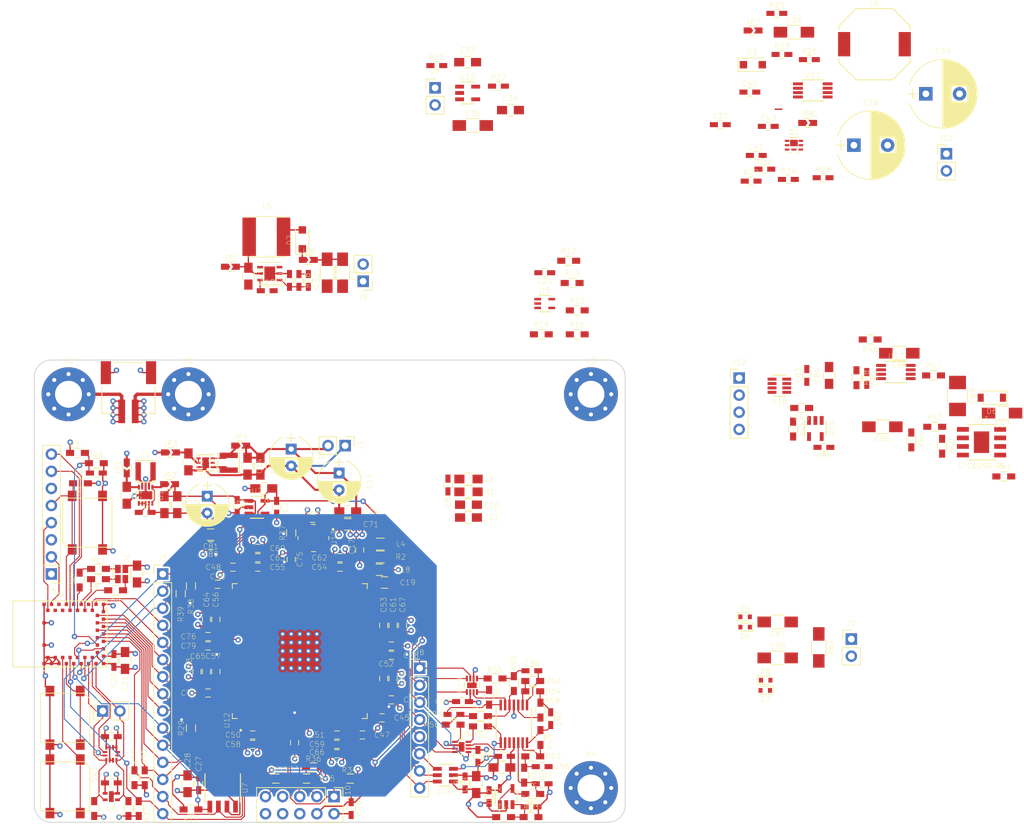
<source format=kicad_pcb>
(kicad_pcb (version 20171130) (host pcbnew "(5.1.4)-1")
  (layers (0 F.Cu signal) (1 In1.Cu power hide) (2 In2.Cu signal hide) (31 B.Cu signal) (34 B.Paste user) (35 F.Paste user) (36 B.SilkS user) (37 F.SilkS user) (38 B.Mask user) (39 F.Mask user) (44 Edge.Cuts user))
  (net 0 "")
  (net 1 "Net-(C1-Pad1)")
  (net 2 GND)
  (net 3 +3V3)
  (net 4 "Net-(C5-Pad1)")
  (net 5 GNDA-3V3)
  (net 6 +2V5)
  (net 7 +3V3-LN)
  (net 8 "Net-(C12-Pad1)")
  (net 9 +1V2)
  (net 10 +1V2-LN)
  (net 11 "Net-(C23-Pad1)")
  (net 12 "Net-(C29-Pad1)")
  (net 13 +12V)
  (net 14 "Net-(C32-Pad1)")
  (net 15 "Net-(C32-Pad2)")
  (net 16 +10V)
  (net 17 "Net-(C36-Pad1)")
  (net 18 +50V)
  (net 19 "Net-(C40-Pad1)")
  (net 20 "Net-(C40-Pad2)")
  (net 21 GNDA-50V)
  (net 22 "Net-(C43-Pad1)")
  (net 23 TRANSDUCER)
  (net 24 "Net-(C86-Pad2)")
  (net 25 /Transmit/MIDRAIL)
  (net 26 "Net-(C96-Pad2)")
  (net 27 "Net-(C97-Pad1)")
  (net 28 "Net-(C97-Pad2)")
  (net 29 "Net-(C98-Pad1)")
  (net 30 "Net-(C98-Pad2)")
  (net 31 /Receive/MIDRAIL)
  (net 32 "Net-(D1-Pad2)")
  (net 33 "Net-(D1-Pad3)")
  (net 34 "Net-(D1-Pad4)")
  (net 35 "Net-(D2-Pad2)")
  (net 36 "Net-(D3-Pad1)")
  (net 37 "Net-(D3-Pad2)")
  (net 38 "Net-(D4-Pad1)")
  (net 39 TRANSMIT-ENABLE)
  (net 40 +BATT)
  (net 41 MICRO-SWCLK)
  (net 42 MICRO-SWDIO)
  (net 43 MICRO-nRESET)
  (net 44 MICRO-RX)
  (net 45 MICRO-TX)
  (net 46 FPGA-DOUT)
  (net 47 FPGA-DCLK)
  (net 48 FPGA-DIN)
  (net 49 FPGA-CONF_DONE)
  (net 50 FPGA-CRC_ERROR)
  (net 51 FPGA-nSTATUS)
  (net 52 FPGA-nCONFIG)
  (net 53 FPGA-INIT_DONE)
  (net 54 MICRO-SDA)
  (net 55 MICRO-SCL)
  (net 56 ADC-SDO)
  (net 57 ADC-SCK)
  (net 58 ADC-~CS)
  (net 59 VGA-SCK)
  (net 60 VGA-D0)
  (net 61 VGA-~CS0)
  (net 62 VGA-~CS1)
  (net 63 VGA-D1)
  (net 64 FPGA-TCK)
  (net 65 FPGA-TDI)
  (net 66 FPGA-TMS)
  (net 67 FPGA-TDO)
  (net 68 FPGA-LINK0)
  (net 69 FPGA-LINK1)
  (net 70 FPGA-LINK2)
  (net 71 FPGA-LINK3)
  (net 72 FPGA-LINK4)
  (net 73 FPGA-LINK5)
  (net 74 FPGA-CS)
  (net 75 DAC-SDI)
  (net 76 DAC-SCK)
  (net 77 DAC-~CS)
  (net 78 "Net-(JP2-Pad1)")
  (net 79 "Net-(JP4-Pad1)")
  (net 80 "Net-(L1-Pad1)")
  (net 81 "Net-(L1-Pad2)")
  (net 82 "Net-(L2-Pad2)")
  (net 83 "Net-(L3-Pad1)")
  (net 84 "Net-(L4-Pad2)")
  (net 85 GNDA-1V2)
  (net 86 GNDA-12V)
  (net 87 "Net-(Q1-Pad3)")
  (net 88 "Net-(Q1-Pad2)")
  (net 89 /Microcontroller/LED-B)
  (net 90 /Microcontroller/LED-G)
  (net 91 "Net-(R10-Pad1)")
  (net 92 /Microcontroller/LED-R)
  (net 93 /Microcontroller/SW1)
  (net 94 /Microcontroller/SW2)
  (net 95 /Microcontroller/HV-OK)
  (net 96 HV-ENABLE)
  (net 97 "Net-(U2-Pad4)")
  (net 98 "Net-(U4-Pad33)")
  (net 99 /Microcontroller/ACC-INT2)
  (net 100 /Microcontroller/ACC-INT1)
  (net 101 "Net-(U12-Pad136)")
  (net 102 "Net-(U12-Pad133)")
  (net 103 "Net-(U12-Pad132)")
  (net 104 "Net-(U12-Pad119)")
  (net 105 "Net-(U12-Pad105)")
  (net 106 /Fpga/12MHz)
  (net 107 "Net-(U12-Pad90)")
  (net 108 "Net-(U12-Pad89)")
  (net 109 "Net-(U12-Pad88)")
  (net 110 "Net-(U12-Pad80)")
  (net 111 "Net-(U12-Pad65)")
  (net 112 "Net-(U12-Pad46)")
  (net 113 "Net-(U12-Pad31)")
  (net 114 "Net-(U12-Pad25)")
  (net 115 "Net-(U12-Pad24)")
  (net 116 "Net-(U12-Pad23)")
  (net 117 "Net-(U12-Pad22)")
  (net 118 "Net-(U12-Pad7)")
  (net 119 "Net-(U14-Pad3)")
  (net 120 "Net-(U18-Pad7)")
  (net 121 "Net-(U19-Pad7)")
  (net 122 "Net-(R56-Pad1)")
  (net 123 "Net-(C86-Pad1)")
  (net 124 "Net-(C87-Pad2)")
  (net 125 "Net-(C90-Pad1)")
  (net 126 "Net-(C95-Pad1)")
  (net 127 "Net-(C99-Pad1)")
  (net 128 "Net-(C99-Pad2)")
  (net 129 "Net-(C104-Pad1)")
  (net 130 "Net-(U12-Pad135)")
  (net 131 "Net-(U12-Pad129)")
  (net 132 "Net-(U12-Pad128)")
  (net 133 "Net-(U12-Pad103)")
  (net 134 "Net-(U12-Pad101)")
  (net 135 "Net-(U12-Pad87)")
  (net 136 "Net-(U12-Pad86)")
  (net 137 "Net-(U12-Pad68)")
  (net 138 "Net-(U12-Pad67)")
  (net 139 "Net-(U12-Pad66)")
  (net 140 "Net-(U12-Pad60)")
  (net 141 "Net-(U12-Pad49)")
  (net 142 "Net-(U12-Pad44)")
  (net 143 "Net-(U12-Pad43)")
  (net 144 "Net-(U4-Pad42)")
  (net 145 "Net-(R12-Pad2)")
  (net 146 "Net-(R13-Pad2)")
  (net 147 "Net-(R15-Pad2)")
  (net 148 "Net-(R21-Pad2)")
  (net 149 "Net-(R23-Pad2)")
  (net 150 "Net-(R28-Pad1)")
  (net 151 "Net-(R50-Pad2)")
  (net 152 "Net-(R51-Pad2)")
  (net 153 "Net-(R52-Pad2)")
  (net 154 "Net-(R40-Pad1)")
  (net 155 "Net-(R40-Pad2)")
  (net 156 "Net-(R43-Pad2)")
  (net 157 "Net-(R47-Pad1)")
  (net 158 "Net-(R49-Pad2)")
  (net 159 "Net-(R52-Pad1)")
  (net 160 "Net-(R55-Pad1)")
  (net 161 "Net-(R62-Pad2)")
  (net 162 "Net-(U12-Pad8)")
  (net 163 "Net-(U12-Pad6)")
  (net 164 "Net-(U12-Pad3)")
  (net 165 "Net-(U12-Pad2)")
  (net 166 "Net-(U12-Pad1)")
  (net 167 "Net-(U12-Pad55)")
  (net 168 "Net-(U12-Pad54)")
  (net 169 "Net-(U12-Pad53)")
  (net 170 "Net-(J10-Pad6)")
  (net 171 "Net-(J10-Pad7)")
  (net 172 "Net-(J10-Pad8)")
  (module Parts:NRS6045T100MMGK (layer F.Cu) (at 120.777 76.962)
    (fp_text reference L5 (at 0.04 -4.6) (layer F.SilkS) (effects (font (size 0.8 0.8) (thickness 0.05))))
    (fp_text value 10uH)
    (pad 2 smd rect (at 2.55 0 90) (size 5.7 2) (layers F.Cu F.Paste F.Mask) (net 35 "Net-(D2-Pad2)"))
    (pad 1 smd rect (at -2.55 0 90) (size 5.7 2) (layers F.Cu F.Paste F.Mask) (net 12 "Net-(C29-Pad1)"))
  )
  (module Capacitors_THT:CP_Radial_D6.3mm_P2.50mm (layer F.Cu) (at 131.572 112.014 270)
    (fp_text reference C15 (at 1.25 -4.46 90) (layer F.SilkS) (effects (font (size 0.8 0.8) (thickness 0.05))))
    (fp_text value 330uF)
    (pad 1 thru_hole rect (at 0 0 270) (size 1.6 1.6) (drill 0.8) (layers *.Cu *.Mask) (net 9 +1V2))
    (pad 2 thru_hole circle (at 2.5 0 270) (size 1.6 1.6) (drill 0.8) (layers *.Cu *.Mask) (net 2 GND))
  )
  (module Parts:NetTie-2 (layer F.Cu) (at 111.252 111.125)
    (fp_text reference NT2 hide)
    (fp_text value Net-Tie_2 hide)
    (fp_poly (pts (xy -0.5 -0.1) (xy 0.5 -0.1) (xy 0.5 0.1) (xy -0.5 0.1)) (layer F.Cu) (width 0))
    (pad 1 smd circle (at -0.5 0) (size 0.2 0.2) (layers F.Cu) (net 85 GNDA-1V2))
    (pad 2 smd circle (at 0.5 0) (size 0.2 0.2) (layers F.Cu) (net 2 GND))
  )
  (module Parts:PTS645SK43SM (layer F.Cu) (at 90.932 158.496 270)
    (fp_text reference SW1 (at -1.778 -4.318 270) (layer F.SilkS) (effects (font (size 0.8 0.8) (thickness 0.05))))
    (fp_text value SW_Push)
    (pad 1 smd rect (at 3.975 -2.25 270) (size 1.55 1.3) (layers F.Cu F.Paste F.Mask) (net 93 /Microcontroller/SW1))
    (pad 2 smd rect (at 3.975 2.25 270) (size 1.55 1.3) (layers F.Cu F.Paste F.Mask) (net 2 GND))
    (pad 1 smd rect (at -3.975 -2.25 270) (size 1.55 1.3) (layers F.Cu F.Paste F.Mask) (net 93 /Microcontroller/SW1))
    (pad 2 smd rect (at -3.975 2.25 270) (size 1.55 1.3) (layers F.Cu F.Paste F.Mask) (net 2 GND))
  )
  (module Parts:PTS645SK43SM (layer F.Cu) (at 90.932 148.336 270)
    (fp_text reference SW2 (at -1.778 -4.318 270) (layer F.SilkS) (effects (font (size 0.8 0.8) (thickness 0.05))))
    (fp_text value SW_Push)
    (pad 1 smd rect (at 3.975 -2.25 270) (size 1.55 1.3) (layers F.Cu F.Paste F.Mask) (net 94 /Microcontroller/SW2))
    (pad 2 smd rect (at 3.975 2.25 270) (size 1.55 1.3) (layers F.Cu F.Paste F.Mask) (net 2 GND))
    (pad 1 smd rect (at -3.975 -2.25 270) (size 1.55 1.3) (layers F.Cu F.Paste F.Mask) (net 94 /Microcontroller/SW2))
    (pad 2 smd rect (at -3.975 2.25 270) (size 1.55 1.3) (layers F.Cu F.Paste F.Mask) (net 2 GND))
  )
  (module Parts:NetTie-2 (layer F.Cu) (at 196.731 58.039)
    (fp_text reference NT4 hide)
    (fp_text value Net-Tie_2 hide)
    (fp_poly (pts (xy -0.5 -0.1) (xy 0.5 -0.1) (xy 0.5 0.1) (xy -0.5 0.1)) (layer F.Cu) (width 0))
    (pad 1 smd circle (at -0.5 0) (size 0.2 0.2) (layers F.Cu) (net 21 GNDA-50V))
    (pad 2 smd circle (at 0.5 0) (size 0.2 0.2) (layers F.Cu) (net 2 GND))
  )
  (module Parts:NetTie-2 (layer F.Cu) (at 122.174 82.423 180)
    (fp_text reference NT3 hide)
    (fp_text value Net-Tie_2 hide)
    (fp_poly (pts (xy -0.5 -0.1) (xy 0.5 -0.1) (xy 0.5 0.1) (xy -0.5 0.1)) (layer F.Cu) (width 0))
    (pad 1 smd circle (at -0.5 0 180) (size 0.2 0.2) (layers F.Cu) (net 86 GNDA-12V))
    (pad 2 smd circle (at 0.5 0 180) (size 0.2 0.2) (layers F.Cu) (net 2 GND))
  )
  (module Parts:NetTie-2 (layer F.Cu) (at 104.648 117.856)
    (fp_text reference NT1 hide)
    (fp_text value Net-Tie_2 hide)
    (fp_poly (pts (xy -0.5 -0.1) (xy 0.5 -0.1) (xy 0.5 0.1) (xy -0.5 0.1)) (layer F.Cu) (width 0))
    (pad 1 smd circle (at -0.5 0) (size 0.2 0.2) (layers F.Cu) (net 5 GNDA-3V3))
    (pad 2 smd circle (at 0.5 0) (size 0.2 0.2) (layers F.Cu) (net 2 GND))
  )
  (module Mounting_Holes:MountingHole_4mm_Pad_Via (layer F.Cu) (at 168.91 158.75)
    (fp_text reference H4 (at 0 -5) (layer F.SilkS) (effects (font (size 0.8 0.8) (thickness 0.05))))
    (fp_text value MountingHole_Pad)
    (pad 1 thru_hole circle (at 0 0) (size 8 8) (drill 4) (layers *.Cu *.Mask) (net 2 GND))
    (pad 1 thru_hole circle (at 3 0) (size 0.9 0.9) (drill 0.6) (layers *.Cu *.Mask) (net 2 GND))
    (pad 1 thru_hole circle (at 2.12132 2.12132) (size 0.9 0.9) (drill 0.6) (layers *.Cu *.Mask) (net 2 GND))
    (pad 1 thru_hole circle (at 0 3) (size 0.9 0.9) (drill 0.6) (layers *.Cu *.Mask) (net 2 GND))
    (pad 1 thru_hole circle (at -2.12132 2.12132) (size 0.9 0.9) (drill 0.6) (layers *.Cu *.Mask) (net 2 GND))
    (pad 1 thru_hole circle (at -3 0) (size 0.9 0.9) (drill 0.6) (layers *.Cu *.Mask) (net 2 GND))
    (pad 1 thru_hole circle (at -2.12132 -2.12132) (size 0.9 0.9) (drill 0.6) (layers *.Cu *.Mask) (net 2 GND))
    (pad 1 thru_hole circle (at 0 -3) (size 0.9 0.9) (drill 0.6) (layers *.Cu *.Mask) (net 2 GND))
    (pad 1 thru_hole circle (at 2.12132 -2.12132) (size 0.9 0.9) (drill 0.6) (layers *.Cu *.Mask) (net 2 GND))
  )
  (module Mounting_Holes:MountingHole_4mm_Pad_Via (layer F.Cu) (at 168.91 100.33)
    (fp_text reference H3 (at 0 -5) (layer F.SilkS) (effects (font (size 0.8 0.8) (thickness 0.05))))
    (fp_text value MountingHole_Pad)
    (pad 1 thru_hole circle (at 0 0) (size 8 8) (drill 4) (layers *.Cu *.Mask) (net 2 GND))
    (pad 1 thru_hole circle (at 3 0) (size 0.9 0.9) (drill 0.6) (layers *.Cu *.Mask) (net 2 GND))
    (pad 1 thru_hole circle (at 2.12132 2.12132) (size 0.9 0.9) (drill 0.6) (layers *.Cu *.Mask) (net 2 GND))
    (pad 1 thru_hole circle (at 0 3) (size 0.9 0.9) (drill 0.6) (layers *.Cu *.Mask) (net 2 GND))
    (pad 1 thru_hole circle (at -2.12132 2.12132) (size 0.9 0.9) (drill 0.6) (layers *.Cu *.Mask) (net 2 GND))
    (pad 1 thru_hole circle (at -3 0) (size 0.9 0.9) (drill 0.6) (layers *.Cu *.Mask) (net 2 GND))
    (pad 1 thru_hole circle (at -2.12132 -2.12132) (size 0.9 0.9) (drill 0.6) (layers *.Cu *.Mask) (net 2 GND))
    (pad 1 thru_hole circle (at 0 -3) (size 0.9 0.9) (drill 0.6) (layers *.Cu *.Mask) (net 2 GND))
    (pad 1 thru_hole circle (at 2.12132 -2.12132) (size 0.9 0.9) (drill 0.6) (layers *.Cu *.Mask) (net 2 GND))
  )
  (module Parts:JST_S2B-PH-SM4-TB (layer F.Cu) (at 100.33 102.87 180)
    (fp_text reference J1 (at 0 -2.7) (layer F.SilkS) (effects (font (size 0.8 0.8) (thickness 0.05))))
    (fp_text value S2B-PH-SM4-TB)
    (pad S1 smd rect (at -3.35 5.75) (size 1.5 3.4) (layers F.Cu F.Paste F.Mask) (net 2 GND))
    (pad S2 smd rect (at 3.35 5.75) (size 1.5 3.4) (layers F.Cu F.Paste F.Mask) (net 2 GND))
    (pad 1 smd rect (at -1 0) (size 1 3.5) (layers F.Cu F.Paste F.Mask) (net 40 +BATT))
    (pad 2 smd rect (at 1 0) (size 1 3.5) (layers F.Cu F.Paste F.Mask) (net 2 GND))
  )
  (module Parts:WSON10-PAD (layer F.Cu) (at 102.87 115.316 270)
    (fp_text reference U1 (at 0 -2.2 90) (layer F.SilkS) (effects (font (size 0.8 0.8) (thickness 0.05))))
    (fp_text value TPS63031)
    (pad 1 smd rect (at -1.201928 -1.000001 270) (size 0.704088 0.299974) (layers F.Cu F.Paste F.Mask) (net 78 "Net-(JP2-Pad1)"))
    (pad 2 smd rect (at -1.201928 -0.499999 270) (size 0.704088 0.299974) (layers F.Cu F.Paste F.Mask) (net 81 "Net-(L1-Pad2)"))
    (pad 3 smd rect (at -1.201928 0 270) (size 0.704088 0.299974) (layers F.Cu F.Paste F.Mask) (net 2 GND))
    (pad 4 smd rect (at -1.201928 0.499999 270) (size 0.704088 0.299974) (layers F.Cu F.Paste F.Mask) (net 80 "Net-(L1-Pad1)"))
    (pad 5 smd rect (at -1.201928 1.000001 270) (size 0.704088 0.299974) (layers F.Cu F.Paste F.Mask) (net 1 "Net-(C1-Pad1)"))
    (pad 6 smd rect (at 1.201928 1.000001 270) (size 0.704088 0.299974) (layers F.Cu F.Paste F.Mask) (net 4 "Net-(C5-Pad1)"))
    (pad 7 smd rect (at 1.201928 0.499999 270) (size 0.704088 0.299974) (layers F.Cu F.Paste F.Mask) (net 4 "Net-(C5-Pad1)"))
    (pad 8 smd rect (at 1.201928 0 270) (size 0.704088 0.299974) (layers F.Cu F.Paste F.Mask) (net 4 "Net-(C5-Pad1)"))
    (pad 9 smd rect (at 1.201928 -0.499999 270) (size 0.704088 0.299974) (layers F.Cu F.Paste F.Mask) (net 5 GNDA-3V3))
    (pad 10 smd rect (at 1.201928 -1.000001 270) (size 0.704088 0.299974) (layers F.Cu F.Paste F.Mask) (net 78 "Net-(JP2-Pad1)"))
    (pad 11 smd rect (at 0 0 270) (size 1.2 2) (layers F.Cu F.Paste F.Mask) (net 2 GND))
  )
  (module Pin_Headers:Pin_Header_Straight_1x08_Pitch2.54mm (layer F.Cu) (at 143.51 140.97)
    (fp_text reference J8 (at 0 -2.33) (layer F.SilkS) (effects (font (size 0.8 0.8) (thickness 0.05))))
    (fp_text value PH1-08-UA)
    (pad 1 thru_hole rect (at 0 0) (size 1.7 1.7) (drill 1) (layers *.Cu *.Mask) (net 61 VGA-~CS0))
    (pad 2 thru_hole oval (at 0 2.54) (size 1.7 1.7) (drill 1) (layers *.Cu *.Mask) (net 60 VGA-D0))
    (pad 3 thru_hole oval (at 0 5.08) (size 1.7 1.7) (drill 1) (layers *.Cu *.Mask) (net 59 VGA-SCK))
    (pad 4 thru_hole oval (at 0 7.62) (size 1.7 1.7) (drill 1) (layers *.Cu *.Mask) (net 62 VGA-~CS1))
    (pad 5 thru_hole oval (at 0 10.16) (size 1.7 1.7) (drill 1) (layers *.Cu *.Mask) (net 63 VGA-D1))
    (pad 6 thru_hole oval (at 0 12.7) (size 1.7 1.7) (drill 1) (layers *.Cu *.Mask) (net 57 ADC-SCK))
    (pad 7 thru_hole oval (at 0 15.24) (size 1.7 1.7) (drill 1) (layers *.Cu *.Mask) (net 56 ADC-SDO))
    (pad 8 thru_hole oval (at 0 17.78) (size 1.7 1.7) (drill 1) (layers *.Cu *.Mask) (net 58 ADC-~CS))
  )
  (module Pin_Headers:Pin_Header_Straight_1x15_Pitch2.54mm (layer F.Cu) (at 105.41 127)
    (fp_text reference J5 (at 0 -2.33) (layer F.SilkS) (effects (font (size 0.8 0.8) (thickness 0.05))))
    (fp_text value DNP)
    (pad 1 thru_hole rect (at 0 0) (size 1.7 1.7) (drill 1) (layers *.Cu *.Mask) (net 49 FPGA-CONF_DONE))
    (pad 2 thru_hole oval (at 0 2.54) (size 1.7 1.7) (drill 1) (layers *.Cu *.Mask) (net 53 FPGA-INIT_DONE))
    (pad 3 thru_hole oval (at 0 5.08) (size 1.7 1.7) (drill 1) (layers *.Cu *.Mask) (net 50 FPGA-CRC_ERROR))
    (pad 4 thru_hole oval (at 0 7.62) (size 1.7 1.7) (drill 1) (layers *.Cu *.Mask) (net 68 FPGA-LINK0))
    (pad 5 thru_hole oval (at 0 10.16) (size 1.7 1.7) (drill 1) (layers *.Cu *.Mask) (net 69 FPGA-LINK1))
    (pad 6 thru_hole oval (at 0 12.7) (size 1.7 1.7) (drill 1) (layers *.Cu *.Mask) (net 70 FPGA-LINK2))
    (pad 7 thru_hole oval (at 0 15.24) (size 1.7 1.7) (drill 1) (layers *.Cu *.Mask) (net 71 FPGA-LINK3))
    (pad 8 thru_hole oval (at 0 17.78) (size 1.7 1.7) (drill 1) (layers *.Cu *.Mask) (net 72 FPGA-LINK4))
    (pad 9 thru_hole oval (at 0 20.32) (size 1.7 1.7) (drill 1) (layers *.Cu *.Mask) (net 73 FPGA-LINK5))
    (pad 10 thru_hole oval (at 0 22.86) (size 1.7 1.7) (drill 1) (layers *.Cu *.Mask) (net 51 FPGA-nSTATUS))
    (pad 11 thru_hole oval (at 0 25.4) (size 1.7 1.7) (drill 1) (layers *.Cu *.Mask) (net 74 FPGA-CS))
    (pad 12 thru_hole oval (at 0 27.94) (size 1.7 1.7) (drill 1) (layers *.Cu *.Mask) (net 46 FPGA-DOUT))
    (pad 13 thru_hole oval (at 0 30.48) (size 1.7 1.7) (drill 1) (layers *.Cu *.Mask) (net 47 FPGA-DCLK))
    (pad 14 thru_hole oval (at 0 33.02) (size 1.7 1.7) (drill 1) (layers *.Cu *.Mask) (net 48 FPGA-DIN))
    (pad 15 thru_hole oval (at 0 35.56) (size 1.7 1.7) (drill 1) (layers *.Cu *.Mask) (net 52 FPGA-nCONFIG))
  )
  (module Parts:SOIC8 (layer F.Cu) (at 114.3 158.75 90)
    (fp_text reference U7 (at 0 3.302 90) (layer F.SilkS) (effects (font (size 0.8 0.8) (thickness 0.05))))
    (fp_text value W25Q80DV)
    (pad 1 smd rect (at -2.7638 -1.905 90) (size 1.769999 0.7) (layers F.Cu F.Paste F.Mask) (net 74 FPGA-CS))
    (pad 2 smd rect (at -2.7638 -0.635 90) (size 1.769999 0.7) (layers F.Cu F.Paste F.Mask) (net 48 FPGA-DIN))
    (pad 3 smd rect (at -2.7638 0.635 90) (size 1.769999 0.7) (layers F.Cu F.Paste F.Mask) (net 3 +3V3))
    (pad 4 smd rect (at -2.7638 1.905 90) (size 1.769999 0.7) (layers F.Cu F.Paste F.Mask) (net 2 GND))
    (pad 5 smd rect (at 2.7638 1.905 90) (size 1.769999 0.7) (layers F.Cu F.Paste F.Mask) (net 46 FPGA-DOUT))
    (pad 6 smd rect (at 2.7638 0.635 90) (size 1.769999 0.7) (layers F.Cu F.Paste F.Mask) (net 47 FPGA-DCLK))
    (pad 7 smd rect (at 2.7638 -0.635 90) (size 1.769999 0.7) (layers F.Cu F.Paste F.Mask) (net 3 +3V3))
    (pad 8 smd rect (at 2.7638 -1.905 90) (size 1.769999 0.7) (layers F.Cu F.Paste F.Mask) (net 3 +3V3))
  )
  (module Pin_Headers:Pin_Header_Straight_1x04_Pitch2.54mm (layer F.Cu) (at 190.881 97.917)
    (fp_text reference J12 (at 0 -2.33) (layer F.SilkS) (effects (font (size 0.8 0.8) (thickness 0.05))))
    (fp_text value DNP)
    (pad 1 thru_hole rect (at 0 0) (size 1.7 1.7) (drill 1) (layers *.Cu *.Mask) (net 77 DAC-~CS))
    (pad 2 thru_hole oval (at 0 2.54) (size 1.7 1.7) (drill 1) (layers *.Cu *.Mask) (net 75 DAC-SDI))
    (pad 3 thru_hole oval (at 0 5.08) (size 1.7 1.7) (drill 1) (layers *.Cu *.Mask) (net 76 DAC-SCK))
    (pad 4 thru_hole oval (at 0 7.62) (size 1.7 1.7) (drill 1) (layers *.Cu *.Mask) (net 39 TRANSMIT-ENABLE))
  )
  (module Parts:ECS-5032MV (layer F.Cu) (at 127.76 121.666 180)
    (fp_text reference U13 (at -3.05 0 90) (layer F.SilkS) (effects (font (size 0.8 0.8) (thickness 0.05))))
    (fp_text value ECS-5032MV hide)
    (pad 4 smd rect (at -1.395 -1.225 180) (size 1.65 1.45) (layers F.Cu F.Paste F.Mask) (net 3 +3V3))
    (pad 3 smd rect (at 1.395 -1.225 180) (size 1.65 1.45) (layers F.Cu F.Paste F.Mask) (net 106 /Fpga/12MHz))
    (pad 2 smd rect (at 1.395 1.225 180) (size 1.65 1.45) (layers F.Cu F.Paste F.Mask) (net 2 GND))
    (pad 1 smd rect (at -1.395 1.225 180) (size 1.65 1.45) (layers F.Cu F.Paste F.Mask) (net 3 +3V3))
  )
  (module Capacitors_SMD:C_0603_HandSoldering (layer F.Cu) (at 133.35 161.798 270)
    (fp_text reference C49 (at 0 -1.25 90) (layer F.SilkS) (effects (font (size 0.8 0.8) (thickness 0.05))))
    (fp_text value 100nF)
    (pad 1 smd rect (at -0.95 0 270) (size 1.2 0.75) (layers F.Cu F.Paste F.Mask) (net 6 +2V5))
    (pad 2 smd rect (at 0.95 0 270) (size 1.2 0.75) (layers F.Cu F.Paste F.Mask) (net 2 GND))
  )
  (module Pin_Headers:Pin_Header_Straight_2x05_Pitch2.54mm (layer F.Cu) (at 130.81 160.02 270)
    (fp_text reference J10 (at -0.635 -2.032 90) (layer F.SilkS) (effects (font (size 0.8 0.8) (thickness 0.05))))
    (fp_text value DNP)
    (pad 1 thru_hole rect (at 0 0 270) (size 1.7 1.7) (drill 1) (layers *.Cu *.Mask) (net 64 FPGA-TCK))
    (pad 2 thru_hole oval (at 2.54 0 270) (size 1.7 1.7) (drill 1) (layers *.Cu *.Mask) (net 2 GND))
    (pad 3 thru_hole oval (at 0 2.54 270) (size 1.7 1.7) (drill 1) (layers *.Cu *.Mask) (net 67 FPGA-TDO))
    (pad 4 thru_hole oval (at 2.54 2.54 270) (size 1.7 1.7) (drill 1) (layers *.Cu *.Mask) (net 6 +2V5))
    (pad 5 thru_hole oval (at 0 5.08 270) (size 1.7 1.7) (drill 1) (layers *.Cu *.Mask) (net 66 FPGA-TMS))
    (pad 6 thru_hole oval (at 2.54 5.08 270) (size 1.7 1.7) (drill 1) (layers *.Cu *.Mask) (net 170 "Net-(J10-Pad6)"))
    (pad 7 thru_hole oval (at 0 7.62 270) (size 1.7 1.7) (drill 1) (layers *.Cu *.Mask) (net 171 "Net-(J10-Pad7)"))
    (pad 8 thru_hole oval (at 2.54 7.62 270) (size 1.7 1.7) (drill 1) (layers *.Cu *.Mask) (net 172 "Net-(J10-Pad8)"))
    (pad 9 thru_hole oval (at 0 10.16 270) (size 1.7 1.7) (drill 1) (layers *.Cu *.Mask) (net 65 FPGA-TDI))
    (pad 10 thru_hole oval (at 2.54 10.16 270) (size 1.7 1.7) (drill 1) (layers *.Cu *.Mask) (net 2 GND))
  )
  (module Parts:SSOP14 (layer F.Cu) (at 157.48 149.225 90)
    (fp_text reference U21 (at 0 -3.4 90) (layer F.SilkS) (effects (font (size 0.8 0.8) (thickness 0.05))))
    (fp_text value TLV3544)
    (pad 1 smd rect (at -2.799999 -1.950001 90) (size 1.6002 0.3556) (layers F.Cu F.Paste F.Mask) (net 159 "Net-(R52-Pad1)"))
    (pad 2 smd rect (at -2.799999 -1.3 90) (size 1.6002 0.3556) (layers F.Cu F.Paste F.Mask) (net 120 "Net-(U18-Pad7)"))
    (pad 3 smd rect (at -2.799999 -0.649999 90) (size 1.6002 0.3556) (layers F.Cu F.Paste F.Mask) (net 31 /Receive/MIDRAIL))
    (pad 4 smd rect (at -2.799999 0 90) (size 1.6002 0.3556) (layers F.Cu F.Paste F.Mask) (net 7 +3V3-LN))
    (pad 5 smd rect (at -2.799999 0.649999 90) (size 1.6002 0.3556) (layers F.Cu F.Paste F.Mask) (net 31 /Receive/MIDRAIL))
    (pad 6 smd rect (at -2.799999 1.3 90) (size 1.6002 0.3556) (layers F.Cu F.Paste F.Mask) (net 158 "Net-(R49-Pad2)"))
    (pad 7 smd rect (at -2.799999 1.949999 90) (size 1.6002 0.3556) (layers F.Cu F.Paste F.Mask) (net 27 "Net-(C97-Pad1)"))
    (pad 8 smd rect (at 2.799999 1.950001 90) (size 1.6002 0.3556) (layers F.Cu F.Paste F.Mask) (net 29 "Net-(C98-Pad1)"))
    (pad 9 smd rect (at 2.799999 1.3 90) (size 1.6002 0.3556) (layers F.Cu F.Paste F.Mask) (net 151 "Net-(R50-Pad2)"))
    (pad 10 smd rect (at 2.799999 0.650001 90) (size 1.6002 0.3556) (layers F.Cu F.Paste F.Mask) (net 31 /Receive/MIDRAIL))
    (pad 11 smd rect (at 2.799999 0 90) (size 1.6002 0.3556) (layers F.Cu F.Paste F.Mask) (net 2 GND))
    (pad 12 smd rect (at 2.799999 -0.649999 90) (size 1.6002 0.3556) (layers F.Cu F.Paste F.Mask) (net 31 /Receive/MIDRAIL))
    (pad 13 smd rect (at 2.799999 -1.3 90) (size 1.6002 0.3556) (layers F.Cu F.Paste F.Mask) (net 121 "Net-(U19-Pad7)"))
    (pad 14 smd rect (at 2.799999 -1.949999 90) (size 1.6002 0.3556) (layers F.Cu F.Paste F.Mask) (net 127 "Net-(C99-Pad1)"))
  )
  (module Parts:SOT23-5 (layer F.Cu) (at 156.337 160.02 90)
    (fp_text reference U22 (at 0 -2.4 90) (layer F.SilkS) (effects (font (size 0.8 0.8) (thickness 0.05))))
    (fp_text value MCP6L1)
    (pad 1 smd rect (at -1.1938 -0.9398 90) (size 1.309599 0.568) (layers F.Cu F.Paste F.Mask) (net 161 "Net-(R62-Pad2)"))
    (pad 2 smd rect (at -1.1938 0 90) (size 1.309599 0.568) (layers F.Cu F.Paste F.Mask) (net 2 GND))
    (pad 3 smd rect (at -1.1938 0.9398 90) (size 1.309599 0.568) (layers F.Cu F.Paste F.Mask) (net 129 "Net-(C104-Pad1)"))
    (pad 4 smd rect (at 1.1938 0.9398 90) (size 1.309599 0.568) (layers F.Cu F.Paste F.Mask) (net 161 "Net-(R62-Pad2)"))
    (pad 5 smd rect (at 1.1938 -0.9398 90) (size 1.309599 0.568) (layers F.Cu F.Paste F.Mask) (net 7 +3V3-LN))
  )
  (module Parts:SOT23 (layer F.Cu) (at 147.32 156.845 180)
    (fp_text reference U20 (at 0 -2.4) (layer F.SilkS) (effects (font (size 0.8 0.8) (thickness 0.05))))
    (fp_text value MAX11116)
    (pad 1 smd rect (at -1.1938 -0.9398 180) (size 1.309599 0.568) (layers F.Cu F.Paste F.Mask) (net 7 +3V3-LN))
    (pad 2 smd rect (at -1.1938 0 180) (size 1.309599 0.568) (layers F.Cu F.Paste F.Mask) (net 2 GND))
    (pad 3 smd rect (at -1.1938 0.9398 180) (size 1.309599 0.568) (layers F.Cu F.Paste F.Mask) (net 159 "Net-(R52-Pad1)"))
    (pad 4 smd rect (at 1.1938 0.9398 180) (size 1.309599 0.568) (layers F.Cu F.Paste F.Mask) (net 57 ADC-SCK))
    (pad 5 smd rect (at 1.1938 0 180) (size 1.309599 0.568) (layers F.Cu F.Paste F.Mask) (net 56 ADC-SDO))
    (pad 6 smd rect (at 1.1938 -0.9398 180) (size 1.309599 0.568) (layers F.Cu F.Paste F.Mask) (net 58 ADC-~CS))
  )
  (module Parts:TDFN8-PAD (layer F.Cu) (at 151.257 143.51 270)
    (fp_text reference U19 (at 0 1.778 90) (layer F.SilkS) (effects (font (size 0.8 0.8) (thickness 0.05))))
    (fp_text value MAX5394L)
    (pad 9 smd rect (at 0 0 270) (size 0.84 1.42) (layers F.Cu F.Paste F.Mask) (net 2 GND))
    (pad 1 smd rect (at -1 -0.750001) (size 0.3 0.85) (layers F.Cu F.Paste F.Mask) (net 160 "Net-(R55-Pad1)"))
    (pad 2 smd rect (at -1 -0.25) (size 0.3 0.85) (layers F.Cu F.Paste F.Mask) (net 2 GND))
    (pad 3 smd rect (at -1 0.25) (size 0.3 0.85) (layers F.Cu F.Paste F.Mask) (net 61 VGA-~CS0))
    (pad 4 smd rect (at -1 0.750001) (size 0.3 0.85) (layers F.Cu F.Paste F.Mask) (net 60 VGA-D0))
    (pad 5 smd rect (at 1 0.750001) (size 0.3 0.85) (layers F.Cu F.Paste F.Mask) (net 59 VGA-SCK))
    (pad 6 smd rect (at 1 0.25) (size 0.3 0.85) (layers F.Cu F.Paste F.Mask) (net 7 +3V3-LN))
    (pad 7 smd rect (at 1 -0.25) (size 0.3 0.85) (layers F.Cu F.Paste F.Mask) (net 121 "Net-(U19-Pad7)"))
    (pad 8 smd rect (at 1 -0.750001) (size 0.3 0.85) (layers F.Cu F.Paste F.Mask) (net 152 "Net-(R51-Pad2)"))
  )
  (module Parts:TDFN8-PAD (layer F.Cu) (at 149.733 152.654)
    (fp_text reference U18 (at 0 -1.9) (layer F.SilkS) (effects (font (size 0.8 0.8) (thickness 0.05))))
    (fp_text value MAX5394L)
    (pad 9 smd rect (at 0 0) (size 0.84 1.42) (layers F.Cu F.Paste F.Mask) (net 2 GND))
    (pad 1 smd rect (at -1 -0.750001 90) (size 0.3 0.85) (layers F.Cu F.Paste F.Mask) (net 122 "Net-(R56-Pad1)"))
    (pad 2 smd rect (at -1 -0.25 90) (size 0.3 0.85) (layers F.Cu F.Paste F.Mask) (net 2 GND))
    (pad 3 smd rect (at -1 0.25 90) (size 0.3 0.85) (layers F.Cu F.Paste F.Mask) (net 62 VGA-~CS1))
    (pad 4 smd rect (at -1 0.750001 90) (size 0.3 0.85) (layers F.Cu F.Paste F.Mask) (net 63 VGA-D1))
    (pad 5 smd rect (at 1 0.750001 90) (size 0.3 0.85) (layers F.Cu F.Paste F.Mask) (net 59 VGA-SCK))
    (pad 6 smd rect (at 1 0.25 90) (size 0.3 0.85) (layers F.Cu F.Paste F.Mask) (net 7 +3V3-LN))
    (pad 7 smd rect (at 1 -0.25 90) (size 0.3 0.85) (layers F.Cu F.Paste F.Mask) (net 120 "Net-(U18-Pad7)"))
    (pad 8 smd rect (at 1 -0.750001 90) (size 0.3 0.85) (layers F.Cu F.Paste F.Mask) (net 153 "Net-(R52-Pad2)"))
  )
  (module Parts:SSOP8 (layer F.Cu) (at 214.122 97.028)
    (fp_text reference U17 (at 0 -2.3) (layer F.SilkS) (effects (font (size 0.8 0.8) (thickness 0.05))))
    (fp_text value ADA4522-1 hide)
    (pad 1 smd rect (at -2.2 -0.974999) (size 1.45 0.441) (layers F.Cu F.Paste F.Mask))
    (pad 2 smd rect (at -2.2 -0.325001) (size 1.45 0.441) (layers F.Cu F.Paste F.Mask) (net 157 "Net-(R47-Pad1)"))
    (pad 3 smd rect (at -2.2 0.325001) (size 1.45 0.441) (layers F.Cu F.Paste F.Mask) (net 125 "Net-(C90-Pad1)"))
    (pad 4 smd rect (at -2.2 0.974999) (size 1.45 0.441) (layers F.Cu F.Paste F.Mask) (net 2 GND))
    (pad 5 smd rect (at 2.2 0.974999) (size 1.45 0.441) (layers F.Cu F.Paste F.Mask))
    (pad 6 smd rect (at 2.2 0.325001) (size 1.45 0.441) (layers F.Cu F.Paste F.Mask) (net 157 "Net-(R47-Pad1)"))
    (pad 7 smd rect (at 2.2 -0.325001) (size 1.45 0.441) (layers F.Cu F.Paste F.Mask) (net 18 +50V))
    (pad 8 smd rect (at 2.2 -0.974999) (size 1.45 0.441) (layers F.Cu F.Paste F.Mask))
  )
  (module Parts:TSOT8 (layer F.Cu) (at 196.85 99.06 180)
    (fp_text reference U16 (at 0 -2.3) (layer F.SilkS) (effects (font (size 0.8 0.8) (thickness 0.05))))
    (fp_text value AD5450 hide)
    (pad 1 smd rect (at -1.0922 -0.974999 180) (size 1.309599 0.441) (layers F.Cu F.Paste F.Mask) (net 7 +3V3-LN))
    (pad 2 smd rect (at -1.0922 -0.325001 180) (size 1.309599 0.441) (layers F.Cu F.Paste F.Mask) (net 119 "Net-(U14-Pad3)"))
    (pad 3 smd rect (at -1.0922 0.325001 180) (size 1.309599 0.441) (layers F.Cu F.Paste F.Mask) (net 7 +3V3-LN))
    (pad 4 smd rect (at -1.0922 0.974999 180) (size 1.309599 0.441) (layers F.Cu F.Paste F.Mask) (net 77 DAC-~CS))
    (pad 5 smd rect (at 1.0922 0.974999 180) (size 1.309599 0.441) (layers F.Cu F.Paste F.Mask) (net 75 DAC-SDI))
    (pad 6 smd rect (at 1.0922 0.325001 180) (size 1.309599 0.441) (layers F.Cu F.Paste F.Mask) (net 76 DAC-SCK))
    (pad 7 smd rect (at 1.0922 -0.325001 180) (size 1.309599 0.441) (layers F.Cu F.Paste F.Mask) (net 2 GND))
    (pad 8 smd rect (at 1.0922 -0.974999 180) (size 1.309599 0.441) (layers F.Cu F.Paste F.Mask) (net 7 +3V3-LN))
  )
  (module Parts:SOIC8-PAD (layer F.Cu) (at 226.822 107.442)
    (fp_text reference U15 (at 0 -3.4) (layer F.SilkS) (effects (font (size 0.8 0.8) (thickness 0.05))))
    (fp_text value LTC6090-5 (at 0 3.5) (layer F.SilkS) (effects (font (size 0.8 0.8) (thickness 0.05))))
    (pad 9 smd rect (at 0 0) (size 2.26 3.2) (layers F.Cu F.Paste F.Mask) (net 2 GND))
    (pad 1 smd rect (at -2.7638 -1.905) (size 1.769999 0.7) (layers F.Cu F.Paste F.Mask) (net 2 GND))
    (pad 2 smd rect (at -2.7638 -0.635) (size 1.769999 0.7) (layers F.Cu F.Paste F.Mask) (net 154 "Net-(R40-Pad1)"))
    (pad 3 smd rect (at -2.7638 0.635) (size 1.769999 0.7) (layers F.Cu F.Paste F.Mask) (net 25 /Transmit/MIDRAIL))
    (pad 4 smd rect (at -2.7638 1.905) (size 1.769999 0.7) (layers F.Cu F.Paste F.Mask) (net 2 GND))
    (pad 5 smd rect (at 2.7638 1.905) (size 1.769999 0.7) (layers F.Cu F.Paste F.Mask) (net 39 TRANSMIT-ENABLE))
    (pad 6 smd rect (at 2.7638 0.635) (size 1.769999 0.7) (layers F.Cu F.Paste F.Mask) (net 38 "Net-(D4-Pad1)"))
    (pad 7 smd rect (at 2.7638 -0.635) (size 1.769999 0.7) (layers F.Cu F.Paste F.Mask) (net 18 +50V))
    (pad 8 smd rect (at 2.7638 -1.905) (size 1.769999 0.7) (layers F.Cu F.Paste F.Mask) (net 39 TRANSMIT-ENABLE))
  )
  (module Parts:SOT23-5 (layer F.Cu) (at 202.184 105.41 270)
    (fp_text reference U14 (at 0 -2.4 90) (layer F.SilkS) (effects (font (size 0.8 0.8) (thickness 0.05))))
    (fp_text value TSX9291 hide)
    (pad 1 smd rect (at -1.1938 -0.9398 270) (size 1.309599 0.568) (layers F.Cu F.Paste F.Mask) (net 24 "Net-(C86-Pad2)"))
    (pad 2 smd rect (at -1.1938 0 270) (size 1.309599 0.568) (layers F.Cu F.Paste F.Mask) (net 2 GND))
    (pad 3 smd rect (at -1.1938 0.9398 270) (size 1.309599 0.568) (layers F.Cu F.Paste F.Mask) (net 119 "Net-(U14-Pad3)"))
    (pad 4 smd rect (at 1.1938 0.9398 270) (size 1.309599 0.568) (layers F.Cu F.Paste F.Mask) (net 156 "Net-(R43-Pad2)"))
    (pad 5 smd rect (at 1.1938 -0.9398 270) (size 1.309599 0.568) (layers F.Cu F.Paste F.Mask) (net 16 +10V))
  )
  (module Parts:EQFP144-PAD (layer F.Cu) (at 125.73 138.43 90)
    (fp_text reference U12 (at -10.287 -10.795 90) (layer F.SilkS) (effects (font (size 0.8 0.8) (thickness 0.05))))
    (fp_text value 10CL010)
    (pad 145 smd rect (at 0 0 90) (size 7 7) (layers F.Cu F.Paste F.Mask) (net 2 GND))
    (pad 144 smd rect (at -8.75 -10.67) (size 1.47 0.28) (layers F.Cu F.Paste F.Mask) (net 73 FPGA-LINK5))
    (pad 143 smd rect (at -8.25 -10.67) (size 1.47 0.28) (layers F.Cu F.Paste F.Mask) (net 72 FPGA-LINK4))
    (pad 142 smd rect (at -7.75 -10.67) (size 1.47 0.28) (layers F.Cu F.Paste F.Mask) (net 71 FPGA-LINK3))
    (pad 141 smd rect (at -7.25 -10.67) (size 1.47 0.28) (layers F.Cu F.Paste F.Mask) (net 70 FPGA-LINK2))
    (pad 140 smd rect (at -6.75 -10.67) (size 1.47 0.28) (layers F.Cu F.Paste F.Mask) (net 2 GND))
    (pad 139 smd rect (at -6.25 -10.67) (size 1.47 0.28) (layers F.Cu F.Paste F.Mask) (net 3 +3V3))
    (pad 138 smd rect (at -5.75 -10.67) (size 1.47 0.28) (layers F.Cu F.Paste F.Mask) (net 69 FPGA-LINK1))
    (pad 137 smd rect (at -5.25 -10.67) (size 1.47 0.28) (layers F.Cu F.Paste F.Mask) (net 68 FPGA-LINK0))
    (pad 136 smd rect (at -4.75 -10.67) (size 1.47 0.28) (layers F.Cu F.Paste F.Mask) (net 101 "Net-(U12-Pad136)"))
    (pad 135 smd rect (at -4.25 -10.67) (size 1.47 0.28) (layers F.Cu F.Paste F.Mask) (net 130 "Net-(U12-Pad135)"))
    (pad 134 smd rect (at -3.75 -10.67) (size 1.47 0.28) (layers F.Cu F.Paste F.Mask) (net 9 +1V2))
    (pad 133 smd rect (at -3.25 -10.67) (size 1.47 0.28) (layers F.Cu F.Paste F.Mask) (net 102 "Net-(U12-Pad133)"))
    (pad 132 smd rect (at -2.75 -10.67) (size 1.47 0.28) (layers F.Cu F.Paste F.Mask) (net 103 "Net-(U12-Pad132)"))
    (pad 131 smd rect (at -2.25 -10.67) (size 1.47 0.28) (layers F.Cu F.Paste F.Mask) (net 2 GND))
    (pad 130 smd rect (at -1.75 -10.67) (size 1.47 0.28) (layers F.Cu F.Paste F.Mask) (net 3 +3V3))
    (pad 129 smd rect (at -1.25 -10.67) (size 1.47 0.28) (layers F.Cu F.Paste F.Mask) (net 131 "Net-(U12-Pad129)"))
    (pad 128 smd rect (at -0.75 -10.67) (size 1.47 0.28) (layers F.Cu F.Paste F.Mask) (net 132 "Net-(U12-Pad128)"))
    (pad 127 smd rect (at -0.25 -10.67) (size 1.47 0.28) (layers F.Cu F.Paste F.Mask))
    (pad 126 smd rect (at 0.25 -10.67) (size 1.47 0.28) (layers F.Cu F.Paste F.Mask))
    (pad 125 smd rect (at 0.75 -10.67) (size 1.47 0.28) (layers F.Cu F.Paste F.Mask))
    (pad 124 smd rect (at 1.25 -10.67) (size 1.47 0.28) (layers F.Cu F.Paste F.Mask))
    (pad 123 smd rect (at 1.75 -10.67) (size 1.47 0.28) (layers F.Cu F.Paste F.Mask) (net 2 GND))
    (pad 122 smd rect (at 2.25 -10.67) (size 1.47 0.28) (layers F.Cu F.Paste F.Mask) (net 3 +3V3))
    (pad 121 smd rect (at 2.75 -10.67) (size 1.47 0.28) (layers F.Cu F.Paste F.Mask))
    (pad 120 smd rect (at 3.25 -10.67) (size 1.47 0.28) (layers F.Cu F.Paste F.Mask))
    (pad 119 smd rect (at 3.75 -10.67) (size 1.47 0.28) (layers F.Cu F.Paste F.Mask) (net 104 "Net-(U12-Pad119)"))
    (pad 118 smd rect (at 4.25 -10.67) (size 1.47 0.28) (layers F.Cu F.Paste F.Mask) (net 2 GND))
    (pad 117 smd rect (at 4.75 -10.67) (size 1.47 0.28) (layers F.Cu F.Paste F.Mask) (net 3 +3V3))
    (pad 116 smd rect (at 5.25 -10.67) (size 1.47 0.28) (layers F.Cu F.Paste F.Mask) (net 9 +1V2))
    (pad 115 smd rect (at 5.75 -10.67) (size 1.47 0.28) (layers F.Cu F.Paste F.Mask))
    (pad 114 smd rect (at 6.25 -10.67) (size 1.47 0.28) (layers F.Cu F.Paste F.Mask))
    (pad 113 smd rect (at 6.75 -10.67) (size 1.47 0.28) (layers F.Cu F.Paste F.Mask))
    (pad 112 smd rect (at 7.25 -10.67) (size 1.47 0.28) (layers F.Cu F.Paste F.Mask))
    (pad 111 smd rect (at 7.75 -10.67) (size 1.47 0.28) (layers F.Cu F.Paste F.Mask))
    (pad 110 smd rect (at 8.25 -10.67) (size 1.47 0.28) (layers F.Cu F.Paste F.Mask) (net 2 GND))
    (pad 109 smd rect (at 8.75 -10.67) (size 1.47 0.28) (layers F.Cu F.Paste F.Mask) (net 10 +1V2-LN))
    (pad 108 smd rect (at 10.67 -8.75 270) (size 1.47 0.28) (layers F.Cu F.Paste F.Mask) (net 2 GND))
    (pad 107 smd rect (at 10.67 -8.25 270) (size 1.47 0.28) (layers F.Cu F.Paste F.Mask) (net 6 +2V5))
    (pad 106 smd rect (at 10.67 -7.75 270) (size 1.47 0.28) (layers F.Cu F.Paste F.Mask))
    (pad 105 smd rect (at 10.67 -7.25 270) (size 1.47 0.28) (layers F.Cu F.Paste F.Mask) (net 105 "Net-(U12-Pad105)"))
    (pad 104 smd rect (at 10.67 -6.75 270) (size 1.47 0.28) (layers F.Cu F.Paste F.Mask) (net 2 GND))
    (pad 103 smd rect (at 10.67 -6.25 270) (size 1.47 0.28) (layers F.Cu F.Paste F.Mask) (net 133 "Net-(U12-Pad103)"))
    (pad 102 smd rect (at 10.67 -5.75 270) (size 1.47 0.28) (layers F.Cu F.Paste F.Mask) (net 9 +1V2))
    (pad 101 smd rect (at 10.67 -5.25 270) (size 1.47 0.28) (layers F.Cu F.Paste F.Mask) (net 134 "Net-(U12-Pad101)"))
    (pad 100 smd rect (at 10.67 -4.75 270) (size 1.47 0.28) (layers F.Cu F.Paste F.Mask))
    (pad 99 smd rect (at 10.67 -4.25 270) (size 1.47 0.28) (layers F.Cu F.Paste F.Mask) (net 50 FPGA-CRC_ERROR))
    (pad 98 smd rect (at 10.67 -3.75 270) (size 1.47 0.28) (layers F.Cu F.Paste F.Mask) (net 53 FPGA-INIT_DONE))
    (pad 97 smd rect (at 10.67 -3.25 270) (size 1.47 0.28) (layers F.Cu F.Paste F.Mask) (net 2 GND))
    (pad 96 smd rect (at 10.67 -2.75 270) (size 1.47 0.28) (layers F.Cu F.Paste F.Mask) (net 2 GND))
    (pad 95 smd rect (at 10.67 -2.25 270) (size 1.47 0.28) (layers F.Cu F.Paste F.Mask) (net 2 GND))
    (pad 94 smd rect (at 10.67 -1.75 270) (size 1.47 0.28) (layers F.Cu F.Paste F.Mask) (net 2 GND))
    (pad 93 smd rect (at 10.67 -1.25 270) (size 1.47 0.28) (layers F.Cu F.Paste F.Mask) (net 3 +3V3))
    (pad 92 smd rect (at 10.67 -0.75 270) (size 1.47 0.28) (layers F.Cu F.Paste F.Mask) (net 49 FPGA-CONF_DONE))
    (pad 91 smd rect (at 10.67 -0.25 270) (size 1.47 0.28) (layers F.Cu F.Paste F.Mask) (net 106 /Fpga/12MHz))
    (pad 90 smd rect (at 10.67 0.25 270) (size 1.47 0.28) (layers F.Cu F.Paste F.Mask) (net 107 "Net-(U12-Pad90)"))
    (pad 89 smd rect (at 10.67 0.75 270) (size 1.47 0.28) (layers F.Cu F.Paste F.Mask) (net 108 "Net-(U12-Pad89)"))
    (pad 88 smd rect (at 10.67 1.25 270) (size 1.47 0.28) (layers F.Cu F.Paste F.Mask) (net 109 "Net-(U12-Pad88)"))
    (pad 87 smd rect (at 10.67 1.75 270) (size 1.47 0.28) (layers F.Cu F.Paste F.Mask) (net 135 "Net-(U12-Pad87)"))
    (pad 86 smd rect (at 10.67 2.25 270) (size 1.47 0.28) (layers F.Cu F.Paste F.Mask) (net 136 "Net-(U12-Pad86)"))
    (pad 85 smd rect (at 10.67 2.75 270) (size 1.47 0.28) (layers F.Cu F.Paste F.Mask))
    (pad 84 smd rect (at 10.67 3.25 270) (size 1.47 0.28) (layers F.Cu F.Paste F.Mask))
    (pad 83 smd rect (at 10.67 3.75 270) (size 1.47 0.28) (layers F.Cu F.Paste F.Mask))
    (pad 82 smd rect (at 10.67 4.25 270) (size 1.47 0.28) (layers F.Cu F.Paste F.Mask) (net 2 GND))
    (pad 81 smd rect (at 10.67 4.75 270) (size 1.47 0.28) (layers F.Cu F.Paste F.Mask) (net 3 +3V3))
    (pad 80 smd rect (at 10.67 5.25 270) (size 1.47 0.28) (layers F.Cu F.Paste F.Mask) (net 110 "Net-(U12-Pad80)"))
    (pad 79 smd rect (at 10.67 5.75 270) (size 1.47 0.28) (layers F.Cu F.Paste F.Mask) (net 2 GND))
    (pad 78 smd rect (at 10.67 6.25 270) (size 1.47 0.28) (layers F.Cu F.Paste F.Mask) (net 9 +1V2))
    (pad 77 smd rect (at 10.67 6.75 270) (size 1.47 0.28) (layers F.Cu F.Paste F.Mask))
    (pad 76 smd rect (at 10.67 7.25 270) (size 1.47 0.28) (layers F.Cu F.Paste F.Mask))
    (pad 75 smd rect (at 10.67 7.75 270) (size 1.47 0.28) (layers F.Cu F.Paste F.Mask))
    (pad 74 smd rect (at 10.67 8.25 270) (size 1.47 0.28) (layers F.Cu F.Paste F.Mask))
    (pad 73 smd rect (at 10.67 8.75 270) (size 1.47 0.28) (layers F.Cu F.Paste F.Mask))
    (pad 72 smd rect (at 8.75 10.67 180) (size 1.47 0.28) (layers F.Cu F.Paste F.Mask) (net 77 DAC-~CS))
    (pad 71 smd rect (at 8.25 10.67 180) (size 1.47 0.28) (layers F.Cu F.Paste F.Mask) (net 75 DAC-SDI))
    (pad 70 smd rect (at 7.75 10.67 180) (size 1.47 0.28) (layers F.Cu F.Paste F.Mask) (net 76 DAC-SCK))
    (pad 69 smd rect (at 7.25 10.67 180) (size 1.47 0.28) (layers F.Cu F.Paste F.Mask) (net 39 TRANSMIT-ENABLE))
    (pad 68 smd rect (at 6.75 10.67 180) (size 1.47 0.28) (layers F.Cu F.Paste F.Mask) (net 137 "Net-(U12-Pad68)"))
    (pad 67 smd rect (at 6.25 10.67 180) (size 1.47 0.28) (layers F.Cu F.Paste F.Mask) (net 138 "Net-(U12-Pad67)"))
    (pad 66 smd rect (at 5.75 10.67 180) (size 1.47 0.28) (layers F.Cu F.Paste F.Mask) (net 139 "Net-(U12-Pad66)"))
    (pad 65 smd rect (at 5.25 10.67 180) (size 1.47 0.28) (layers F.Cu F.Paste F.Mask) (net 111 "Net-(U12-Pad65)"))
    (pad 64 smd rect (at 4.75 10.67 180) (size 1.47 0.28) (layers F.Cu F.Paste F.Mask) (net 2 GND))
    (pad 63 smd rect (at 4.25 10.67 180) (size 1.47 0.28) (layers F.Cu F.Paste F.Mask) (net 2 GND))
    (pad 62 smd rect (at 3.75 10.67 180) (size 1.47 0.28) (layers F.Cu F.Paste F.Mask) (net 3 +3V3))
    (pad 61 smd rect (at 3.25 10.67 180) (size 1.47 0.28) (layers F.Cu F.Paste F.Mask) (net 9 +1V2))
    (pad 60 smd rect (at 2.75 10.67 180) (size 1.47 0.28) (layers F.Cu F.Paste F.Mask) (net 140 "Net-(U12-Pad60)"))
    (pad 59 smd rect (at 2.25 10.67 180) (size 1.47 0.28) (layers F.Cu F.Paste F.Mask) (net 61 VGA-~CS0))
    (pad 58 smd rect (at 1.75 10.67 180) (size 1.47 0.28) (layers F.Cu F.Paste F.Mask) (net 60 VGA-D0))
    (pad 57 smd rect (at 1.25 10.67 180) (size 1.47 0.28) (layers F.Cu F.Paste F.Mask) (net 2 GND))
    (pad 56 smd rect (at 0.75 10.67 180) (size 1.47 0.28) (layers F.Cu F.Paste F.Mask) (net 3 +3V3))
    (pad 55 smd rect (at 0.25 10.67 180) (size 1.47 0.28) (layers F.Cu F.Paste F.Mask) (net 167 "Net-(U12-Pad55)"))
    (pad 54 smd rect (at -0.25 10.67 180) (size 1.47 0.28) (layers F.Cu F.Paste F.Mask) (net 168 "Net-(U12-Pad54)"))
    (pad 53 smd rect (at -0.75 10.67 180) (size 1.47 0.28) (layers F.Cu F.Paste F.Mask) (net 169 "Net-(U12-Pad53)"))
    (pad 52 smd rect (at -1.25 10.67 180) (size 1.47 0.28) (layers F.Cu F.Paste F.Mask) (net 59 VGA-SCK))
    (pad 51 smd rect (at -1.75 10.67 180) (size 1.47 0.28) (layers F.Cu F.Paste F.Mask) (net 62 VGA-~CS1))
    (pad 50 smd rect (at -2.25 10.67 180) (size 1.47 0.28) (layers F.Cu F.Paste F.Mask) (net 63 VGA-D1))
    (pad 49 smd rect (at -2.75 10.67 180) (size 1.47 0.28) (layers F.Cu F.Paste F.Mask) (net 141 "Net-(U12-Pad49)"))
    (pad 48 smd rect (at -3.25 10.67 180) (size 1.47 0.28) (layers F.Cu F.Paste F.Mask) (net 2 GND))
    (pad 47 smd rect (at -3.75 10.67 180) (size 1.47 0.28) (layers F.Cu F.Paste F.Mask) (net 3 +3V3))
    (pad 46 smd rect (at -4.25 10.67 180) (size 1.47 0.28) (layers F.Cu F.Paste F.Mask) (net 112 "Net-(U12-Pad46)"))
    (pad 45 smd rect (at -4.75 10.67 180) (size 1.47 0.28) (layers F.Cu F.Paste F.Mask) (net 9 +1V2))
    (pad 44 smd rect (at -5.25 10.67 180) (size 1.47 0.28) (layers F.Cu F.Paste F.Mask) (net 142 "Net-(U12-Pad44)"))
    (pad 43 smd rect (at -5.75 10.67 180) (size 1.47 0.28) (layers F.Cu F.Paste F.Mask) (net 143 "Net-(U12-Pad43)"))
    (pad 42 smd rect (at -6.25 10.67 180) (size 1.47 0.28) (layers F.Cu F.Paste F.Mask) (net 57 ADC-SCK))
    (pad 41 smd rect (at -6.75 10.67 180) (size 1.47 0.28) (layers F.Cu F.Paste F.Mask) (net 2 GND))
    (pad 40 smd rect (at -7.25 10.67 180) (size 1.47 0.28) (layers F.Cu F.Paste F.Mask) (net 3 +3V3))
    (pad 39 smd rect (at -7.75 10.67 180) (size 1.47 0.28) (layers F.Cu F.Paste F.Mask) (net 56 ADC-SDO))
    (pad 38 smd rect (at -8.25 10.67 180) (size 1.47 0.28) (layers F.Cu F.Paste F.Mask) (net 58 ADC-~CS))
    (pad 37 smd rect (at -8.75 10.67 180) (size 1.47 0.28) (layers F.Cu F.Paste F.Mask) (net 10 +1V2-LN))
    (pad 36 smd rect (at -10.67 8.75 90) (size 1.47 0.28) (layers F.Cu F.Paste F.Mask) (net 2 GND))
    (pad 35 smd rect (at -10.67 8.25 90) (size 1.47 0.28) (layers F.Cu F.Paste F.Mask) (net 6 +2V5))
    (pad 34 smd rect (at -10.67 7.75 90) (size 1.47 0.28) (layers F.Cu F.Paste F.Mask))
    (pad 33 smd rect (at -10.67 7.25 90) (size 1.47 0.28) (layers F.Cu F.Paste F.Mask))
    (pad 32 smd rect (at -10.67 6.75 90) (size 1.47 0.28) (layers F.Cu F.Paste F.Mask))
    (pad 31 smd rect (at -10.67 6.25 90) (size 1.47 0.28) (layers F.Cu F.Paste F.Mask) (net 113 "Net-(U12-Pad31)"))
    (pad 30 smd rect (at -10.67 5.75 90) (size 1.47 0.28) (layers F.Cu F.Paste F.Mask) (net 2 GND))
    (pad 29 smd rect (at -10.67 5.25 90) (size 1.47 0.28) (layers F.Cu F.Paste F.Mask) (net 9 +1V2))
    (pad 28 smd rect (at -10.67 4.75 90) (size 1.47 0.28) (layers F.Cu F.Paste F.Mask))
    (pad 27 smd rect (at -10.67 4.25 90) (size 1.47 0.28) (layers F.Cu F.Paste F.Mask) (net 2 GND))
    (pad 26 smd rect (at -10.67 3.75 90) (size 1.47 0.28) (layers F.Cu F.Paste F.Mask) (net 3 +3V3))
    (pad 25 smd rect (at -10.67 3.25 90) (size 1.47 0.28) (layers F.Cu F.Paste F.Mask) (net 114 "Net-(U12-Pad25)"))
    (pad 24 smd rect (at -10.67 2.75 90) (size 1.47 0.28) (layers F.Cu F.Paste F.Mask) (net 115 "Net-(U12-Pad24)"))
    (pad 23 smd rect (at -10.67 2.25 90) (size 1.47 0.28) (layers F.Cu F.Paste F.Mask) (net 116 "Net-(U12-Pad23)"))
    (pad 22 smd rect (at -10.67 1.75 90) (size 1.47 0.28) (layers F.Cu F.Paste F.Mask) (net 117 "Net-(U12-Pad22)"))
    (pad 21 smd rect (at -10.67 1.25 90) (size 1.47 0.28) (layers F.Cu F.Paste F.Mask) (net 2 GND))
    (pad 20 smd rect (at -10.67 0.75 90) (size 1.47 0.28) (layers F.Cu F.Paste F.Mask) (net 67 FPGA-TDO))
    (pad 19 smd rect (at -10.67 0.25 90) (size 1.47 0.28) (layers F.Cu F.Paste F.Mask) (net 2 GND))
    (pad 18 smd rect (at -10.67 -0.25 90) (size 1.47 0.28) (layers F.Cu F.Paste F.Mask) (net 66 FPGA-TMS))
    (pad 17 smd rect (at -10.67 -0.75 90) (size 1.47 0.28) (layers F.Cu F.Paste F.Mask) (net 3 +3V3))
    (pad 16 smd rect (at -10.67 -1.25 90) (size 1.47 0.28) (layers F.Cu F.Paste F.Mask) (net 64 FPGA-TCK))
    (pad 15 smd rect (at -10.67 -1.75 90) (size 1.47 0.28) (layers F.Cu F.Paste F.Mask) (net 65 FPGA-TDI))
    (pad 14 smd rect (at -10.67 -2.25 90) (size 1.47 0.28) (layers F.Cu F.Paste F.Mask) (net 52 FPGA-nCONFIG))
    (pad 13 smd rect (at -10.67 -2.75 90) (size 1.47 0.28) (layers F.Cu F.Paste F.Mask) (net 48 FPGA-DIN))
    (pad 12 smd rect (at -10.67 -3.25 90) (size 1.47 0.28) (layers F.Cu F.Paste F.Mask) (net 47 FPGA-DCLK))
    (pad 11 smd rect (at -10.67 -3.75 90) (size 1.47 0.28) (layers F.Cu F.Paste F.Mask) (net 46 FPGA-DOUT))
    (pad 10 smd rect (at -10.67 -4.25 90) (size 1.47 0.28) (layers F.Cu F.Paste F.Mask) (net 74 FPGA-CS))
    (pad 9 smd rect (at -10.67 -4.75 90) (size 1.47 0.28) (layers F.Cu F.Paste F.Mask) (net 51 FPGA-nSTATUS))
    (pad 8 smd rect (at -10.67 -5.25 90) (size 1.47 0.28) (layers F.Cu F.Paste F.Mask) (net 162 "Net-(U12-Pad8)"))
    (pad 7 smd rect (at -10.67 -5.75 90) (size 1.47 0.28) (layers F.Cu F.Paste F.Mask) (net 118 "Net-(U12-Pad7)"))
    (pad 6 smd rect (at -10.67 -6.25 90) (size 1.47 0.28) (layers F.Cu F.Paste F.Mask) (net 163 "Net-(U12-Pad6)"))
    (pad 5 smd rect (at -10.67 -6.75 90) (size 1.47 0.28) (layers F.Cu F.Paste F.Mask) (net 9 +1V2))
    (pad 4 smd rect (at -10.67 -7.25 90) (size 1.47 0.28) (layers F.Cu F.Paste F.Mask) (net 2 GND))
    (pad 3 smd rect (at -10.67 -7.75 90) (size 1.47 0.28) (layers F.Cu F.Paste F.Mask) (net 164 "Net-(U12-Pad3)"))
    (pad 2 smd rect (at -10.67 -8.25 90) (size 1.47 0.28) (layers F.Cu F.Paste F.Mask) (net 165 "Net-(U12-Pad2)"))
    (pad 1 smd rect (at -10.67 -8.75 90) (size 1.47 0.28) (layers F.Cu F.Paste F.Mask) (net 166 "Net-(U12-Pad1)"))
  )
  (module Parts:SSOP8 (layer F.Cu) (at 201.803 55.245)
    (fp_text reference U11 (at 0 -2.3) (layer F.SilkS) (effects (font (size 0.8 0.8) (thickness 0.05))))
    (fp_text value LM3478)
    (pad 1 smd rect (at -2.2 -0.974999) (size 1.45 0.441) (layers F.Cu F.Paste F.Mask) (net 22 "Net-(C43-Pad1)"))
    (pad 2 smd rect (at -2.2 -0.325001) (size 1.45 0.441) (layers F.Cu F.Paste F.Mask) (net 19 "Net-(C40-Pad1)"))
    (pad 3 smd rect (at -2.2 0.325001) (size 1.45 0.441) (layers F.Cu F.Paste F.Mask) (net 149 "Net-(R23-Pad2)"))
    (pad 4 smd rect (at -2.2 0.974999) (size 1.45 0.441) (layers F.Cu F.Paste F.Mask) (net 21 GNDA-50V))
    (pad 5 smd rect (at 2.2 0.974999) (size 1.45 0.441) (layers F.Cu F.Paste F.Mask) (net 2 GND))
    (pad 6 smd rect (at 2.2 0.325001) (size 1.45 0.441) (layers F.Cu F.Paste F.Mask) (net 88 "Net-(Q1-Pad2)"))
    (pad 7 smd rect (at 2.2 -0.325001) (size 1.45 0.441) (layers F.Cu F.Paste F.Mask) (net 150 "Net-(R28-Pad1)"))
    (pad 8 smd rect (at 2.2 -0.974999) (size 1.45 0.441) (layers F.Cu F.Paste F.Mask) (net 17 "Net-(C36-Pad1)"))
  )
  (module Parts:SOT23-5 (layer F.Cu) (at 150.622 55.626)
    (fp_text reference U10 (at 0 -2.4) (layer F.SilkS) (effects (font (size 0.8 0.8) (thickness 0.05))))
    (fp_text value AP2204K-ADJ)
    (pad 1 smd rect (at -1.1938 -0.9398) (size 1.309599 0.568) (layers F.Cu F.Paste F.Mask) (net 13 +12V))
    (pad 2 smd rect (at -1.1938 0) (size 1.309599 0.568) (layers F.Cu F.Paste F.Mask) (net 2 GND))
    (pad 3 smd rect (at -1.1938 0.9398) (size 1.309599 0.568) (layers F.Cu F.Paste F.Mask) (net 13 +12V))
    (pad 4 smd rect (at 1.1938 0.9398) (size 1.309599 0.568) (layers F.Cu F.Paste F.Mask) (net 148 "Net-(R21-Pad2)"))
    (pad 5 smd rect (at 1.1938 -0.9398) (size 1.309599 0.568) (layers F.Cu F.Paste F.Mask) (net 16 +10V))
  )
  (module Parts:WSON6-3x3-PAD (layer F.Cu) (at 121.285 82.423)
    (fp_text reference U9 (at 0 -2.4) (layer F.SilkS) (effects (font (size 0.8 0.8) (thickness 0.05))))
    (fp_text value LMR62421)
    (pad 7 smd rect (at 0 0 90) (size 2.1 1.6) (layers F.Cu F.Paste F.Mask) (net 2 GND))
    (pad 4 smd rect (at 1.435 0.95 180) (size 0.86 0.37) (layers F.Cu F.Paste F.Mask) (net 15 "Net-(C32-Pad2)"))
    (pad 6 smd rect (at 1.435 -0.95 180) (size 0.86 0.37) (layers F.Cu F.Paste F.Mask) (net 35 "Net-(D2-Pad2)"))
    (pad 5 smd rect (at 1.435 0 180) (size 0.86 0.37) (layers F.Cu F.Paste F.Mask) (net 86 GNDA-12V))
    (pad 3 smd rect (at -1.435 0.95) (size 0.86 0.37) (layers F.Cu F.Paste F.Mask) (net 96 HV-ENABLE))
    (pad 1 smd rect (at -1.435 -0.95) (size 0.86 0.37) (layers F.Cu F.Paste F.Mask) (net 2 GND))
    (pad 2 smd rect (at -1.435 0) (size 0.86 0.37) (layers F.Cu F.Paste F.Mask) (net 12 "Net-(C29-Pad1)"))
  )
  (module Parts:LGA12 (layer F.Cu) (at 97.79 153.67 90)
    (fp_text reference U8 (at -0.175288 -2.3 90) (layer F.SilkS) (effects (font (size 0.8 0.8) (thickness 0.05))))
    (fp_text value LIS2DE12)
    (pad 12 smd rect (at -0.25 -0.95) (size 0.7 0.3) (layers F.Cu F.Paste F.Mask) (net 100 /Microcontroller/ACC-INT1))
    (pad 11 smd rect (at 0.25 -0.95) (size 0.7 0.3) (layers F.Cu F.Paste F.Mask) (net 99 /Microcontroller/ACC-INT2))
    (pad 10 smd rect (at 0.95 -0.75 270) (size 0.7 0.3) (layers F.Cu F.Paste F.Mask) (net 3 +3V3))
    (pad 9 smd rect (at 0.95 -0.25 270) (size 0.7 0.3) (layers F.Cu F.Paste F.Mask) (net 3 +3V3))
    (pad 8 smd rect (at 0.95 0.25 270) (size 0.7 0.3) (layers F.Cu F.Paste F.Mask) (net 2 GND))
    (pad 7 smd rect (at 0.95 0.75 270) (size 0.7 0.3) (layers F.Cu F.Paste F.Mask) (net 2 GND))
    (pad 6 smd rect (at 0.25 0.95 180) (size 0.7 0.3) (layers F.Cu F.Paste F.Mask) (net 2 GND))
    (pad 5 smd rect (at -0.25 0.95 180) (size 0.7 0.3) (layers F.Cu F.Paste F.Mask) (net 2 GND))
    (pad 4 smd rect (at -0.95 0.75 90) (size 0.7 0.3) (layers F.Cu F.Paste F.Mask) (net 54 MICRO-SDA))
    (pad 3 smd rect (at -0.95 0.25 90) (size 0.7 0.3) (layers F.Cu F.Paste F.Mask) (net 3 +3V3))
    (pad 2 smd rect (at -0.95 -0.25 90) (size 0.7 0.3) (layers F.Cu F.Paste F.Mask) (net 3 +3V3))
    (pad 1 smd rect (at -0.95 -0.75 90) (size 0.7 0.3) (layers F.Cu F.Paste F.Mask) (net 55 MICRO-SCL))
  )
  (module Parts:QFN4-PAD (layer F.Cu) (at 97.79 160.02)
    (fp_text reference U6 (at 0 1.778) (layer F.SilkS) (effects (font (size 0.8 0.8) (thickness 0.05))))
    (fp_text value ENS210)
    (pad 5 smd rect (at 0 0 90) (size 1.6 0.7) (layers F.Cu F.Paste F.Mask) (net 2 GND))
    (pad 4 smd rect (at 0.92 -0.475) (size 0.73 0.4) (layers F.Cu F.Paste F.Mask) (net 2 GND))
    (pad 3 smd rect (at 0.92 0.475) (size 0.73 0.4) (layers F.Cu F.Paste F.Mask) (net 54 MICRO-SDA))
    (pad 2 smd rect (at -0.92 0.475) (size 0.73 0.4) (layers F.Cu F.Paste F.Mask) (net 55 MICRO-SCL))
    (pad 1 smd rect (at -0.92 -0.475) (size 0.73 0.4) (layers F.Cu F.Paste F.Mask) (net 3 +3V3))
  )
  (module Parts:SOT353 (layer F.Cu) (at 162.052 86.868)
    (fp_text reference U5 (at 0 -1.9) (layer F.SilkS) (effects (font (size 0.8 0.8) (thickness 0.05))))
    (fp_text value MIC841N hide)
    (pad 1 smd rect (at -1.0414 -0.649999) (size 1.004799 0.3648) (layers F.Cu F.Paste F.Mask) (net 147 "Net-(R15-Pad2)"))
    (pad 2 smd rect (at -1.0414 0) (size 1.004799 0.3648) (layers F.Cu F.Paste F.Mask) (net 2 GND))
    (pad 3 smd rect (at -1.0414 0.649999) (size 1.004799 0.3648) (layers F.Cu F.Paste F.Mask) (net 146 "Net-(R13-Pad2)"))
    (pad 4 smd rect (at 1.0414 0.649999) (size 1.004799 0.3648) (layers F.Cu F.Paste F.Mask) (net 95 /Microcontroller/HV-OK))
    (pad 5 smd rect (at 1.0414 -0.649999) (size 1.004799 0.3648) (layers F.Cu F.Paste F.Mask) (net 3 +3V3))
  )
  (module Parts:BMD-360 (layer F.Cu) (at 90.17 135.89)
    (fp_text reference U4 (at 0 -5.8) (layer F.SilkS) (effects (font (size 0.8 0.8) (thickness 0.05))))
    (fp_text value BMD-360)
    (pad 47 smd rect (at -2.35 1.65) (size 0.5 0.5) (layers F.Cu F.Paste F.Mask) (net 2 GND))
    (pad 46 smd rect (at -2.35 -1.65) (size 0.5 0.5) (layers F.Cu F.Paste F.Mask) (net 2 GND))
    (pad 45 smd rect (at -2.35 -4.4) (size 0.5 0.5) (layers F.Cu F.Paste F.Mask) (net 2 GND))
    (pad 44 smd rect (at -1.8 -3.5) (size 0.5 0.5) (layers F.Cu F.Paste F.Mask) (net 42 MICRO-SWDIO))
    (pad 43 smd rect (at -1.25 -4.4) (size 0.5 0.5) (layers F.Cu F.Paste F.Mask) (net 41 MICRO-SWCLK))
    (pad 42 smd rect (at -0.7 -3.5) (size 0.5 0.5) (layers F.Cu F.Paste F.Mask) (net 144 "Net-(U4-Pad42)"))
    (pad 41 smd rect (at -0.15 -4.4) (size 0.5 0.5) (layers F.Cu F.Paste F.Mask) (net 95 /Microcontroller/HV-OK))
    (pad 40 smd rect (at 0.4 -3.5) (size 0.5 0.5) (layers F.Cu F.Paste F.Mask) (net 96 HV-ENABLE))
    (pad 39 smd rect (at 0.95 -4.4) (size 0.5 0.5) (layers F.Cu F.Paste F.Mask) (net 43 MICRO-nRESET))
    (pad 38 smd rect (at 1.5 -3.5) (size 0.5 0.5) (layers F.Cu F.Paste F.Mask) (net 44 MICRO-RX))
    (pad 37 smd rect (at 2.05 -4.4) (size 0.5 0.5) (layers F.Cu F.Paste F.Mask) (net 45 MICRO-TX))
    (pad 36 smd rect (at 2.6 -3.5) (size 0.5 0.5) (layers F.Cu F.Paste F.Mask) (net 92 /Microcontroller/LED-R))
    (pad 35 smd rect (at 3.15 -4.4) (size 0.5 0.5) (layers F.Cu F.Paste F.Mask) (net 90 /Microcontroller/LED-G))
    (pad 34 smd rect (at 3.7 -3.5) (size 0.5 0.5) (layers F.Cu F.Paste F.Mask) (net 89 /Microcontroller/LED-B))
    (pad 33 smd rect (at 4.25 -4.4) (size 0.5 0.5) (layers F.Cu F.Paste F.Mask) (net 98 "Net-(U4-Pad33)"))
    (pad 32 smd rect (at 4.8 -3.5) (size 0.5 0.5) (layers F.Cu F.Paste F.Mask) (net 68 FPGA-LINK0))
    (pad 31 smd rect (at 5.35 -4.4) (size 0.5 0.5) (layers F.Cu F.Paste F.Mask) (net 69 FPGA-LINK1))
    (pad 30 smd rect (at 6.45 -4.4) (size 0.5 0.5) (layers F.Cu F.Paste F.Mask) (net 2 GND))
    (pad 29 smd rect (at 6.45 -3.3) (size 0.5 0.5) (layers F.Cu F.Paste F.Mask) (net 2 GND))
    (pad 28 smd rect (at 5.55 -2.75) (size 0.5 0.5) (layers F.Cu F.Paste F.Mask) (net 70 FPGA-LINK2))
    (pad 27 smd rect (at 6.45 -2.2) (size 0.5 0.5) (layers F.Cu F.Paste F.Mask) (net 71 FPGA-LINK3))
    (pad 26 smd rect (at 5.55 -1.65) (size 0.5 0.5) (layers F.Cu F.Paste F.Mask) (net 72 FPGA-LINK4))
    (pad 25 smd rect (at 6.45 -1.1) (size 0.5 0.5) (layers F.Cu F.Paste F.Mask) (net 73 FPGA-LINK5))
    (pad 24 smd rect (at 5.55 -0.55) (size 0.5 0.5) (layers F.Cu F.Paste F.Mask) (net 74 FPGA-CS))
    (pad 23 smd rect (at 6.45 0) (size 0.5 0.5) (layers F.Cu F.Paste F.Mask) (net 46 FPGA-DOUT))
    (pad 22 smd rect (at 5.55 0.55) (size 0.5 0.5) (layers F.Cu F.Paste F.Mask) (net 47 FPGA-DCLK))
    (pad 21 smd rect (at 6.45 1.1) (size 0.5 0.5) (layers F.Cu F.Paste F.Mask) (net 48 FPGA-DIN))
    (pad 20 smd rect (at 5.55 1.65) (size 0.5 0.5) (layers F.Cu F.Paste F.Mask) (net 11 "Net-(C23-Pad1)"))
    (pad 19 smd rect (at 6.45 2.2) (size 0.5 0.5) (layers F.Cu F.Paste F.Mask) (net 100 /Microcontroller/ACC-INT1))
    (pad 18 smd rect (at 5.55 2.75) (size 0.5 0.5) (layers F.Cu F.Paste F.Mask) (net 2 GND))
    (pad 17 smd rect (at 6.45 3.3) (size 0.5 0.5) (layers F.Cu F.Paste F.Mask) (net 3 +3V3))
    (pad 16 smd rect (at 6.45 4.4) (size 0.5 0.5) (layers F.Cu F.Paste F.Mask) (net 2 GND))
    (pad 15 smd rect (at 5.35 4.4) (size 0.5 0.5) (layers F.Cu F.Paste F.Mask) (net 54 MICRO-SDA))
    (pad 14 smd rect (at 4.8 3.5) (size 0.5 0.5) (layers F.Cu F.Paste F.Mask) (net 99 /Microcontroller/ACC-INT2))
    (pad 13 smd rect (at 4.25 4.4) (size 0.5 0.5) (layers F.Cu F.Paste F.Mask) (net 55 MICRO-SCL))
    (pad 12 smd rect (at 3.7 3.5) (size 0.5 0.5) (layers F.Cu F.Paste F.Mask) (net 50 FPGA-CRC_ERROR))
    (pad 11 smd rect (at 3.15 4.4) (size 0.5 0.5) (layers F.Cu F.Paste F.Mask) (net 53 FPGA-INIT_DONE))
    (pad 10 smd rect (at 2.6 3.5) (size 0.5 0.5) (layers F.Cu F.Paste F.Mask) (net 49 FPGA-CONF_DONE))
    (pad 9 smd rect (at 2.05 4.4) (size 0.5 0.5) (layers F.Cu F.Paste F.Mask) (net 51 FPGA-nSTATUS))
    (pad 8 smd rect (at 1.5 3.5) (size 0.5 0.5) (layers F.Cu F.Paste F.Mask) (net 52 FPGA-nCONFIG))
    (pad 7 smd rect (at 0.95 4.4) (size 0.5 0.5) (layers F.Cu F.Paste F.Mask) (net 94 /Microcontroller/SW2))
    (pad 6 smd rect (at 0.4 3.5) (size 0.5 0.5) (layers F.Cu F.Paste F.Mask) (net 93 /Microcontroller/SW1))
    (pad 5 smd rect (at -0.15 4.4) (size 0.5 0.5) (layers F.Cu F.Paste F.Mask) (net 2 GND))
    (pad 4 smd rect (at -0.7 3.5) (size 0.5 0.5) (layers F.Cu F.Paste F.Mask) (net 2 GND))
    (pad 3 smd rect (at -1.25 4.4) (size 0.5 0.5) (layers F.Cu F.Paste F.Mask) (net 2 GND))
    (pad 2 smd rect (at -1.8 3.5) (size 0.5 0.5) (layers F.Cu F.Paste F.Mask) (net 2 GND))
    (pad 1 smd rect (at -2.35 4.4) (size 0.5 0.5) (layers F.Cu F.Paste F.Mask) (net 2 GND))
  )
  (module Parts:WSON6-2x2-PAD (layer F.Cu) (at 111.76 110.49 180)
    (fp_text reference U3 (at 0 -1.9) (layer F.SilkS) (effects (font (size 0.8 0.8) (thickness 0.05))))
    (fp_text value TPS62262)
    (pad 1 smd rect (at -1.05 -0.649999 180) (size 0.6 0.3) (layers F.Cu F.Paste F.Mask) (net 83 "Net-(L3-Pad1)"))
    (pad 2 smd rect (at -1.05 0 180) (size 0.6 0.3) (layers F.Cu F.Paste F.Mask) (net 8 "Net-(C12-Pad1)"))
    (pad 3 smd rect (at -1.05 0.649999 180) (size 0.6 0.3) (layers F.Cu F.Paste F.Mask) (net 79 "Net-(JP4-Pad1)"))
    (pad 4 smd rect (at 1.05 0.649999 180) (size 0.6 0.3) (layers F.Cu F.Paste F.Mask) (net 8 "Net-(C12-Pad1)"))
    (pad 5 smd rect (at 1.05 0 180) (size 0.6 0.3) (layers F.Cu F.Paste F.Mask) (net 8 "Net-(C12-Pad1)"))
    (pad 6 smd rect (at 1.05 -0.649999 180) (size 0.6 0.3) (layers F.Cu F.Paste F.Mask) (net 85 GNDA-1V2))
    (pad 7 smd rect (at 0 0 180) (size 1.016 1.6002) (layers F.Cu F.Paste F.Mask) (net 2 GND))
  )
  (module Parts:SOT23-5 (layer F.Cu) (at 119.38 117.094)
    (fp_text reference U2 (at 0 -2.4) (layer F.SilkS) (effects (font (size 0.8 0.8) (thickness 0.05))))
    (fp_text value TCR2EF25)
    (pad 1 smd rect (at -1.1938 -0.9398) (size 1.309599 0.568) (layers F.Cu F.Paste F.Mask) (net 3 +3V3))
    (pad 2 smd rect (at -1.1938 0) (size 1.309599 0.568) (layers F.Cu F.Paste F.Mask) (net 2 GND))
    (pad 3 smd rect (at -1.1938 0.9398) (size 1.309599 0.568) (layers F.Cu F.Paste F.Mask) (net 3 +3V3))
    (pad 4 smd rect (at 1.1938 0.9398) (size 1.309599 0.568) (layers F.Cu F.Paste F.Mask) (net 97 "Net-(U2-Pad4)"))
    (pad 5 smd rect (at 1.1938 -0.9398) (size 1.309599 0.568) (layers F.Cu F.Paste F.Mask) (net 6 +2V5))
  )
  (module Parts:PTS645SK43SM (layer F.Cu) (at 94.234 119.38 90)
    (fp_text reference SW3 (at 0 -4.3 270) (layer F.SilkS) (effects (font (size 0.8 0.8) (thickness 0.05))))
    (fp_text value SW_Push)
    (pad 1 smd rect (at 3.975 -2.25 90) (size 1.55 1.3) (layers F.Cu F.Paste F.Mask) (net 43 MICRO-nRESET))
    (pad 2 smd rect (at 3.975 2.25 90) (size 1.55 1.3) (layers F.Cu F.Paste F.Mask) (net 2 GND))
    (pad 1 smd rect (at -3.975 -2.25 90) (size 1.55 1.3) (layers F.Cu F.Paste F.Mask) (net 43 MICRO-nRESET))
    (pad 2 smd rect (at -3.975 2.25 90) (size 1.55 1.3) (layers F.Cu F.Paste F.Mask) (net 2 GND))
  )
  (module Resistors_SMD:R_1206_HandSoldering (layer F.Cu) (at 202.692 137.89 270)
    (fp_text reference R64 (at 0 -1.85 90) (layer F.SilkS) (effects (font (size 0.8 0.8) (thickness 0.05))))
    (fp_text value 10k)
    (pad 1 smd rect (at -2 0 270) (size 2 1.7) (layers F.Cu F.Paste F.Mask) (net 23 TRANSDUCER))
    (pad 2 smd rect (at 2 0 270) (size 2 1.7) (layers F.Cu F.Paste F.Mask) (net 2 GND))
  )
  (module Resistors_SMD:R_0603_HandSoldering (layer F.Cu) (at 160.02 163.068)
    (fp_text reference R63 (at 0 -1.45) (layer F.SilkS) (effects (font (size 0.8 0.8) (thickness 0.05))))
    (fp_text value 30k)
    (pad 1 smd rect (at -1.1 0) (size 1.2 0.9) (layers F.Cu F.Paste F.Mask) (net 129 "Net-(C104-Pad1)"))
    (pad 2 smd rect (at 1.1 0) (size 1.2 0.9) (layers F.Cu F.Paste F.Mask) (net 2 GND))
  )
  (module Resistors_SMD:R_0603_HandSoldering (layer F.Cu) (at 160.274 159.639 180)
    (fp_text reference R62 (at 0 -1.45) (layer F.SilkS) (effects (font (size 0.8 0.8) (thickness 0.05))))
    (fp_text value 10)
    (pad 1 smd rect (at -1.1 0 180) (size 1.2 0.9) (layers F.Cu F.Paste F.Mask) (net 31 /Receive/MIDRAIL))
    (pad 2 smd rect (at 1.1 0 180) (size 1.2 0.9) (layers F.Cu F.Paste F.Mask) (net 161 "Net-(R62-Pad2)"))
  )
  (module Resistors_SMD:R_0603_HandSoldering (layer F.Cu) (at 155.956 163.068)
    (fp_text reference R61 (at 0 -1.45) (layer F.SilkS) (effects (font (size 0.8 0.8) (thickness 0.05))))
    (fp_text value 30k)
    (pad 1 smd rect (at -1.1 0) (size 1.2 0.9) (layers F.Cu F.Paste F.Mask) (net 7 +3V3-LN))
    (pad 2 smd rect (at 1.1 0) (size 1.2 0.9) (layers F.Cu F.Paste F.Mask) (net 129 "Net-(C104-Pad1)"))
  )
  (module Resistors_SMD:R_0603_HandSoldering (layer F.Cu) (at 152.527 148.082)
    (fp_text reference R60 (at -0.508 -1.143) (layer F.SilkS) (effects (font (size 0.8 0.8) (thickness 0.05))))
    (fp_text value 1k)
    (pad 1 smd rect (at -1.1 0) (size 1.2 0.9) (layers F.Cu F.Paste F.Mask) (net 128 "Net-(C99-Pad2)"))
    (pad 2 smd rect (at 1.1 0) (size 1.2 0.9) (layers F.Cu F.Paste F.Mask) (net 31 /Receive/MIDRAIL))
  )
  (module Resistors_SMD:R_0603_HandSoldering (layer F.Cu) (at 157.48 143.256 270)
    (fp_text reference R59 (at -3.048 0 90) (layer F.SilkS) (effects (font (size 0.8 0.8) (thickness 0.05))))
    (fp_text value 1k)
    (pad 1 smd rect (at -1.1 0 270) (size 1.2 0.9) (layers F.Cu F.Paste F.Mask) (net 30 "Net-(C98-Pad2)"))
    (pad 2 smd rect (at 1.1 0 270) (size 1.2 0.9) (layers F.Cu F.Paste F.Mask) (net 31 /Receive/MIDRAIL))
  )
  (module Resistors_SMD:R_0603_HandSoldering (layer F.Cu) (at 161.417 147.193 270)
    (fp_text reference R58 (at -1.397 -1.778 180) (layer F.SilkS) (effects (font (size 0.8 0.8) (thickness 0.05))))
    (fp_text value 1k)
    (pad 1 smd rect (at -1.1 0 270) (size 1.2 0.9) (layers F.Cu F.Paste F.Mask) (net 28 "Net-(C97-Pad2)"))
    (pad 2 smd rect (at 1.1 0 270) (size 1.2 0.9) (layers F.Cu F.Paste F.Mask) (net 31 /Receive/MIDRAIL))
  )
  (module Resistors_SMD:R_0603_HandSoldering (layer F.Cu) (at 159.004 156.845 270)
    (fp_text reference R57 (at 0.635 -1.397 90) (layer F.SilkS) (effects (font (size 0.8 0.8) (thickness 0.05))))
    (fp_text value 1k)
    (pad 1 smd rect (at -1.1 0 270) (size 1.2 0.9) (layers F.Cu F.Paste F.Mask) (net 26 "Net-(C96-Pad2)"))
    (pad 2 smd rect (at 1.1 0 270) (size 1.2 0.9) (layers F.Cu F.Paste F.Mask) (net 31 /Receive/MIDRAIL))
  )
  (module Resistors_SMD:R_0603_HandSoldering (layer F.Cu) (at 148.463 149.352 180)
    (fp_text reference R56 (at 3.175 0) (layer F.SilkS) (effects (font (size 0.8 0.8) (thickness 0.05))))
    (fp_text value 330)
    (pad 1 smd rect (at -1.1 0 180) (size 1.2 0.9) (layers F.Cu F.Paste F.Mask) (net 122 "Net-(R56-Pad1)"))
    (pad 2 smd rect (at 1.1 0 180) (size 1.2 0.9) (layers F.Cu F.Paste F.Mask) (net 128 "Net-(C99-Pad2)"))
  )
  (module Resistors_SMD:R_0603_HandSoldering (layer F.Cu) (at 154.686 142.494)
    (fp_text reference R55 (at 0 -1.27) (layer F.SilkS) (effects (font (size 0.8 0.8) (thickness 0.05))))
    (fp_text value 330)
    (pad 1 smd rect (at -1.1 0) (size 1.2 0.9) (layers F.Cu F.Paste F.Mask) (net 160 "Net-(R55-Pad1)"))
    (pad 2 smd rect (at 1.1 0) (size 1.2 0.9) (layers F.Cu F.Paste F.Mask) (net 30 "Net-(C98-Pad2)"))
  )
  (module Resistors_SMD:R_0603_HandSoldering (layer F.Cu) (at 160.274 144.399)
    (fp_text reference R54 (at 3.048 0) (layer F.SilkS) (effects (font (size 0.8 0.8) (thickness 0.05))))
    (fp_text value 2.7k)
    (pad 1 smd rect (at -1.1 0) (size 1.2 0.9) (layers F.Cu F.Paste F.Mask) (net 151 "Net-(R50-Pad2)"))
    (pad 2 smd rect (at 1.1 0) (size 1.2 0.9) (layers F.Cu F.Paste F.Mask) (net 28 "Net-(C97-Pad2)"))
  )
  (module Resistors_SMD:R_0603_HandSoldering (layer F.Cu) (at 160.274 154.051 180)
    (fp_text reference R53 (at -3.048 0) (layer F.SilkS) (effects (font (size 0.8 0.8) (thickness 0.05))))
    (fp_text value 2.7k)
    (pad 1 smd rect (at -1.1 0 180) (size 1.2 0.9) (layers F.Cu F.Paste F.Mask) (net 158 "Net-(R49-Pad2)"))
    (pad 2 smd rect (at 1.1 0 180) (size 1.2 0.9) (layers F.Cu F.Paste F.Mask) (net 26 "Net-(C96-Pad2)"))
  )
  (module Resistors_SMD:R_0603_HandSoldering (layer F.Cu) (at 152.527 149.606 180)
    (fp_text reference R52 (at 0 -1.27) (layer F.SilkS) (effects (font (size 0.8 0.8) (thickness 0.05))))
    (fp_text value 7.5k)
    (pad 1 smd rect (at -1.1 0 180) (size 1.2 0.9) (layers F.Cu F.Paste F.Mask) (net 159 "Net-(R52-Pad1)"))
    (pad 2 smd rect (at 1.1 0 180) (size 1.2 0.9) (layers F.Cu F.Paste F.Mask) (net 153 "Net-(R52-Pad2)"))
  )
  (module Resistors_SMD:R_0603_HandSoldering (layer F.Cu) (at 153.797 145.288 90)
    (fp_text reference R51 (at 1.016 1.27 90) (layer F.SilkS) (effects (font (size 0.8 0.8) (thickness 0.05))))
    (fp_text value 7.5k)
    (pad 1 smd rect (at -1.1 0 90) (size 1.2 0.9) (layers F.Cu F.Paste F.Mask) (net 127 "Net-(C99-Pad1)"))
    (pad 2 smd rect (at 1.1 0 90) (size 1.2 0.9) (layers F.Cu F.Paste F.Mask) (net 152 "Net-(R51-Pad2)"))
  )
  (module Resistors_SMD:R_0603_HandSoldering (layer F.Cu) (at 160.274 142.875 180)
    (fp_text reference R50 (at -3.048 0) (layer F.SilkS) (effects (font (size 0.8 0.8) (thickness 0.05))))
    (fp_text value 47k)
    (pad 1 smd rect (at -1.1 0 180) (size 1.2 0.9) (layers F.Cu F.Paste F.Mask) (net 29 "Net-(C98-Pad1)"))
    (pad 2 smd rect (at 1.1 0 180) (size 1.2 0.9) (layers F.Cu F.Paste F.Mask) (net 151 "Net-(R50-Pad2)"))
  )
  (module Resistors_SMD:R_0603_HandSoldering (layer F.Cu) (at 161.417 151.257 270)
    (fp_text reference R49 (at 0.635 -1.397 90) (layer F.SilkS) (effects (font (size 0.8 0.8) (thickness 0.05))))
    (fp_text value 47k)
    (pad 1 smd rect (at -1.1 0 270) (size 1.2 0.9) (layers F.Cu F.Paste F.Mask) (net 27 "Net-(C97-Pad1)"))
    (pad 2 smd rect (at 1.1 0 270) (size 1.2 0.9) (layers F.Cu F.Paste F.Mask) (net 158 "Net-(R49-Pad2)"))
  )
  (module Resistors_SMD:R_0603_HandSoldering (layer F.Cu) (at 208.28 97.874 270)
    (fp_text reference R48 (at 0 -1.45 90) (layer F.SilkS) (effects (font (size 0.8 0.8) (thickness 0.05))))
    (fp_text value 220k)
    (pad 1 smd rect (at -1.1 0 270) (size 1.2 0.9) (layers F.Cu F.Paste F.Mask) (net 125 "Net-(C90-Pad1)"))
    (pad 2 smd rect (at 1.1 0 270) (size 1.2 0.9) (layers F.Cu F.Paste F.Mask) (net 2 GND))
  )
  (module Resistors_SMD:R_0603_HandSoldering (layer F.Cu) (at 219.71 97.536)
    (fp_text reference R47 (at 0 -1.45) (layer F.SilkS) (effects (font (size 0.8 0.8) (thickness 0.05))))
    (fp_text value 10)
    (pad 1 smd rect (at -1.1 0) (size 1.2 0.9) (layers F.Cu F.Paste F.Mask) (net 157 "Net-(R47-Pad1)"))
    (pad 2 smd rect (at 1.1 0) (size 1.2 0.9) (layers F.Cu F.Paste F.Mask) (net 25 /Transmit/MIDRAIL))
  )
  (module Resistors_SMD:R_0603_HandSoldering (layer F.Cu) (at 210.312 92.202 180)
    (fp_text reference R46 (at 0 -1.45) (layer F.SilkS) (effects (font (size 0.8 0.8) (thickness 0.05))))
    (fp_text value 220k)
    (pad 1 smd rect (at -1.1 0 180) (size 1.2 0.9) (layers F.Cu F.Paste F.Mask) (net 18 +50V))
    (pad 2 smd rect (at 1.1 0 180) (size 1.2 0.9) (layers F.Cu F.Paste F.Mask) (net 125 "Net-(C90-Pad1)"))
  )
  (module Resistors_SMD:R_0603_HandSoldering (layer F.Cu) (at 198.882 105.494 270)
    (fp_text reference R45 (at 0 -1.45 90) (layer F.SilkS) (effects (font (size 0.8 0.8) (thickness 0.05))))
    (fp_text value 10k)
    (pad 1 smd rect (at -1.1 0 270) (size 1.2 0.9) (layers F.Cu F.Paste F.Mask) (net 156 "Net-(R43-Pad2)"))
    (pad 2 smd rect (at 1.1 0 270) (size 1.2 0.9) (layers F.Cu F.Paste F.Mask) (net 2 GND))
  )
  (module Resistors_SMD:R_0603_HandSoldering (layer F.Cu) (at 216.408 107.104 270)
    (fp_text reference R44 (at 0 -1.45 90) (layer F.SilkS) (effects (font (size 0.8 0.8) (thickness 0.05))))
    (fp_text value 1k)
    (pad 1 smd rect (at -1.1 0 270) (size 1.2 0.9) (layers F.Cu F.Paste F.Mask) (net 123 "Net-(C86-Pad1)"))
    (pad 2 smd rect (at 1.1 0 270) (size 1.2 0.9) (layers F.Cu F.Paste F.Mask) (net 25 /Transmit/MIDRAIL))
  )
  (module Resistors_SMD:R_0603_HandSoldering (layer F.Cu) (at 200.152 102.362 180)
    (fp_text reference R43 (at 0 -1.45) (layer F.SilkS) (effects (font (size 0.8 0.8) (thickness 0.05))))
    (fp_text value 15k)
    (pad 1 smd rect (at -1.1 0 180) (size 1.2 0.9) (layers F.Cu F.Paste F.Mask) (net 24 "Net-(C86-Pad2)"))
    (pad 2 smd rect (at 1.1 0 180) (size 1.2 0.9) (layers F.Cu F.Paste F.Mask) (net 156 "Net-(R43-Pad2)"))
  )
  (module Resistors_SMD:R_0603_HandSoldering (layer F.Cu) (at 219.88 105.156)
    (fp_text reference R42 (at 0 -1.45) (layer F.SilkS) (effects (font (size 0.8 0.8) (thickness 0.05))))
    (fp_text value 15k)
    (pad 1 smd rect (at -1.1 0) (size 1.2 0.9) (layers F.Cu F.Paste F.Mask) (net 123 "Net-(C86-Pad1)"))
    (pad 2 smd rect (at 1.1 0) (size 1.2 0.9) (layers F.Cu F.Paste F.Mask) (net 154 "Net-(R40-Pad1)"))
  )
  (module Resistors_SMD:R_0603_HandSoldering (layer F.Cu) (at 230.124 112.522)
    (fp_text reference R41 (at 0 -1.45) (layer F.SilkS) (effects (font (size 0.8 0.8) (thickness 0.05))))
    (fp_text value 75k)
    (pad 1 smd rect (at -1.1 0) (size 1.2 0.9) (layers F.Cu F.Paste F.Mask) (net 155 "Net-(R40-Pad2)"))
    (pad 2 smd rect (at 1.1 0) (size 1.2 0.9) (layers F.Cu F.Paste F.Mask) (net 38 "Net-(D4-Pad1)"))
  )
  (module Resistors_SMD:R_0603_HandSoldering (layer F.Cu) (at 220.98 108.034 270)
    (fp_text reference R40 (at 0 -1.45 90) (layer F.SilkS) (effects (font (size 0.8 0.8) (thickness 0.05))))
    (fp_text value 15k)
    (pad 1 smd rect (at -1.1 0 270) (size 1.2 0.9) (layers F.Cu F.Paste F.Mask) (net 154 "Net-(R40-Pad1)"))
    (pad 2 smd rect (at 1.1 0 270) (size 1.2 0.9) (layers F.Cu F.Paste F.Mask) (net 155 "Net-(R40-Pad2)"))
  )
  (module Resistors_SMD:R_0603_HandSoldering (layer F.Cu) (at 108.077 129.921 270)
    (fp_text reference R39 (at 3.048 0 90) (layer F.SilkS) (effects (font (size 0.8 0.8) (thickness 0.05))))
    (fp_text value 10k)
    (pad 1 smd rect (at -1.1 0 270) (size 1.2 0.9) (layers F.Cu F.Paste F.Mask) (net 50 FPGA-CRC_ERROR))
    (pad 2 smd rect (at 1.1 0 270) (size 1.2 0.9) (layers F.Cu F.Paste F.Mask) (net 3 +3V3))
  )
  (module Resistors_SMD:R_0603_HandSoldering (layer F.Cu) (at 109.601 128.778 270)
    (fp_text reference R38 (at 3.048 0 90) (layer F.SilkS) (effects (font (size 0.8 0.8) (thickness 0.05))))
    (fp_text value 10k)
    (pad 1 smd rect (at -1.1 0 270) (size 1.2 0.9) (layers F.Cu F.Paste F.Mask) (net 53 FPGA-INIT_DONE))
    (pad 2 smd rect (at 1.1 0 270) (size 1.2 0.9) (layers F.Cu F.Paste F.Mask) (net 3 +3V3))
  )
  (module Resistors_SMD:R_0603_HandSoldering (layer F.Cu) (at 124.46 120.904 90)
    (fp_text reference R37 (at 0 -1.27 90) (layer F.SilkS) (effects (font (size 0.8 0.8) (thickness 0.05))))
    (fp_text value 10k)
    (pad 1 smd rect (at -1.1 0 90) (size 1.2 0.9) (layers F.Cu F.Paste F.Mask) (net 49 FPGA-CONF_DONE))
    (pad 2 smd rect (at 1.1 0 90) (size 1.2 0.9) (layers F.Cu F.Paste F.Mask) (net 3 +3V3))
  )
  (module Resistors_SMD:R_0603_HandSoldering (layer F.Cu) (at 127.762 155.702)
    (fp_text reference R36 (at 0 -1.27) (layer F.SilkS) (effects (font (size 0.8 0.8) (thickness 0.05))))
    (fp_text value 10k)
    (pad 1 smd rect (at -1.1 0) (size 1.2 0.9) (layers F.Cu F.Paste F.Mask) (net 67 FPGA-TDO))
    (pad 2 smd rect (at 1.1 0) (size 1.2 0.9) (layers F.Cu F.Paste F.Mask) (net 6 +2V5))
  )
  (module Resistors_SMD:R_0603_HandSoldering (layer F.Cu) (at 126.746 157.353)
    (fp_text reference R35 (at 3.048 0) (layer F.SilkS) (effects (font (size 0.8 0.8) (thickness 0.05))))
    (fp_text value 10k)
    (pad 1 smd rect (at -1.1 0) (size 1.2 0.9) (layers F.Cu F.Paste F.Mask) (net 66 FPGA-TMS))
    (pad 2 smd rect (at 1.1 0) (size 1.2 0.9) (layers F.Cu F.Paste F.Mask) (net 6 +2V5))
  )
  (module Resistors_SMD:R_0603_HandSoldering (layer F.Cu) (at 133.223 157.353)
    (fp_text reference R34 (at -0.127 -1.27) (layer F.SilkS) (effects (font (size 0.8 0.8) (thickness 0.05))))
    (fp_text value 1k)
    (pad 1 smd rect (at -1.1 0) (size 1.2 0.9) (layers F.Cu F.Paste F.Mask) (net 64 FPGA-TCK))
    (pad 2 smd rect (at 1.1 0) (size 1.2 0.9) (layers F.Cu F.Paste F.Mask) (net 2 GND))
  )
  (module Resistors_SMD:R_0603_HandSoldering (layer F.Cu) (at 122.174 157.353 180)
    (fp_text reference R33 (at -0.635 1.27) (layer F.SilkS) (effects (font (size 0.8 0.8) (thickness 0.05))))
    (fp_text value 10k)
    (pad 1 smd rect (at -1.1 0 180) (size 1.2 0.9) (layers F.Cu F.Paste F.Mask) (net 65 FPGA-TDI))
    (pad 2 smd rect (at 1.1 0 180) (size 1.2 0.9) (layers F.Cu F.Paste F.Mask) (net 6 +2V5))
  )
  (module Resistors_SMD:R_0603_HandSoldering (layer F.Cu) (at 101.854 161.798 270)
    (fp_text reference R32 (at 0.889 -1.27 90) (layer F.SilkS) (effects (font (size 0.8 0.8) (thickness 0.05))))
    (fp_text value 10k)
    (pad 1 smd rect (at -1.1 0 270) (size 1.2 0.9) (layers F.Cu F.Paste F.Mask) (net 52 FPGA-nCONFIG))
    (pad 2 smd rect (at 1.1 0 270) (size 1.2 0.9) (layers F.Cu F.Paste F.Mask) (net 3 +3V3))
  )
  (module Resistors_SMD:R_0603_HandSoldering (layer F.Cu) (at 101.219 157.226 270)
    (fp_text reference R31 (at -3.048 0 90) (layer F.SilkS) (effects (font (size 0.8 0.8) (thickness 0.05))))
    (fp_text value 10k)
    (pad 1 smd rect (at -1.1 0 270) (size 1.2 0.9) (layers F.Cu F.Paste F.Mask) (net 48 FPGA-DIN))
    (pad 2 smd rect (at 1.1 0 270) (size 1.2 0.9) (layers F.Cu F.Paste F.Mask) (net 3 +3V3))
  )
  (module Resistors_SMD:R_0603_HandSoldering (layer F.Cu) (at 102.743 157.226 270)
    (fp_text reference R30 (at -3.048 0 90) (layer F.SilkS) (effects (font (size 0.8 0.8) (thickness 0.05))))
    (fp_text value 10k)
    (pad 1 smd rect (at -1.1 0 270) (size 1.2 0.9) (layers F.Cu F.Paste F.Mask) (net 47 FPGA-DCLK))
    (pad 2 smd rect (at 1.1 0 270) (size 1.2 0.9) (layers F.Cu F.Paste F.Mask) (net 3 +3V3))
  )
  (module Resistors_SMD:R_0603_HandSoldering (layer F.Cu) (at 109.601 149.86 90)
    (fp_text reference R29 (at 0 -1.45 90) (layer F.SilkS) (effects (font (size 0.8 0.8) (thickness 0.05))))
    (fp_text value 10k)
    (pad 1 smd rect (at -1.1 0 90) (size 1.2 0.9) (layers F.Cu F.Paste F.Mask) (net 51 FPGA-nSTATUS))
    (pad 2 smd rect (at 1.1 0 90) (size 1.2 0.9) (layers F.Cu F.Paste F.Mask) (net 3 +3V3))
  )
  (module Capacitors_SMD:C_0603_HandSoldering (layer F.Cu) (at 203.327 68.199)
    (fp_text reference R28 (at 0 -1.25) (layer F.SilkS) (effects (font (size 0.8 0.8) (thickness 0.05))))
    (fp_text value 20k)
    (pad 1 smd rect (at -0.95 0) (size 1.2 0.75) (layers F.Cu F.Paste F.Mask) (net 150 "Net-(R28-Pad1)"))
    (pad 2 smd rect (at 0.95 0) (size 1.2 0.75) (layers F.Cu F.Paste F.Mask) (net 21 GNDA-50V))
  )
  (module Capacitors_SMD:C_0603_HandSoldering (layer F.Cu) (at 192.659 68.707)
    (fp_text reference R27 (at 0 -1.25) (layer F.SilkS) (effects (font (size 0.8 0.8) (thickness 0.05))))
    (fp_text value 100m)
    (pad 1 smd rect (at -0.95 0) (size 1.2 0.75) (layers F.Cu F.Paste F.Mask) (net 87 "Net-(Q1-Pad3)"))
    (pad 2 smd rect (at 0.95 0) (size 1.2 0.75) (layers F.Cu F.Paste F.Mask) (net 2 GND))
  )
  (module Capacitors_SMD:C_0603_HandSoldering (layer F.Cu) (at 201.295 50.673)
    (fp_text reference R26 (at 0 -1.25) (layer F.SilkS) (effects (font (size 0.8 0.8) (thickness 0.05))))
    (fp_text value 220k)
    (pad 1 smd rect (at -0.95 0) (size 1.2 0.75) (layers F.Cu F.Paste F.Mask) (net 20 "Net-(C40-Pad2)"))
    (pad 2 smd rect (at 0.95 0) (size 1.2 0.75) (layers F.Cu F.Paste F.Mask) (net 21 GNDA-50V))
  )
  (module Capacitors_SMD:C_0603_HandSoldering (layer F.Cu) (at 196.469 43.815)
    (fp_text reference R25 (at 0 -1.25) (layer F.SilkS) (effects (font (size 0.8 0.8) (thickness 0.05))))
    (fp_text value 100)
    (pad 1 smd rect (at -0.95 0) (size 1.2 0.75) (layers F.Cu F.Paste F.Mask) (net 87 "Net-(Q1-Pad3)"))
    (pad 2 smd rect (at 0.95 0) (size 1.2 0.75) (layers F.Cu F.Paste F.Mask) (net 22 "Net-(C43-Pad1)"))
  )
  (module Capacitors_SMD:C_0603_HandSoldering (layer F.Cu) (at 198.181 68.453)
    (fp_text reference R24 (at 0 -1.25) (layer F.SilkS) (effects (font (size 0.8 0.8) (thickness 0.05))))
    (fp_text value 10k)
    (pad 1 smd rect (at -0.95 0) (size 1.2 0.75) (layers F.Cu F.Paste F.Mask) (net 149 "Net-(R23-Pad2)"))
    (pad 2 smd rect (at 0.95 0) (size 1.2 0.75) (layers F.Cu F.Paste F.Mask) (net 21 GNDA-50V))
  )
  (module Capacitors_SMD:C_0603_HandSoldering (layer F.Cu) (at 197.231 49.911)
    (fp_text reference R23 (at 0 -1.25) (layer F.SilkS) (effects (font (size 0.8 0.8) (thickness 0.05))))
    (fp_text value 392k)
    (pad 1 smd rect (at -0.95 0) (size 1.2 0.75) (layers F.Cu F.Paste F.Mask) (net 36 "Net-(D3-Pad1)"))
    (pad 2 smd rect (at 0.95 0) (size 1.2 0.75) (layers F.Cu F.Paste F.Mask) (net 149 "Net-(R23-Pad2)"))
  )
  (module Capacitors_SMD:C_0603_HandSoldering (layer F.Cu) (at 155.194 54.61)
    (fp_text reference R22 (at 0 -1.25) (layer F.SilkS) (effects (font (size 0.8 0.8) (thickness 0.05))))
    (fp_text value 30k)
    (pad 1 smd rect (at -0.95 0) (size 1.2 0.75) (layers F.Cu F.Paste F.Mask) (net 148 "Net-(R21-Pad2)"))
    (pad 2 smd rect (at 0.95 0) (size 1.2 0.75) (layers F.Cu F.Paste F.Mask) (net 2 GND))
  )
  (module Capacitors_SMD:C_0603_HandSoldering (layer F.Cu) (at 146.05 51.562)
    (fp_text reference R21 (at 0 -1.25) (layer F.SilkS) (effects (font (size 0.8 0.8) (thickness 0.05))))
    (fp_text value 220k)
    (pad 1 smd rect (at -0.95 0) (size 1.2 0.75) (layers F.Cu F.Paste F.Mask) (net 16 +10V))
    (pad 2 smd rect (at 0.95 0) (size 1.2 0.75) (layers F.Cu F.Paste F.Mask) (net 148 "Net-(R21-Pad2)"))
  )
  (module Capacitors_SMD:C_0603_HandSoldering (layer F.Cu) (at 124.206 83.439 90)
    (fp_text reference R20 (at 0 -1.25 90) (layer F.SilkS) (effects (font (size 0.8 0.8) (thickness 0.05))))
    (fp_text value 10k)
    (pad 1 smd rect (at -0.95 0 90) (size 1.2 0.75) (layers F.Cu F.Paste F.Mask) (net 15 "Net-(C32-Pad2)"))
    (pad 2 smd rect (at 0.95 0 90) (size 1.2 0.75) (layers F.Cu F.Paste F.Mask) (net 86 GNDA-12V))
  )
  (module Capacitors_SMD:C_0603_HandSoldering (layer F.Cu) (at 120.904 84.963)
    (fp_text reference R19 (at 0 -1.25) (layer F.SilkS) (effects (font (size 0.8 0.8) (thickness 0.05))))
    (fp_text value 10k)
    (pad 1 smd rect (at -0.95 0) (size 1.2 0.75) (layers F.Cu F.Paste F.Mask) (net 96 HV-ENABLE))
    (pad 2 smd rect (at 0.95 0) (size 1.2 0.75) (layers F.Cu F.Paste F.Mask) (net 2 GND))
  )
  (module Capacitors_SMD:C_0603_HandSoldering (layer F.Cu) (at 125.603 83.439 270)
    (fp_text reference R18 (at 0 -1.25 90) (layer F.SilkS) (effects (font (size 0.8 0.8) (thickness 0.05))))
    (fp_text value 86.6k)
    (pad 1 smd rect (at -0.95 0 270) (size 1.2 0.75) (layers F.Cu F.Paste F.Mask) (net 14 "Net-(C32-Pad1)"))
    (pad 2 smd rect (at 0.95 0 270) (size 1.2 0.75) (layers F.Cu F.Paste F.Mask) (net 15 "Net-(C32-Pad2)"))
  )
  (module Resistors_SMD:R_0603_HandSoldering (layer F.Cu) (at 109.601 161.925 180)
    (fp_text reference R17 (at 0 -1.45) (layer F.SilkS) (effects (font (size 0.8 0.8) (thickness 0.05))))
    (fp_text value 10k)
    (pad 1 smd rect (at -1.1 0 180) (size 1.2 0.9) (layers F.Cu F.Paste F.Mask) (net 74 FPGA-CS))
    (pad 2 smd rect (at 1.1 0 180) (size 1.2 0.9) (layers F.Cu F.Paste F.Mask) (net 3 +3V3))
  )
  (module Resistors_SMD:R_0603_HandSoldering (layer F.Cu) (at 166.878 91.44)
    (fp_text reference R16 (at 0 -1.45) (layer F.SilkS) (effects (font (size 0.8 0.8) (thickness 0.05))))
    (fp_text value 27k)
    (pad 1 smd rect (at -1.1 0) (size 1.2 0.9) (layers F.Cu F.Paste F.Mask) (net 147 "Net-(R15-Pad2)"))
    (pad 2 smd rect (at 1.1 0) (size 1.2 0.9) (layers F.Cu F.Paste F.Mask) (net 2 GND))
  )
  (module Resistors_SMD:R_0603_HandSoldering (layer F.Cu) (at 166.878 87.884)
    (fp_text reference R15 (at 0 -1.45) (layer F.SilkS) (effects (font (size 0.8 0.8) (thickness 0.05))))
    (fp_text value 3.3k)
    (pad 1 smd rect (at -1.1 0) (size 1.2 0.9) (layers F.Cu F.Paste F.Mask) (net 146 "Net-(R13-Pad2)"))
    (pad 2 smd rect (at 1.1 0) (size 1.2 0.9) (layers F.Cu F.Paste F.Mask) (net 147 "Net-(R15-Pad2)"))
  )
  (module Resistors_SMD:R_0603_HandSoldering (layer F.Cu) (at 161.544 91.44)
    (fp_text reference R14 (at 0 -1.45) (layer F.SilkS) (effects (font (size 0.8 0.8) (thickness 0.05))))
    (fp_text value 220k)
    (pad 1 smd rect (at -1.1 0) (size 1.2 0.9) (layers F.Cu F.Paste F.Mask) (net 3 +3V3))
    (pad 2 smd rect (at 1.1 0) (size 1.2 0.9) (layers F.Cu F.Paste F.Mask) (net 95 /Microcontroller/HV-OK))
  )
  (module Resistors_SMD:R_0603_HandSoldering (layer F.Cu) (at 166.116 83.82)
    (fp_text reference R13 (at 0 -1.45) (layer F.SilkS) (effects (font (size 0.8 0.8) (thickness 0.05))))
    (fp_text value 470k)
    (pad 1 smd rect (at -1.1 0) (size 1.2 0.9) (layers F.Cu F.Paste F.Mask) (net 145 "Net-(R12-Pad2)"))
    (pad 2 smd rect (at 1.1 0) (size 1.2 0.9) (layers F.Cu F.Paste F.Mask) (net 146 "Net-(R13-Pad2)"))
  )
  (module Resistors_SMD:R_0603_HandSoldering (layer F.Cu) (at 165.608 80.518)
    (fp_text reference R12 (at 0 -1.45) (layer F.SilkS) (effects (font (size 0.8 0.8) (thickness 0.05))))
    (fp_text value 470k)
    (pad 1 smd rect (at -1.1 0) (size 1.2 0.9) (layers F.Cu F.Paste F.Mask) (net 18 +50V))
    (pad 2 smd rect (at 1.1 0) (size 1.2 0.9) (layers F.Cu F.Paste F.Mask) (net 145 "Net-(R12-Pad2)"))
  )
  (module Resistors_SMD:R_0603_HandSoldering (layer F.Cu) (at 95.885 126.238 180)
    (fp_text reference R11 (at 0 1.27) (layer F.SilkS) (effects (font (size 0.8 0.8) (thickness 0.05))))
    (fp_text value 30)
    (pad 1 smd rect (at -1.1 0 180) (size 1.2 0.9) (layers F.Cu F.Paste F.Mask) (net 34 "Net-(D1-Pad4)"))
    (pad 2 smd rect (at 1.1 0 180) (size 1.2 0.9) (layers F.Cu F.Paste F.Mask) (net 91 "Net-(R10-Pad1)"))
  )
  (module Resistors_SMD:R_0603_HandSoldering (layer F.Cu) (at 93.091 127.889 270)
    (fp_text reference R10 (at 0 1.27 90) (layer F.SilkS) (effects (font (size 0.8 0.8) (thickness 0.05))))
    (fp_text value 47)
    (pad 1 smd rect (at -1.1 0 270) (size 1.2 0.9) (layers F.Cu F.Paste F.Mask) (net 91 "Net-(R10-Pad1)"))
    (pad 2 smd rect (at 1.1 0 270) (size 1.2 0.9) (layers F.Cu F.Paste F.Mask) (net 92 /Microcontroller/LED-R))
  )
  (module Resistors_SMD:R_0603_HandSoldering (layer F.Cu) (at 95.5675 110.5535)
    (fp_text reference R9 (at 0.1905 -1.2065) (layer F.SilkS) (effects (font (size 0.8 0.8) (thickness 0.05))))
    (fp_text value 30k)
    (pad 1 smd rect (at -1.1 0) (size 1.2 0.9) (layers F.Cu F.Paste F.Mask) (net 11 "Net-(C23-Pad1)"))
    (pad 2 smd rect (at 1.1 0) (size 1.2 0.9) (layers F.Cu F.Paste F.Mask) (net 2 GND))
  )
  (module Resistors_SMD:R_0603_HandSoldering (layer F.Cu) (at 95.885 127.762 180)
    (fp_text reference R8 (at 0.762 -1.27) (layer F.SilkS) (effects (font (size 0.8 0.8) (thickness 0.05))))
    (fp_text value 47)
    (pad 1 smd rect (at -1.1 0 180) (size 1.2 0.9) (layers F.Cu F.Paste F.Mask) (net 33 "Net-(D1-Pad3)"))
    (pad 2 smd rect (at 1.1 0 180) (size 1.2 0.9) (layers F.Cu F.Paste F.Mask) (net 90 /Microcontroller/LED-G))
  )
  (module Resistors_SMD:R_0603_HandSoldering (layer F.Cu) (at 93.218 113.538 180)
    (fp_text reference R7 (at 0 -1.45) (layer F.SilkS) (effects (font (size 0.8 0.8) (thickness 0.05))))
    (fp_text value 10k)
    (pad 1 smd rect (at -1.1 0 180) (size 1.2 0.9) (layers F.Cu F.Paste F.Mask) (net 3 +3V3))
    (pad 2 smd rect (at 1.1 0 180) (size 1.2 0.9) (layers F.Cu F.Paste F.Mask) (net 43 MICRO-nRESET))
  )
  (module Resistors_SMD:R_0603_HandSoldering (layer F.Cu) (at 100.33 161.798 90)
    (fp_text reference R6 (at -1.27 -1.143 90) (layer F.SilkS) (effects (font (size 0.8 0.8) (thickness 0.05))))
    (fp_text value 3.3k)
    (pad 1 smd rect (at -1.1 0 90) (size 1.2 0.9) (layers F.Cu F.Paste F.Mask) (net 3 +3V3))
    (pad 2 smd rect (at 1.1 0 90) (size 1.2 0.9) (layers F.Cu F.Paste F.Mask) (net 54 MICRO-SDA))
  )
  (module Resistors_SMD:R_0603_HandSoldering (layer F.Cu) (at 98.425 129.413 180)
    (fp_text reference R5 (at 0 -1.27) (layer F.SilkS) (effects (font (size 0.8 0.8) (thickness 0.05))))
    (fp_text value 30)
    (pad 1 smd rect (at -1.1 0 180) (size 1.2 0.9) (layers F.Cu F.Paste F.Mask) (net 32 "Net-(D1-Pad2)"))
    (pad 2 smd rect (at 1.1 0 180) (size 1.2 0.9) (layers F.Cu F.Paste F.Mask) (net 89 /Microcontroller/LED-B))
  )
  (module Resistors_SMD:R_0603_HandSoldering (layer F.Cu) (at 95.25 161.798 90)
    (fp_text reference R4 (at -1.27 1.27 90) (layer F.SilkS) (effects (font (size 0.8 0.8) (thickness 0.05))))
    (fp_text value 3.3k)
    (pad 1 smd rect (at -1.1 0 90) (size 1.2 0.9) (layers F.Cu F.Paste F.Mask) (net 3 +3V3))
    (pad 2 smd rect (at 1.1 0 90) (size 1.2 0.9) (layers F.Cu F.Paste F.Mask) (net 55 MICRO-SCL))
  )
  (module Resistors_SMD:R_0603_HandSoldering (layer F.Cu) (at 92.7735 109.0295)
    (fp_text reference R3 (at -0.4445 -1.2065) (layer F.SilkS) (effects (font (size 0.8 0.8) (thickness 0.05))))
    (fp_text value 20k)
    (pad 1 smd rect (at -1.1 0) (size 1.2 0.9) (layers F.Cu F.Paste F.Mask) (net 40 +BATT))
    (pad 2 smd rect (at 1.1 0) (size 1.2 0.9) (layers F.Cu F.Paste F.Mask) (net 11 "Net-(C23-Pad1)"))
  )
  (module Resistors_SMD:R_0805_HandSoldering (layer F.Cu) (at 137.668 124.46)
    (fp_text reference R2 (at 3.048 0) (layer F.SilkS) (effects (font (size 0.8 0.8) (thickness 0.05))))
    (fp_text value 100m)
    (pad 1 smd rect (at -1.35 0) (size 1.5 1.3) (layers F.Cu F.Paste F.Mask) (net 10 +1V2-LN))
    (pad 2 smd rect (at 1.35 0) (size 1.5 1.3) (layers F.Cu F.Paste F.Mask) (net 84 "Net-(L4-Pad2)"))
  )
  (module Resistors_SMD:R_0805_HandSoldering (layer F.Cu) (at 150.749 114.808)
    (fp_text reference R1 (at 3.175 0) (layer F.SilkS) (effects (font (size 0.8 0.8) (thickness 0.05))))
    (fp_text value 100m)
    (pad 1 smd rect (at -1.35 0) (size 1.5 1.3) (layers F.Cu F.Paste F.Mask) (net 7 +3V3-LN))
    (pad 2 smd rect (at 1.35 0) (size 1.5 1.3) (layers F.Cu F.Paste F.Mask) (net 82 "Net-(L2-Pad2)"))
  )
  (module Parts:UDFN6-FET-PAD (layer F.Cu) (at 199.009 63.373)
    (fp_text reference Q1 (at 0 -1.9) (layer F.SilkS) (effects (font (size 0.8 0.8) (thickness 0.05))))
    (fp_text value SSM6K361NU)
    (pad 3 smd rect (at 0 0.65) (size 0.762 0.3) (layers F.Cu F.Paste F.Mask) (net 87 "Net-(Q1-Pad3)"))
    (pad 1 smd rect (at 0 -0.325) (size 1.15 0.95) (layers F.Cu F.Paste F.Mask) (net 37 "Net-(D3-Pad2)"))
    (pad 1 smd rect (at -1.0136 -0.649999 90) (size 0.301 0.680999) (layers F.Cu F.Paste F.Mask) (net 37 "Net-(D3-Pad2)"))
    (pad 1 smd rect (at -1.0136 0 90) (size 0.301 0.680999) (layers F.Cu F.Paste F.Mask) (net 37 "Net-(D3-Pad2)"))
    (pad 2 smd rect (at -1.0136 0.649999 90) (size 0.301 0.680999) (layers F.Cu F.Paste F.Mask) (net 88 "Net-(Q1-Pad2)"))
    (pad 3 smd rect (at 1.0136 0.649999 90) (size 0.301 0.680999) (layers F.Cu F.Paste F.Mask) (net 87 "Net-(Q1-Pad3)"))
    (pad 1 smd rect (at 1.0136 0 90) (size 0.301 0.680999) (layers F.Cu F.Paste F.Mask) (net 37 "Net-(D3-Pad2)"))
    (pad 1 smd rect (at 1.0136 -0.649999 90) (size 0.301 0.680999) (layers F.Cu F.Paste F.Mask) (net 37 "Net-(D3-Pad2)"))
  )
  (module Parts:SRU1048-151Y (layer F.Cu) (at 210.947 48.387)
    (fp_text reference L6 (at 0 -6) (layer F.SilkS) (effects (font (size 0.8 0.8) (thickness 0.05))))
    (fp_text value 150uH)
    (pad 1 smd rect (at -4.4958 0) (size 1.8034 3.6068) (layers F.Cu F.Paste F.Mask) (net 17 "Net-(C36-Pad1)"))
    (pad 2 smd rect (at 4.4958 0) (size 1.8034 3.6068) (layers F.Cu F.Paste F.Mask) (net 37 "Net-(D3-Pad2)"))
  )
  (module Resistors_SMD:R_0805_HandSoldering (layer F.Cu) (at 137.668 122.555)
    (fp_text reference L4 (at 3.048 0) (layer F.SilkS) (effects (font (size 0.8 0.8) (thickness 0.05))))
    (fp_text value 100nH)
    (pad 1 smd rect (at -1.35 0) (size 1.5 1.3) (layers F.Cu F.Paste F.Mask) (net 9 +1V2))
    (pad 2 smd rect (at 1.35 0) (size 1.5 1.3) (layers F.Cu F.Paste F.Mask) (net 84 "Net-(L4-Pad2)"))
  )
  (module Inductors:Inductor_Taiyo-Yuden_MD-3030 (layer F.Cu) (at 115.189 110.49 90)
    (fp_text reference L3 (at 0 -2.5 90) (layer F.SilkS) (effects (font (size 0.8 0.8) (thickness 0.05))))
    (fp_text value 2.2uH)
    (pad 1 smd rect (at -1.1 0 90) (size 0.8 2.7) (layers F.Cu F.Paste F.Mask) (net 83 "Net-(L3-Pad1)"))
    (pad 2 smd rect (at 1.1 0 90) (size 0.8 2.7) (layers F.Cu F.Paste F.Mask) (net 79 "Net-(JP4-Pad1)"))
  )
  (module Resistors_SMD:R_0805_HandSoldering (layer F.Cu) (at 150.749 112.903)
    (fp_text reference L2 (at 3.048 0) (layer F.SilkS) (effects (font (size 0.8 0.8) (thickness 0.05))))
    (fp_text value 100nH)
    (pad 1 smd rect (at -1.35 0) (size 1.5 1.3) (layers F.Cu F.Paste F.Mask) (net 3 +3V3))
    (pad 2 smd rect (at 1.35 0) (size 1.5 1.3) (layers F.Cu F.Paste F.Mask) (net 82 "Net-(L2-Pad2)"))
  )
  (module Inductors:Inductor_Taiyo-Yuden_MD-3030 (layer F.Cu) (at 102.87 111.76)
    (fp_text reference L1 (at 0 -2.5) (layer F.SilkS) (effects (font (size 0.8 0.8) (thickness 0.05))))
    (fp_text value 2.2uH)
    (pad 1 smd rect (at -1.1 0) (size 0.8 2.7) (layers F.Cu F.Paste F.Mask) (net 80 "Net-(L1-Pad1)"))
    (pad 2 smd rect (at 1.1 0) (size 0.8 2.7) (layers F.Cu F.Paste F.Mask) (net 81 "Net-(L1-Pad2)"))
  )
  (module Parts:SolderJumper_0603 (layer F.Cu) (at 201.041 60.071)
    (fp_text reference JP8 (at 0 -1.3) (layer F.SilkS) (effects (font (size 0.8 0.8) (thickness 0.05))))
    (fp_text value 0)
    (pad 1 smd custom (at -0.8 0) (size 0.8 0.5) (layers F.Cu F.Paste F.Mask) (net 36 "Net-(D3-Pad1)") (options (clearance outline) (anchor rect)) (primitives (gr_poly (pts (xy 0.5 0.45) (xy -0.6 0.45) (xy -0.6 -0.45) (xy 0.5 -0.45) (xy 0.8 0)) (width 0))))
    (pad 2 smd custom (at 0.8 0) (size 0.8 0.5) (layers F.Cu F.Paste F.Mask) (net 18 +50V) (options (clearance outline) (anchor rect)) (primitives (gr_poly (pts (xy -0.7 -0.45) (xy 0.6 -0.45) (xy 0.6 0.45) (xy -0.7 0.45) (xy -0.4 0)) (width 0))))
  )
  (module Parts:SolderJumper_0603 (layer F.Cu) (at 192.951 46.355)
    (fp_text reference JP7 (at 0 -1.3) (layer F.SilkS) (effects (font (size 0.8 0.8) (thickness 0.05))))
    (fp_text value 0)
    (pad 1 smd custom (at -0.8 0) (size 0.8 0.5) (layers F.Cu F.Paste F.Mask) (net 13 +12V) (options (clearance outline) (anchor rect)) (primitives (gr_poly (pts (xy 0.5 0.45) (xy -0.6 0.45) (xy -0.6 -0.45) (xy 0.5 -0.45) (xy 0.8 0)) (width 0))))
    (pad 2 smd custom (at 0.8 0) (size 0.8 0.5) (layers F.Cu F.Paste F.Mask) (net 17 "Net-(C36-Pad1)") (options (clearance outline) (anchor rect)) (primitives (gr_poly (pts (xy -0.7 -0.45) (xy 0.6 -0.45) (xy 0.6 0.45) (xy -0.7 0.45) (xy -0.4 0)) (width 0))))
  )
  (module Parts:SolderJumper_0603 (layer F.Cu) (at 127 80.391)
    (fp_text reference JP6 (at 0 -1.3) (layer F.SilkS) (effects (font (size 0.8 0.8) (thickness 0.05))))
    (fp_text value 0)
    (pad 1 smd custom (at -0.8 0) (size 0.8 0.5) (layers F.Cu F.Paste F.Mask) (net 14 "Net-(C32-Pad1)") (options (clearance outline) (anchor rect)) (primitives (gr_poly (pts (xy 0.5 0.45) (xy -0.6 0.45) (xy -0.6 -0.45) (xy 0.5 -0.45) (xy 0.8 0)) (width 0))))
    (pad 2 smd custom (at 0.8 0) (size 0.8 0.5) (layers F.Cu F.Paste F.Mask) (net 13 +12V) (options (clearance outline) (anchor rect)) (primitives (gr_poly (pts (xy -0.7 -0.45) (xy 0.6 -0.45) (xy 0.6 0.45) (xy -0.7 0.45) (xy -0.4 0)) (width 0))))
  )
  (module Parts:SolderJumper_0603 (layer F.Cu) (at 115.443 81.407)
    (fp_text reference JP5 (at 0 -1.3) (layer F.SilkS) (effects (font (size 0.8 0.8) (thickness 0.05))))
    (fp_text value 0)
    (pad 1 smd custom (at -0.8 0) (size 0.8 0.5) (layers F.Cu F.Paste F.Mask) (net 40 +BATT) (options (clearance outline) (anchor rect)) (primitives (gr_poly (pts (xy 0.5 0.45) (xy -0.6 0.45) (xy -0.6 -0.45) (xy 0.5 -0.45) (xy 0.8 0)) (width 0))))
    (pad 2 smd custom (at 0.8 0) (size 0.8 0.5) (layers F.Cu F.Paste F.Mask) (net 12 "Net-(C29-Pad1)") (options (clearance outline) (anchor rect)) (primitives (gr_poly (pts (xy -0.7 -0.45) (xy 0.6 -0.45) (xy 0.6 0.45) (xy -0.7 0.45) (xy -0.4 0)) (width 0))))
  )
  (module Parts:SolderJumper_0603 (layer F.Cu) (at 116.967 107.95)
    (fp_text reference JP4 (at 0 -1.3) (layer F.SilkS) (effects (font (size 0.8 0.8) (thickness 0.05))))
    (fp_text value 0)
    (pad 1 smd custom (at -0.8 0) (size 0.8 0.5) (layers F.Cu F.Paste F.Mask) (net 79 "Net-(JP4-Pad1)") (options (clearance outline) (anchor rect)) (primitives (gr_poly (pts (xy 0.5 0.45) (xy -0.6 0.45) (xy -0.6 -0.45) (xy 0.5 -0.45) (xy 0.8 0)) (width 0))))
    (pad 2 smd custom (at 0.8 0) (size 0.8 0.5) (layers F.Cu F.Paste F.Mask) (net 9 +1V2) (options (clearance outline) (anchor rect)) (primitives (gr_poly (pts (xy -0.7 -0.45) (xy 0.6 -0.45) (xy 0.6 0.45) (xy -0.7 0.45) (xy -0.4 0)) (width 0))))
  )
  (module Parts:SolderJumper_0603 (layer F.Cu) (at 106.553 108.966)
    (fp_text reference JP3 (at 0 -1.3) (layer F.SilkS) (effects (font (size 0.8 0.8) (thickness 0.05))))
    (fp_text value 0)
    (pad 1 smd custom (at -0.8 0) (size 0.8 0.5) (layers F.Cu F.Paste F.Mask) (net 40 +BATT) (options (clearance outline) (anchor rect)) (primitives (gr_poly (pts (xy 0.5 0.45) (xy -0.6 0.45) (xy -0.6 -0.45) (xy 0.5 -0.45) (xy 0.8 0)) (width 0))))
    (pad 2 smd custom (at 0.8 0) (size 0.8 0.5) (layers F.Cu F.Paste F.Mask) (net 8 "Net-(C12-Pad1)") (options (clearance outline) (anchor rect)) (primitives (gr_poly (pts (xy -0.7 -0.45) (xy 0.6 -0.45) (xy 0.6 0.45) (xy -0.7 0.45) (xy -0.4 0)) (width 0))))
  )
  (module Parts:SolderJumper_0603 (layer F.Cu) (at 106.426 113.665)
    (fp_text reference JP2 (at 0 -1.3) (layer F.SilkS) (effects (font (size 0.8 0.8) (thickness 0.05))))
    (fp_text value 0)
    (pad 1 smd custom (at -0.8 0) (size 0.8 0.5) (layers F.Cu F.Paste F.Mask) (net 78 "Net-(JP2-Pad1)") (options (clearance outline) (anchor rect)) (primitives (gr_poly (pts (xy 0.5 0.45) (xy -0.6 0.45) (xy -0.6 -0.45) (xy 0.5 -0.45) (xy 0.8 0)) (width 0))))
    (pad 2 smd custom (at 0.8 0) (size 0.8 0.5) (layers F.Cu F.Paste F.Mask) (net 3 +3V3) (options (clearance outline) (anchor rect)) (primitives (gr_poly (pts (xy -0.7 -0.45) (xy 0.6 -0.45) (xy 0.6 0.45) (xy -0.7 0.45) (xy -0.4 0)) (width 0))))
  )
  (module Parts:SolderJumper_0603 (layer F.Cu) (at 100.076 111.252 270)
    (fp_text reference JP1 (at 0 1.27 90) (layer F.SilkS) (effects (font (size 0.8 0.8) (thickness 0.05))))
    (fp_text value 0)
    (pad 1 smd custom (at -0.8 0 270) (size 0.8 0.5) (layers F.Cu F.Paste F.Mask) (net 40 +BATT) (options (clearance outline) (anchor rect)) (primitives (gr_poly (pts (xy 0.5 0.45) (xy -0.6 0.45) (xy -0.6 -0.45) (xy 0.5 -0.45) (xy 0.8 0)) (width 0))))
    (pad 2 smd custom (at 0.8 0 270) (size 0.8 0.5) (layers F.Cu F.Paste F.Mask) (net 1 "Net-(C1-Pad1)") (options (clearance outline) (anchor rect)) (primitives (gr_poly (pts (xy -0.7 -0.45) (xy 0.6 -0.45) (xy 0.6 0.45) (xy -0.7 0.45) (xy -0.4 0)) (width 0))))
  )
  (module Pin_Headers:Pin_Header_Straight_1x02_Pitch2.54mm (layer F.Cu) (at 221.615 64.643)
    (fp_text reference J11 (at 0 -2.33) (layer F.SilkS) (effects (font (size 0.8 0.8) (thickness 0.05))))
    (fp_text value DNP)
    (pad 1 thru_hole rect (at 0 0) (size 1.7 1.7) (drill 1) (layers *.Cu *.Mask) (net 2 GND))
    (pad 2 thru_hole oval (at 0 2.54) (size 1.7 1.7) (drill 1) (layers *.Cu *.Mask) (net 18 +50V))
  )
  (module Pin_Headers:Pin_Header_Straight_1x02_Pitch2.54mm (layer F.Cu) (at 135.128 83.566 180)
    (fp_text reference J9 (at 0 -2.33) (layer F.SilkS) (effects (font (size 0.8 0.8) (thickness 0.05))))
    (fp_text value DNP)
    (pad 1 thru_hole rect (at 0 0 180) (size 1.7 1.7) (drill 1) (layers *.Cu *.Mask) (net 2 GND))
    (pad 2 thru_hole oval (at 0 2.54 180) (size 1.7 1.7) (drill 1) (layers *.Cu *.Mask) (net 13 +12V))
  )
  (module Pin_Headers:Pin_Header_Straight_1x02_Pitch2.54mm (layer F.Cu) (at 145.796 54.864)
    (fp_text reference J7 (at 0 -2.33) (layer F.SilkS) (effects (font (size 0.8 0.8) (thickness 0.05))))
    (fp_text value DNP)
    (pad 1 thru_hole rect (at 0 0) (size 1.7 1.7) (drill 1) (layers *.Cu *.Mask) (net 2 GND))
    (pad 2 thru_hole oval (at 0 2.54) (size 1.7 1.7) (drill 1) (layers *.Cu *.Mask) (net 16 +10V))
  )
  (module Pin_Headers:Pin_Header_Straight_1x02_Pitch2.54mm (layer F.Cu) (at 96.52 147.32 90)
    (fp_text reference J6 (at 1.905 -0.635 90) (layer F.SilkS) (effects (font (size 0.8 0.8) (thickness 0.05))))
    (fp_text value DNP)
    (pad 1 thru_hole rect (at 0 0 90) (size 1.7 1.7) (drill 1) (layers *.Cu *.Mask) (net 55 MICRO-SCL))
    (pad 2 thru_hole oval (at 0 2.54 90) (size 1.7 1.7) (drill 1) (layers *.Cu *.Mask) (net 54 MICRO-SDA))
  )
  (module Pin_Headers:Pin_Header_Straight_1x08_Pitch2.54mm (layer F.Cu) (at 88.9 127 180)
    (fp_text reference J4 (at 0 -2.33) (layer F.SilkS) (effects (font (size 0.8 0.8) (thickness 0.05))))
    (fp_text value PH1-08-UA)
    (pad 1 thru_hole rect (at 0 0 180) (size 1.7 1.7) (drill 1) (layers *.Cu *.Mask) (net 3 +3V3))
    (pad 2 thru_hole oval (at 0 2.54 180) (size 1.7 1.7) (drill 1) (layers *.Cu *.Mask) (net 41 MICRO-SWCLK))
    (pad 3 thru_hole oval (at 0 5.08 180) (size 1.7 1.7) (drill 1) (layers *.Cu *.Mask) (net 2 GND))
    (pad 4 thru_hole oval (at 0 7.62 180) (size 1.7 1.7) (drill 1) (layers *.Cu *.Mask) (net 42 MICRO-SWDIO))
    (pad 5 thru_hole oval (at 0 10.16 180) (size 1.7 1.7) (drill 1) (layers *.Cu *.Mask) (net 43 MICRO-nRESET))
    (pad 6 thru_hole oval (at 0 12.7 180) (size 1.7 1.7) (drill 1) (layers *.Cu *.Mask) (net 2 GND))
    (pad 7 thru_hole oval (at 0 15.24 180) (size 1.7 1.7) (drill 1) (layers *.Cu *.Mask) (net 44 MICRO-RX))
    (pad 8 thru_hole oval (at 0 17.78 180) (size 1.7 1.7) (drill 1) (layers *.Cu *.Mask) (net 45 MICRO-TX))
  )
  (module Pin_Headers:Pin_Header_Straight_1x02_Pitch2.54mm (layer F.Cu) (at 132.461 107.95 270)
    (fp_text reference J3 (at 0 -2.33 90) (layer F.SilkS) (effects (font (size 0.8 0.8) (thickness 0.05))))
    (fp_text value DNP)
    (pad 1 thru_hole rect (at 0 0 270) (size 1.7 1.7) (drill 1) (layers *.Cu *.Mask) (net 2 GND))
    (pad 2 thru_hole oval (at 0 2.54 270) (size 1.7 1.7) (drill 1) (layers *.Cu *.Mask) (net 9 +1V2))
  )
  (module Pin_Headers:Pin_Header_Straight_1x02_Pitch2.54mm (layer F.Cu) (at 207.518 136.652)
    (fp_text reference J2 (at 0 -2.33) (layer F.SilkS) (effects (font (size 0.8 0.8) (thickness 0.05))))
    (fp_text value TRANSDUCER)
    (pad 1 thru_hole rect (at 0 0) (size 1.7 1.7) (drill 1) (layers *.Cu *.Mask) (net 23 TRANSDUCER))
    (pad 2 thru_hole oval (at 0 2.54) (size 1.7 1.7) (drill 1) (layers *.Cu *.Mask) (net 2 GND))
  )
  (module Mounting_Holes:MountingHole_4mm_Pad_Via (layer F.Cu) (at 91.44 100.33)
    (fp_text reference H2 (at 0 -5) (layer F.SilkS) (effects (font (size 0.8 0.8) (thickness 0.05))))
    (fp_text value MountingHole_Pad)
    (pad 1 thru_hole circle (at 0 0) (size 8 8) (drill 4) (layers *.Cu *.Mask) (net 2 GND))
    (pad 1 thru_hole circle (at 3 0) (size 0.9 0.9) (drill 0.6) (layers *.Cu *.Mask) (net 2 GND))
    (pad 1 thru_hole circle (at 2.12132 2.12132) (size 0.9 0.9) (drill 0.6) (layers *.Cu *.Mask) (net 2 GND))
    (pad 1 thru_hole circle (at 0 3) (size 0.9 0.9) (drill 0.6) (layers *.Cu *.Mask) (net 2 GND))
    (pad 1 thru_hole circle (at -2.12132 2.12132) (size 0.9 0.9) (drill 0.6) (layers *.Cu *.Mask) (net 2 GND))
    (pad 1 thru_hole circle (at -3 0) (size 0.9 0.9) (drill 0.6) (layers *.Cu *.Mask) (net 2 GND))
    (pad 1 thru_hole circle (at -2.12132 -2.12132) (size 0.9 0.9) (drill 0.6) (layers *.Cu *.Mask) (net 2 GND))
    (pad 1 thru_hole circle (at 0 -3) (size 0.9 0.9) (drill 0.6) (layers *.Cu *.Mask) (net 2 GND))
    (pad 1 thru_hole circle (at 2.12132 -2.12132) (size 0.9 0.9) (drill 0.6) (layers *.Cu *.Mask) (net 2 GND))
  )
  (module Mounting_Holes:MountingHole_4mm_Pad_Via (layer F.Cu) (at 109.22 100.33)
    (fp_text reference H1 (at 0 -5) (layer F.SilkS) (effects (font (size 0.8 0.8) (thickness 0.05))))
    (fp_text value MountingHole_Pad)
    (pad 1 thru_hole circle (at 0 0) (size 8 8) (drill 4) (layers *.Cu *.Mask) (net 40 +BATT))
    (pad 1 thru_hole circle (at 3 0) (size 0.9 0.9) (drill 0.6) (layers *.Cu *.Mask) (net 40 +BATT))
    (pad 1 thru_hole circle (at 2.12132 2.12132) (size 0.9 0.9) (drill 0.6) (layers *.Cu *.Mask) (net 40 +BATT))
    (pad 1 thru_hole circle (at 0 3) (size 0.9 0.9) (drill 0.6) (layers *.Cu *.Mask) (net 40 +BATT))
    (pad 1 thru_hole circle (at -2.12132 2.12132) (size 0.9 0.9) (drill 0.6) (layers *.Cu *.Mask) (net 40 +BATT))
    (pad 1 thru_hole circle (at -3 0) (size 0.9 0.9) (drill 0.6) (layers *.Cu *.Mask) (net 40 +BATT))
    (pad 1 thru_hole circle (at -2.12132 -2.12132) (size 0.9 0.9) (drill 0.6) (layers *.Cu *.Mask) (net 40 +BATT))
    (pad 1 thru_hole circle (at 0 -3) (size 0.9 0.9) (drill 0.6) (layers *.Cu *.Mask) (net 40 +BATT))
    (pad 1 thru_hole circle (at 2.12132 -2.12132) (size 0.9 0.9) (drill 0.6) (layers *.Cu *.Mask) (net 40 +BATT))
  )
  (module Diodes_SMD:D_SOD-523 (layer F.Cu) (at 194.818 142.748)
    (fp_text reference D8 (at 0 -1.3) (layer F.SilkS) (effects (font (size 0.8 0.8) (thickness 0.05))))
    (fp_text value "600mV 200mA")
    (pad 2 smd rect (at 0.7 0 180) (size 0.6 0.7) (layers F.Cu F.Paste F.Mask) (net 2 GND))
    (pad 1 smd rect (at -0.7 0 180) (size 0.6 0.7) (layers F.Cu F.Paste F.Mask) (net 126 "Net-(C95-Pad1)"))
  )
  (module Diodes_SMD:D_SOD-523 (layer F.Cu) (at 194.756 144.272 180)
    (fp_text reference D7 (at 0 -1.3) (layer F.SilkS) (effects (font (size 0.8 0.8) (thickness 0.05))))
    (fp_text value "600mV 200mA")
    (pad 2 smd rect (at 0.7 0) (size 0.6 0.7) (layers F.Cu F.Paste F.Mask) (net 126 "Net-(C95-Pad1)"))
    (pad 1 smd rect (at -0.7 0) (size 0.6 0.7) (layers F.Cu F.Paste F.Mask) (net 2 GND))
  )
  (module Diodes_SMD:D_SOD-123 (layer F.Cu) (at 228.346 100.838 180)
    (fp_text reference D6 (at 0 -2) (layer F.SilkS) (effects (font (size 0.8 0.8) (thickness 0.05))))
    (fp_text value 2.7V)
    (pad 1 smd rect (at -1.65 0 180) (size 0.9 1.2) (layers F.Cu F.Paste F.Mask) (net 39 TRANSMIT-ENABLE))
    (pad 2 smd rect (at 1.65 0 180) (size 0.9 1.2) (layers F.Cu F.Paste F.Mask) (net 2 GND))
  )
  (module Diodes_SMD:D_SOD-523 (layer F.Cu) (at 191.77 134.874 180)
    (fp_text reference D5 (at 0 -1.3) (layer F.SilkS) (effects (font (size 0.8 0.8) (thickness 0.05))))
    (fp_text value "600mV 200mA")
    (pad 2 smd rect (at 0.7 0) (size 0.6 0.7) (layers F.Cu F.Paste F.Mask) (net 38 "Net-(D4-Pad1)"))
    (pad 1 smd rect (at -0.7 0) (size 0.6 0.7) (layers F.Cu F.Paste F.Mask) (net 124 "Net-(C87-Pad2)"))
  )
  (module Diodes_SMD:D_SOD-523 (layer F.Cu) (at 191.77 133.35)
    (fp_text reference D4 (at 0 -1.3) (layer F.SilkS) (effects (font (size 0.8 0.8) (thickness 0.05))))
    (fp_text value "600mV 200mA")
    (pad 2 smd rect (at 0.7 0 180) (size 0.6 0.7) (layers F.Cu F.Paste F.Mask) (net 124 "Net-(C87-Pad2)"))
    (pad 1 smd rect (at -0.7 0 180) (size 0.6 0.7) (layers F.Cu F.Paste F.Mask) (net 38 "Net-(D4-Pad1)"))
  )
  (module Diodes_SMD:D_SOD-123F (layer F.Cu) (at 192.913 51.435)
    (fp_text reference D3 (at -0.127 -1.905) (layer F.SilkS) (effects (font (size 0.8 0.8) (thickness 0.05))))
    (fp_text value "560mV 2.1A")
    (pad 1 smd rect (at -1.4 0) (size 1.1 1.1) (layers F.Cu F.Paste F.Mask) (net 36 "Net-(D3-Pad1)"))
    (pad 2 smd rect (at 1.4 0) (size 1.1 1.1) (layers F.Cu F.Paste F.Mask) (net 37 "Net-(D3-Pad2)"))
  )
  (module Diodes_SMD:D_SOD-123F (layer F.Cu) (at 126.111 77.343 90)
    (fp_text reference D2 (at -0.127 -1.905 90) (layer F.SilkS) (effects (font (size 0.8 0.8) (thickness 0.05))))
    (fp_text value "560mV 2.1A")
    (pad 1 smd rect (at -1.4 0 90) (size 1.1 1.1) (layers F.Cu F.Paste F.Mask) (net 14 "Net-(C32-Pad1)"))
    (pad 2 smd rect (at 1.4 0 90) (size 1.1 1.1) (layers F.Cu F.Paste F.Mask) (net 35 "Net-(D2-Pad2)"))
  )
  (module Parts:CLMVC-FKA (layer F.Cu) (at 99.314 127 270)
    (fp_text reference D1 (at -2.286 -0.762 90) (layer F.SilkS) (effects (font (size 0.8 0.8) (thickness 0.05))))
    (fp_text value LED_ABGR)
    (pad 2 smd rect (at 0.75 -0.55 270) (size 1.2291 0.8318) (layers F.Cu F.Paste F.Mask) (net 32 "Net-(D1-Pad2)"))
    (pad 3 smd rect (at 0.75 0.55 270) (size 1.2291 0.8318) (layers F.Cu F.Paste F.Mask) (net 33 "Net-(D1-Pad3)"))
    (pad 4 smd rect (at -0.75 0.55 270) (size 1.2291 0.8318) (layers F.Cu F.Paste F.Mask) (net 34 "Net-(D1-Pad4)"))
    (pad 1 smd rect (at -0.75 -0.55 270) (size 1.2291 0.8318) (layers F.Cu F.Paste F.Mask) (net 3 +3V3))
  )
  (module Capacitors_SMD:C_0603_HandSoldering (layer F.Cu) (at 160.02 161.544)
    (fp_text reference C104 (at 0 -1.25) (layer F.SilkS) (effects (font (size 0.8 0.8) (thickness 0.05))))
    (fp_text value 2.2nF)
    (pad 1 smd rect (at -0.95 0) (size 1.2 0.75) (layers F.Cu F.Paste F.Mask) (net 129 "Net-(C104-Pad1)"))
    (pad 2 smd rect (at 0.95 0) (size 1.2 0.75) (layers F.Cu F.Paste F.Mask) (net 2 GND))
  )
  (module Capacitors_SMD:C_0603_HandSoldering (layer F.Cu) (at 161.671 158.115)
    (fp_text reference C103 (at 0 -1.25) (layer F.SilkS) (effects (font (size 0.8 0.8) (thickness 0.05))))
    (fp_text value 4.7uF)
    (pad 1 smd rect (at -0.95 0) (size 1.2 0.75) (layers F.Cu F.Paste F.Mask) (net 31 /Receive/MIDRAIL))
    (pad 2 smd rect (at 0.95 0) (size 1.2 0.75) (layers F.Cu F.Paste F.Mask) (net 2 GND))
  )
  (module Capacitors_SMD:C_0603_HandSoldering (layer F.Cu) (at 153.797 160.02 270)
    (fp_text reference C102 (at 0 -1.25 90) (layer F.SilkS) (effects (font (size 0.8 0.8) (thickness 0.05))))
    (fp_text value 100nF)
    (pad 1 smd rect (at -0.95 0 270) (size 1.2 0.75) (layers F.Cu F.Paste F.Mask) (net 7 +3V3-LN))
    (pad 2 smd rect (at 0.95 0 270) (size 1.2 0.75) (layers F.Cu F.Paste F.Mask) (net 2 GND))
  )
  (module Capacitors_SMD:C_0805_HandSoldering (layer F.Cu) (at 155.702 155.702 180)
    (fp_text reference C101 (at 3.81 0) (layer F.SilkS) (effects (font (size 0.8 0.8) (thickness 0.05))))
    (fp_text value 10uF)
    (pad 1 smd rect (at -1.25 0 180) (size 1.5 1.25) (layers F.Cu F.Paste F.Mask) (net 7 +3V3-LN))
    (pad 2 smd rect (at 1.25 0 180) (size 1.5 1.25) (layers F.Cu F.Paste F.Mask) (net 2 GND))
  )
  (module Capacitors_SMD:C_0603_HandSoldering (layer F.Cu) (at 156.083 154.051 180)
    (fp_text reference C100 (at 3.302 0) (layer F.SilkS) (effects (font (size 0.8 0.8) (thickness 0.05))))
    (fp_text value 100nF)
    (pad 1 smd rect (at -0.95 0 180) (size 1.2 0.75) (layers F.Cu F.Paste F.Mask) (net 7 +3V3-LN))
    (pad 2 smd rect (at 0.95 0 180) (size 1.2 0.75) (layers F.Cu F.Paste F.Mask) (net 2 GND))
  )
  (module Capacitors_SMD:C_0603_HandSoldering (layer F.Cu) (at 148.59 147.828)
    (fp_text reference C99 (at -2.921 0) (layer F.SilkS) (effects (font (size 0.8 0.8) (thickness 0.05))))
    (fp_text value 150nF)
    (pad 1 smd rect (at -0.95 0) (size 1.2 0.75) (layers F.Cu F.Paste F.Mask) (net 127 "Net-(C99-Pad1)"))
    (pad 2 smd rect (at 0.95 0) (size 1.2 0.75) (layers F.Cu F.Paste F.Mask) (net 128 "Net-(C99-Pad2)"))
  )
  (module Capacitors_SMD:C_0603_HandSoldering (layer F.Cu) (at 160.147 141.351 180)
    (fp_text reference C98 (at 0 1.143) (layer F.SilkS) (effects (font (size 0.8 0.8) (thickness 0.05))))
    (fp_text value 150nF)
    (pad 1 smd rect (at -0.95 0 180) (size 1.2 0.75) (layers F.Cu F.Paste F.Mask) (net 29 "Net-(C98-Pad1)"))
    (pad 2 smd rect (at 0.95 0 180) (size 1.2 0.75) (layers F.Cu F.Paste F.Mask) (net 30 "Net-(C98-Pad2)"))
  )
  (module Capacitors_SMD:C_0603_HandSoldering (layer F.Cu) (at 162.941 148.463 90)
    (fp_text reference C97 (at 0 1.27 90) (layer F.SilkS) (effects (font (size 0.8 0.8) (thickness 0.05))))
    (fp_text value 150nF)
    (pad 1 smd rect (at -0.95 0 90) (size 1.2 0.75) (layers F.Cu F.Paste F.Mask) (net 27 "Net-(C97-Pad1)"))
    (pad 2 smd rect (at 0.95 0 90) (size 1.2 0.75) (layers F.Cu F.Paste F.Mask) (net 28 "Net-(C97-Pad2)"))
  )
  (module Capacitors_SMD:C_0603_HandSoldering (layer F.Cu) (at 161.671 155.575 180)
    (fp_text reference C96 (at -2.921 0) (layer F.SilkS) (effects (font (size 0.8 0.8) (thickness 0.05))))
    (fp_text value 150nF)
    (pad 1 smd rect (at -0.95 0 180) (size 1.2 0.75) (layers F.Cu F.Paste F.Mask) (net 126 "Net-(C95-Pad1)"))
    (pad 2 smd rect (at 0.95 0 180) (size 1.2 0.75) (layers F.Cu F.Paste F.Mask) (net 26 "Net-(C96-Pad2)"))
  )
  (module Capacitors_SMD:C_1206_HandSoldering (layer F.Cu) (at 196.596 139.446)
    (fp_text reference C95 (at 0 -1.75) (layer F.SilkS) (effects (font (size 0.8 0.8) (thickness 0.05))))
    (fp_text value 100nF)
    (pad 1 smd rect (at -2 0) (size 2 1.6) (layers F.Cu F.Paste F.Mask) (net 126 "Net-(C95-Pad1)"))
    (pad 2 smd rect (at 2 0) (size 2 1.6) (layers F.Cu F.Paste F.Mask) (net 23 TRANSDUCER))
  )
  (module Capacitors_SMD:C_0805_HandSoldering (layer F.Cu) (at 151.892 158.242 90)
    (fp_text reference C94 (at 0 -1.75 90) (layer F.SilkS) (effects (font (size 0.8 0.8) (thickness 0.05))))
    (fp_text value 10uF)
    (pad 1 smd rect (at -1.25 0 90) (size 1.5 1.25) (layers F.Cu F.Paste F.Mask) (net 7 +3V3-LN))
    (pad 2 smd rect (at 1.25 0 90) (size 1.5 1.25) (layers F.Cu F.Paste F.Mask) (net 2 GND))
  )
  (module Capacitors_SMD:C_0603_HandSoldering (layer F.Cu) (at 150.241 157.988 90)
    (fp_text reference C93 (at 0 -1.25 90) (layer F.SilkS) (effects (font (size 0.8 0.8) (thickness 0.05))))
    (fp_text value 100nF)
    (pad 1 smd rect (at -0.95 0 90) (size 1.2 0.75) (layers F.Cu F.Paste F.Mask) (net 7 +3V3-LN))
    (pad 2 smd rect (at 0.95 0 90) (size 1.2 0.75) (layers F.Cu F.Paste F.Mask) (net 2 GND))
  )
  (module Capacitors_SMD:C_0603_HandSoldering (layer F.Cu) (at 149.86 145.923 180)
    (fp_text reference C92 (at 2.921 0) (layer F.SilkS) (effects (font (size 0.8 0.8) (thickness 0.05))))
    (fp_text value 100nF)
    (pad 1 smd rect (at -0.95 0 180) (size 1.2 0.75) (layers F.Cu F.Paste F.Mask) (net 7 +3V3-LN))
    (pad 2 smd rect (at 0.95 0 180) (size 1.2 0.75) (layers F.Cu F.Paste F.Mask) (net 2 GND))
  )
  (module Capacitors_SMD:C_0603_HandSoldering (layer F.Cu) (at 152.146 154.051 270)
    (fp_text reference C91 (at 0 -1.25 90) (layer F.SilkS) (effects (font (size 0.8 0.8) (thickness 0.05))))
    (fp_text value 100nF)
    (pad 1 smd rect (at -0.95 0 270) (size 1.2 0.75) (layers F.Cu F.Paste F.Mask) (net 7 +3V3-LN))
    (pad 2 smd rect (at 0.95 0 270) (size 1.2 0.75) (layers F.Cu F.Paste F.Mask) (net 2 GND))
  )
  (module Capacitors_SMD:C_0603_HandSoldering (layer F.Cu) (at 209.804 97.978 270)
    (fp_text reference C90 (at 0 -1.25 90) (layer F.SilkS) (effects (font (size 0.8 0.8) (thickness 0.05))))
    (fp_text value 2.2nF)
    (pad 1 smd rect (at -0.95 0 270) (size 1.2 0.75) (layers F.Cu F.Paste F.Mask) (net 125 "Net-(C90-Pad1)"))
    (pad 2 smd rect (at 0.95 0 270) (size 1.2 0.75) (layers F.Cu F.Paste F.Mask) (net 2 GND))
  )
  (module Capacitors_SMD:C_1210_HandSoldering (layer F.Cu) (at 223.266 100.584 270)
    (fp_text reference C89 (at 0 -2.25 90) (layer F.SilkS) (effects (font (size 0.8 0.8) (thickness 0.05))))
    (fp_text value 2.2uF)
    (pad 1 smd rect (at -2 0 270) (size 2 2.5) (layers F.Cu F.Paste F.Mask) (net 25 /Transmit/MIDRAIL))
    (pad 2 smd rect (at 2 0 270) (size 2 2.5) (layers F.Cu F.Paste F.Mask) (net 2 GND))
  )
  (module Capacitors_SMD:C_1206_HandSoldering (layer F.Cu) (at 214.63 94.234 180)
    (fp_text reference C88 (at 0 -1.75) (layer F.SilkS) (effects (font (size 0.8 0.8) (thickness 0.05))))
    (fp_text value 220nF)
    (pad 1 smd rect (at -2 0 180) (size 2 1.6) (layers F.Cu F.Paste F.Mask) (net 18 +50V))
    (pad 2 smd rect (at 2 0 180) (size 2 1.6) (layers F.Cu F.Paste F.Mask) (net 2 GND))
  )
  (module Capacitors_SMD:C_1206_HandSoldering (layer F.Cu) (at 196.596 134.112 180)
    (fp_text reference C87 (at 0 -1.75) (layer F.SilkS) (effects (font (size 0.8 0.8) (thickness 0.05))))
    (fp_text value 100nF)
    (pad 1 smd rect (at -2 0 180) (size 2 1.6) (layers F.Cu F.Paste F.Mask) (net 23 TRANSDUCER))
    (pad 2 smd rect (at 2 0 180) (size 2 1.6) (layers F.Cu F.Paste F.Mask) (net 124 "Net-(C87-Pad2)"))
  )
  (module Capacitors_SMD:C_1206_HandSoldering (layer F.Cu) (at 212.122 105.156 180)
    (fp_text reference C86 (at 0 -1.75) (layer F.SilkS) (effects (font (size 0.8 0.8) (thickness 0.05))))
    (fp_text value 100nF)
    (pad 1 smd rect (at -2 0 180) (size 2 1.6) (layers F.Cu F.Paste F.Mask) (net 123 "Net-(C86-Pad1)"))
    (pad 2 smd rect (at 2 0 180) (size 2 1.6) (layers F.Cu F.Paste F.Mask) (net 24 "Net-(C86-Pad2)"))
  )
  (module Capacitors_SMD:C_0603_HandSoldering (layer F.Cu) (at 203.454 108.204 180)
    (fp_text reference C85 (at 0 -1.25) (layer F.SilkS) (effects (font (size 0.8 0.8) (thickness 0.05))))
    (fp_text value 100nF)
    (pad 1 smd rect (at -0.95 0 180) (size 1.2 0.75) (layers F.Cu F.Paste F.Mask) (net 16 +10V))
    (pad 2 smd rect (at 0.95 0 180) (size 1.2 0.75) (layers F.Cu F.Paste F.Mask) (net 2 GND))
  )
  (module Capacitors_SMD:C_0805_HandSoldering (layer F.Cu) (at 204.216 97.536 90)
    (fp_text reference C84 (at 0 -1.75 90) (layer F.SilkS) (effects (font (size 0.8 0.8) (thickness 0.05))))
    (fp_text value 10uF)
    (pad 1 smd rect (at -1.25 0 90) (size 1.5 1.25) (layers F.Cu F.Paste F.Mask) (net 7 +3V3-LN))
    (pad 2 smd rect (at 1.25 0 90) (size 1.5 1.25) (layers F.Cu F.Paste F.Mask) (net 2 GND))
  )
  (module Capacitors_SMD:C_0603_HandSoldering (layer F.Cu) (at 200.914 97.536 90)
    (fp_text reference C83 (at 0 -1.25 90) (layer F.SilkS) (effects (font (size 0.8 0.8) (thickness 0.05))))
    (fp_text value 100nF)
    (pad 1 smd rect (at -0.95 0 90) (size 1.2 0.75) (layers F.Cu F.Paste F.Mask) (net 7 +3V3-LN))
    (pad 2 smd rect (at 0.95 0 90) (size 1.2 0.75) (layers F.Cu F.Paste F.Mask) (net 2 GND))
  )
  (module Capacitors_SMD:C_1206_HandSoldering (layer F.Cu) (at 229.87 103.124 180)
    (fp_text reference C82 (at 0 -1.75) (layer F.SilkS) (effects (font (size 0.8 0.8) (thickness 0.05))))
    (fp_text value 220nF)
    (pad 1 smd rect (at -2 0 180) (size 2 1.6) (layers F.Cu F.Paste F.Mask) (net 18 +50V))
    (pad 2 smd rect (at 2 0 180) (size 2 1.6) (layers F.Cu F.Paste F.Mask) (net 2 GND))
  )
  (module Capacitors_SMD:C_0805_HandSoldering (layer F.Cu) (at 112.522 121.158 180)
    (fp_text reference C81 (at 0 -1.75) (layer F.SilkS) (effects (font (size 0.8 0.8) (thickness 0.05))))
    (fp_text value 10uF)
    (pad 1 smd rect (at -1.25 0 180) (size 1.5 1.25) (layers F.Cu F.Paste F.Mask) (net 3 +3V3))
    (pad 2 smd rect (at 1.25 0 180) (size 1.5 1.25) (layers F.Cu F.Paste F.Mask) (net 2 GND))
  )
  (module Capacitors_SMD:C_0603_HandSoldering (layer F.Cu) (at 112.522 122.809 180)
    (fp_text reference C80 (at 0 -1.25) (layer F.SilkS) (effects (font (size 0.8 0.8) (thickness 0.05))))
    (fp_text value 1uF)
    (pad 1 smd rect (at -0.95 0 180) (size 1.2 0.75) (layers F.Cu F.Paste F.Mask) (net 3 +3V3))
    (pad 2 smd rect (at 0.95 0 180) (size 1.2 0.75) (layers F.Cu F.Paste F.Mask) (net 2 GND))
  )
  (module Capacitors_SMD:C_0603_HandSoldering (layer F.Cu) (at 112.141 137.668 180)
    (fp_text reference C79 (at 2.921 0) (layer F.SilkS) (effects (font (size 0.8 0.8) (thickness 0.05))))
    (fp_text value 100nF)
    (pad 1 smd rect (at -0.95 0 180) (size 1.2 0.75) (layers F.Cu F.Paste F.Mask) (net 3 +3V3))
    (pad 2 smd rect (at 0.95 0 180) (size 1.2 0.75) (layers F.Cu F.Paste F.Mask) (net 2 GND))
  )
  (module Capacitors_SMD:C_0603_HandSoldering (layer F.Cu) (at 139.319 139.065)
    (fp_text reference C78 (at 2.921 0) (layer F.SilkS) (effects (font (size 0.8 0.8) (thickness 0.05))))
    (fp_text value 100nF)
    (pad 1 smd rect (at -0.95 0) (size 1.2 0.75) (layers F.Cu F.Paste F.Mask) (net 3 +3V3))
    (pad 2 smd rect (at 0.95 0) (size 1.2 0.75) (layers F.Cu F.Paste F.Mask) (net 2 GND))
  )
  (module Capacitors_SMD:C_0603_HandSoldering (layer F.Cu) (at 112.141 144.653 180)
    (fp_text reference C77 (at 2.921 0) (layer F.SilkS) (effects (font (size 0.8 0.8) (thickness 0.05))))
    (fp_text value 22nF)
    (pad 1 smd rect (at -0.95 0 180) (size 1.2 0.75) (layers F.Cu F.Paste F.Mask) (net 3 +3V3))
    (pad 2 smd rect (at 0.95 0 180) (size 1.2 0.75) (layers F.Cu F.Paste F.Mask) (net 2 GND))
  )
  (module Capacitors_SMD:C_0603_HandSoldering (layer F.Cu) (at 112.141 136.271 180)
    (fp_text reference C76 (at 2.921 0) (layer F.SilkS) (effects (font (size 0.8 0.8) (thickness 0.05))))
    (fp_text value 22nF)
    (pad 1 smd rect (at -0.95 0 180) (size 1.2 0.75) (layers F.Cu F.Paste F.Mask) (net 3 +3V3))
    (pad 2 smd rect (at 0.95 0 180) (size 1.2 0.75) (layers F.Cu F.Paste F.Mask) (net 2 GND))
  )
  (module Capacitors_SMD:C_0603_HandSoldering (layer F.Cu) (at 124.46 124.841 90)
    (fp_text reference C75 (at 0 1.27 90) (layer F.SilkS) (effects (font (size 0.8 0.8) (thickness 0.05))))
    (fp_text value 22nF)
    (pad 1 smd rect (at -0.95 0 90) (size 1.2 0.75) (layers F.Cu F.Paste F.Mask) (net 3 +3V3))
    (pad 2 smd rect (at 0.95 0 90) (size 1.2 0.75) (layers F.Cu F.Paste F.Mask) (net 2 GND))
  )
  (module Capacitors_SMD:C_0603_HandSoldering (layer F.Cu) (at 139.319 137.668)
    (fp_text reference C74 (at 2.921 0) (layer F.SilkS) (effects (font (size 0.8 0.8) (thickness 0.05))))
    (fp_text value 22nF)
    (pad 1 smd rect (at -0.95 0) (size 1.2 0.75) (layers F.Cu F.Paste F.Mask) (net 3 +3V3))
    (pad 2 smd rect (at 0.95 0) (size 1.2 0.75) (layers F.Cu F.Paste F.Mask) (net 2 GND))
  )
  (module Capacitors_SMD:C_0603_HandSoldering (layer F.Cu) (at 139.319 145.669)
    (fp_text reference C73 (at 2.921 0) (layer F.SilkS) (effects (font (size 0.8 0.8) (thickness 0.05))))
    (fp_text value 22nF)
    (pad 1 smd rect (at -0.95 0) (size 1.2 0.75) (layers F.Cu F.Paste F.Mask) (net 3 +3V3))
    (pad 2 smd rect (at 0.95 0) (size 1.2 0.75) (layers F.Cu F.Paste F.Mask) (net 2 GND))
  )
  (module Capacitors_SMD:C_0603_HandSoldering (layer F.Cu) (at 124.968 152.019 270)
    (fp_text reference C72 (at 2.921 0 90) (layer F.SilkS) (effects (font (size 0.8 0.8) (thickness 0.05))))
    (fp_text value 22nF)
    (pad 1 smd rect (at -0.95 0 270) (size 1.2 0.75) (layers F.Cu F.Paste F.Mask) (net 3 +3V3))
    (pad 2 smd rect (at 0.95 0 270) (size 1.2 0.75) (layers F.Cu F.Paste F.Mask) (net 2 GND))
  )
  (module Capacitors_SMD:C_0805_HandSoldering (layer F.Cu) (at 132.842 119.634 180)
    (fp_text reference C71 (at -3.429 0) (layer F.SilkS) (effects (font (size 0.8 0.8) (thickness 0.05))))
    (fp_text value 10uF)
    (pad 1 smd rect (at -1.25 0 180) (size 1.5 1.25) (layers F.Cu F.Paste F.Mask) (net 9 +1V2))
    (pad 2 smd rect (at 1.25 0 180) (size 1.5 1.25) (layers F.Cu F.Paste F.Mask) (net 2 GND))
  )
  (module Capacitors_SMD:C_0805_HandSoldering (layer F.Cu) (at 132.842 117.729 180)
    (fp_text reference C70 (at -3.429 0) (layer F.SilkS) (effects (font (size 0.8 0.8) (thickness 0.05))))
    (fp_text value 10uF)
    (pad 1 smd rect (at -1.25 0 180) (size 1.5 1.25) (layers F.Cu F.Paste F.Mask) (net 9 +1V2))
    (pad 2 smd rect (at 1.25 0 180) (size 1.5 1.25) (layers F.Cu F.Paste F.Mask) (net 2 GND))
  )
  (module Capacitors_SMD:C_0603_HandSoldering (layer F.Cu) (at 119.507 123.19 180)
    (fp_text reference C69 (at -2.921 0) (layer F.SilkS) (effects (font (size 0.8 0.8) (thickness 0.05))))
    (fp_text value 1uF)
    (pad 1 smd rect (at -0.95 0 180) (size 1.2 0.75) (layers F.Cu F.Paste F.Mask) (net 9 +1V2))
    (pad 2 smd rect (at 0.95 0 180) (size 1.2 0.75) (layers F.Cu F.Paste F.Mask) (net 2 GND))
  )
  (module Capacitors_SMD:C_0603_HandSoldering (layer F.Cu) (at 110.49 141.478 90)
    (fp_text reference C68 (at 0.889 -1.143 90) (layer F.SilkS) (effects (font (size 0.8 0.8) (thickness 0.05))))
    (fp_text value 100nF)
    (pad 1 smd rect (at -0.95 0 90) (size 1.2 0.75) (layers F.Cu F.Paste F.Mask) (net 9 +1V2))
    (pad 2 smd rect (at 0.95 0 90) (size 1.2 0.75) (layers F.Cu F.Paste F.Mask) (net 2 GND))
  )
  (module Capacitors_SMD:C_0603_HandSoldering (layer F.Cu) (at 140.97 134.62 90)
    (fp_text reference C67 (at 3.048 0 90) (layer F.SilkS) (effects (font (size 0.8 0.8) (thickness 0.05))))
    (fp_text value 100nF)
    (pad 1 smd rect (at -0.95 0 90) (size 1.2 0.75) (layers F.Cu F.Paste F.Mask) (net 9 +1V2))
    (pad 2 smd rect (at 0.95 0 90) (size 1.2 0.75) (layers F.Cu F.Paste F.Mask) (net 2 GND))
  )
  (module Capacitors_SMD:C_0603_HandSoldering (layer F.Cu) (at 131.2418 153.67)
    (fp_text reference C66 (at -2.9718 -0.254) (layer F.SilkS) (effects (font (size 0.8 0.8) (thickness 0.05))))
    (fp_text value 100nF)
    (pad 1 smd rect (at -0.95 0) (size 1.2 0.75) (layers F.Cu F.Paste F.Mask) (net 9 +1V2))
    (pad 2 smd rect (at 0.95 0) (size 1.2 0.75) (layers F.Cu F.Paste F.Mask) (net 2 GND))
  )
  (module Capacitors_SMD:C_0603_HandSoldering (layer F.Cu) (at 111.887 141.478 90)
    (fp_text reference C65 (at 2.286 -1.27) (layer F.SilkS) (effects (font (size 0.8 0.8) (thickness 0.05))))
    (fp_text value 22nF)
    (pad 1 smd rect (at -0.95 0 90) (size 1.2 0.75) (layers F.Cu F.Paste F.Mask) (net 9 +1V2))
    (pad 2 smd rect (at 0.95 0 90) (size 1.2 0.75) (layers F.Cu F.Paste F.Mask) (net 2 GND))
  )
  (module Capacitors_SMD:C_0603_HandSoldering (layer F.Cu) (at 111.887 133.731 270)
    (fp_text reference C64 (at -2.921 0 90) (layer F.SilkS) (effects (font (size 0.8 0.8) (thickness 0.05))))
    (fp_text value 22nF)
    (pad 1 smd rect (at -0.95 0 270) (size 1.2 0.75) (layers F.Cu F.Paste F.Mask) (net 9 +1V2))
    (pad 2 smd rect (at 0.95 0 270) (size 1.2 0.75) (layers F.Cu F.Paste F.Mask) (net 2 GND))
  )
  (module Capacitors_SMD:C_0603_HandSoldering (layer F.Cu) (at 119.507 124.587 180)
    (fp_text reference C63 (at -2.921 0) (layer F.SilkS) (effects (font (size 0.8 0.8) (thickness 0.05))))
    (fp_text value 22nF)
    (pad 1 smd rect (at -0.95 0 180) (size 1.2 0.75) (layers F.Cu F.Paste F.Mask) (net 9 +1V2))
    (pad 2 smd rect (at 0.95 0 180) (size 1.2 0.75) (layers F.Cu F.Paste F.Mask) (net 2 GND))
  )
  (module Capacitors_SMD:C_0603_HandSoldering (layer F.Cu) (at 131.699 124.587 180)
    (fp_text reference C62 (at 3.048 0) (layer F.SilkS) (effects (font (size 0.8 0.8) (thickness 0.05))))
    (fp_text value 22nF)
    (pad 1 smd rect (at -0.95 0 180) (size 1.2 0.75) (layers F.Cu F.Paste F.Mask) (net 9 +1V2))
    (pad 2 smd rect (at 0.95 0 180) (size 1.2 0.75) (layers F.Cu F.Paste F.Mask) (net 2 GND))
  )
  (module Capacitors_SMD:C_0603_HandSoldering (layer F.Cu) (at 139.573 134.62 90)
    (fp_text reference C61 (at 3.048 0 90) (layer F.SilkS) (effects (font (size 0.8 0.8) (thickness 0.05))))
    (fp_text value 22nF)
    (pad 1 smd rect (at -0.95 0 90) (size 1.2 0.75) (layers F.Cu F.Paste F.Mask) (net 9 +1V2))
    (pad 2 smd rect (at 0.95 0 90) (size 1.2 0.75) (layers F.Cu F.Paste F.Mask) (net 2 GND))
  )
  (module Capacitors_SMD:C_0603_HandSoldering (layer F.Cu) (at 139.573 142.494 90)
    (fp_text reference C60 (at -0.127 1.27 90) (layer F.SilkS) (effects (font (size 0.8 0.8) (thickness 0.05))))
    (fp_text value 22nF)
    (pad 1 smd rect (at -0.95 0 90) (size 1.2 0.75) (layers F.Cu F.Paste F.Mask) (net 9 +1V2))
    (pad 2 smd rect (at 0.95 0 90) (size 1.2 0.75) (layers F.Cu F.Paste F.Mask) (net 2 GND))
  )
  (module Capacitors_SMD:C_0603_HandSoldering (layer F.Cu) (at 131.2418 152.273)
    (fp_text reference C59 (at -2.9718 0) (layer F.SilkS) (effects (font (size 0.8 0.8) (thickness 0.05))))
    (fp_text value 22nF)
    (pad 1 smd rect (at -0.95 0) (size 1.2 0.75) (layers F.Cu F.Paste F.Mask) (net 9 +1V2))
    (pad 2 smd rect (at 0.95 0) (size 1.2 0.75) (layers F.Cu F.Paste F.Mask) (net 2 GND))
  )
  (module Capacitors_SMD:C_0603_HandSoldering (layer F.Cu) (at 118.745 152.273 180)
    (fp_text reference C58 (at 2.921 0) (layer F.SilkS) (effects (font (size 0.8 0.8) (thickness 0.05))))
    (fp_text value 22nF)
    (pad 1 smd rect (at -0.95 0 180) (size 1.2 0.75) (layers F.Cu F.Paste F.Mask) (net 9 +1V2))
    (pad 2 smd rect (at 0.95 0 180) (size 1.2 0.75) (layers F.Cu F.Paste F.Mask) (net 2 GND))
  )
  (module Capacitors_SMD:C_0603_HandSoldering (layer F.Cu) (at 113.284 141.478 90)
    (fp_text reference C57 (at 2.286 -0.381 180) (layer F.SilkS) (effects (font (size 0.8 0.8) (thickness 0.05))))
    (fp_text value 2.2nF)
    (pad 1 smd rect (at -0.95 0 90) (size 1.2 0.75) (layers F.Cu F.Paste F.Mask) (net 9 +1V2))
    (pad 2 smd rect (at 0.95 0 90) (size 1.2 0.75) (layers F.Cu F.Paste F.Mask) (net 2 GND))
  )
  (module Capacitors_SMD:C_0603_HandSoldering (layer F.Cu) (at 113.284 133.731 270)
    (fp_text reference C56 (at -2.921 0 90) (layer F.SilkS) (effects (font (size 0.8 0.8) (thickness 0.05))))
    (fp_text value 2.2nF)
    (pad 1 smd rect (at -0.95 0 270) (size 1.2 0.75) (layers F.Cu F.Paste F.Mask) (net 9 +1V2))
    (pad 2 smd rect (at 0.95 0 270) (size 1.2 0.75) (layers F.Cu F.Paste F.Mask) (net 2 GND))
  )
  (module Capacitors_SMD:C_0603_HandSoldering (layer F.Cu) (at 119.507 125.984 180)
    (fp_text reference C55 (at -2.921 0) (layer F.SilkS) (effects (font (size 0.8 0.8) (thickness 0.05))))
    (fp_text value 2.2nF)
    (pad 1 smd rect (at -0.95 0 180) (size 1.2 0.75) (layers F.Cu F.Paste F.Mask) (net 9 +1V2))
    (pad 2 smd rect (at 0.95 0 180) (size 1.2 0.75) (layers F.Cu F.Paste F.Mask) (net 2 GND))
  )
  (module Capacitors_SMD:C_0603_HandSoldering (layer F.Cu) (at 131.699 125.984 180)
    (fp_text reference C54 (at 3.048 0) (layer F.SilkS) (effects (font (size 0.8 0.8) (thickness 0.05))))
    (fp_text value 2.2nF)
    (pad 1 smd rect (at -0.95 0 180) (size 1.2 0.75) (layers F.Cu F.Paste F.Mask) (net 9 +1V2))
    (pad 2 smd rect (at 0.95 0 180) (size 1.2 0.75) (layers F.Cu F.Paste F.Mask) (net 2 GND))
  )
  (module Capacitors_SMD:C_0603_HandSoldering (layer F.Cu) (at 138.176 134.62 90)
    (fp_text reference C53 (at 3.048 0 90) (layer F.SilkS) (effects (font (size 0.8 0.8) (thickness 0.05))))
    (fp_text value 2.2nF)
    (pad 1 smd rect (at -0.95 0 90) (size 1.2 0.75) (layers F.Cu F.Paste F.Mask) (net 9 +1V2))
    (pad 2 smd rect (at 0.95 0 90) (size 1.2 0.75) (layers F.Cu F.Paste F.Mask) (net 2 GND))
  )
  (module Capacitors_SMD:C_0603_HandSoldering (layer F.Cu) (at 138.176 142.494 90)
    (fp_text reference C52 (at 2.159 0.381 180) (layer F.SilkS) (effects (font (size 0.8 0.8) (thickness 0.05))))
    (fp_text value 2.2nF)
    (pad 1 smd rect (at -0.95 0 90) (size 1.2 0.75) (layers F.Cu F.Paste F.Mask) (net 9 +1V2))
    (pad 2 smd rect (at 0.95 0 90) (size 1.2 0.75) (layers F.Cu F.Paste F.Mask) (net 2 GND))
  )
  (module Capacitors_SMD:C_0603_HandSoldering (layer F.Cu) (at 131.2418 150.876)
    (fp_text reference C51 (at -2.9718 0) (layer F.SilkS) (effects (font (size 0.8 0.8) (thickness 0.05))))
    (fp_text value 2.2nF)
    (pad 1 smd rect (at -0.95 0) (size 1.2 0.75) (layers F.Cu F.Paste F.Mask) (net 9 +1V2))
    (pad 2 smd rect (at 0.95 0) (size 1.2 0.75) (layers F.Cu F.Paste F.Mask) (net 2 GND))
  )
  (module Capacitors_SMD:C_0603_HandSoldering (layer F.Cu) (at 118.745 150.876 180)
    (fp_text reference C50 (at 2.921 0) (layer F.SilkS) (effects (font (size 0.8 0.8) (thickness 0.05))))
    (fp_text value 2.2nF)
    (pad 1 smd rect (at -0.95 0 180) (size 1.2 0.75) (layers F.Cu F.Paste F.Mask) (net 9 +1V2))
    (pad 2 smd rect (at 0.95 0 180) (size 1.2 0.75) (layers F.Cu F.Paste F.Mask) (net 2 GND))
  )
  (module Capacitors_SMD:C_0603_HandSoldering (layer F.Cu) (at 115.824 125.984 180)
    (fp_text reference C48 (at 2.921 0) (layer F.SilkS) (effects (font (size 0.8 0.8) (thickness 0.05))))
    (fp_text value 100nF)
    (pad 1 smd rect (at -0.95 0 180) (size 1.2 0.75) (layers F.Cu F.Paste F.Mask) (net 6 +2V5))
    (pad 2 smd rect (at 0.95 0 180) (size 1.2 0.75) (layers F.Cu F.Paste F.Mask) (net 2 GND))
  )
  (module Capacitors_SMD:C_0603_HandSoldering (layer F.Cu) (at 135.001 150.876)
    (fp_text reference C47 (at 2.921 0) (layer F.SilkS) (effects (font (size 0.8 0.8) (thickness 0.05))))
    (fp_text value 100nF)
    (pad 1 smd rect (at -0.95 0) (size 1.2 0.75) (layers F.Cu F.Paste F.Mask) (net 6 +2V5))
    (pad 2 smd rect (at 0.95 0) (size 1.2 0.75) (layers F.Cu F.Paste F.Mask) (net 2 GND))
  )
  (module Capacitors_SMD:C_0603_HandSoldering (layer F.Cu) (at 113.538 128.524 180)
    (fp_text reference C46 (at 0 1.143) (layer F.SilkS) (effects (font (size 0.8 0.8) (thickness 0.05))))
    (fp_text value 100nF)
    (pad 1 smd rect (at -0.95 0 180) (size 1.2 0.75) (layers F.Cu F.Paste F.Mask) (net 10 +1V2-LN))
    (pad 2 smd rect (at 0.95 0 180) (size 1.2 0.75) (layers F.Cu F.Paste F.Mask) (net 2 GND))
  )
  (module Capacitors_SMD:C_0603_HandSoldering (layer F.Cu) (at 137.922 148.336)
    (fp_text reference C45 (at 2.921 0) (layer F.SilkS) (effects (font (size 0.8 0.8) (thickness 0.05))))
    (fp_text value 100nF)
    (pad 1 smd rect (at -0.95 0) (size 1.2 0.75) (layers F.Cu F.Paste F.Mask) (net 10 +1V2-LN))
    (pad 2 smd rect (at 0.95 0) (size 1.2 0.75) (layers F.Cu F.Paste F.Mask) (net 2 GND))
  )
  (module Capacitors_SMD:C_0603_HandSoldering (layer F.Cu) (at 127.635 118.745 180)
    (fp_text reference C44 (at 0 1.143) (layer F.SilkS) (effects (font (size 0.8 0.8) (thickness 0.05))))
    (fp_text value 100nF)
    (pad 1 smd rect (at -0.95 0 180) (size 1.2 0.75) (layers F.Cu F.Paste F.Mask) (net 3 +3V3))
    (pad 2 smd rect (at 0.95 0 180) (size 1.2 0.75) (layers F.Cu F.Paste F.Mask) (net 2 GND))
  )
  (module Capacitors_SMD:C_0603_HandSoldering (layer F.Cu) (at 195.199 60.579)
    (fp_text reference C43 (at 0 -1.25) (layer F.SilkS) (effects (font (size 0.8 0.8) (thickness 0.05))))
    (fp_text value 10pF)
    (pad 1 smd rect (at -0.95 0) (size 1.2 0.75) (layers F.Cu F.Paste F.Mask) (net 22 "Net-(C43-Pad1)"))
    (pad 2 smd rect (at 0.95 0) (size 1.2 0.75) (layers F.Cu F.Paste F.Mask) (net 2 GND))
  )
  (module Capacitors_SMD:C_0603_HandSoldering (layer F.Cu) (at 194.691 66.929)
    (fp_text reference C42 (at 0 -1.25) (layer F.SilkS) (effects (font (size 0.8 0.8) (thickness 0.05))))
    (fp_text value 220pF)
    (pad 1 smd rect (at -0.95 0) (size 1.2 0.75) (layers F.Cu F.Paste F.Mask) (net 19 "Net-(C40-Pad1)"))
    (pad 2 smd rect (at 0.95 0) (size 1.2 0.75) (layers F.Cu F.Paste F.Mask) (net 21 GNDA-50V))
  )
  (module Capacitors_SMD:C_0603_HandSoldering (layer F.Cu) (at 193.421 64.897)
    (fp_text reference C41 (at 0 -1.25) (layer F.SilkS) (effects (font (size 0.8 0.8) (thickness 0.05))))
    (fp_text value 220pF)
    (pad 1 smd rect (at -0.95 0) (size 1.2 0.75) (layers F.Cu F.Paste F.Mask) (net 19 "Net-(C40-Pad1)"))
    (pad 2 smd rect (at 0.95 0) (size 1.2 0.75) (layers F.Cu F.Paste F.Mask) (net 20 "Net-(C40-Pad2)"))
  )
  (module Capacitors_SMD:C_0603_HandSoldering (layer F.Cu) (at 192.471 55.499)
    (fp_text reference C40 (at 0 -1.25) (layer F.SilkS) (effects (font (size 0.8 0.8) (thickness 0.05))))
    (fp_text value 220pF)
    (pad 1 smd rect (at -0.95 0) (size 1.2 0.75) (layers F.Cu F.Paste F.Mask) (net 19 "Net-(C40-Pad1)"))
    (pad 2 smd rect (at 0.95 0) (size 1.2 0.75) (layers F.Cu F.Paste F.Mask) (net 20 "Net-(C40-Pad2)"))
  )
  (module Capacitors_THT:CP_Radial_D10.0mm_P5.00mm (layer F.Cu) (at 218.567 55.753)
    (fp_text reference C39 (at 2.5 -6.31) (layer F.SilkS) (effects (font (size 0.8 0.8) (thickness 0.05))))
    (fp_text value 220uF)
    (pad 1 thru_hole rect (at 0 0) (size 2 2) (drill 1) (layers *.Cu *.Mask) (net 18 +50V))
    (pad 2 thru_hole circle (at 5 0) (size 2 2) (drill 1) (layers *.Cu *.Mask) (net 2 GND))
  )
  (module Capacitors_THT:CP_Radial_D10.0mm_P5.00mm (layer F.Cu) (at 207.899 63.373)
    (fp_text reference C38 (at 2.5 -6.31) (layer F.SilkS) (effects (font (size 0.8 0.8) (thickness 0.05))))
    (fp_text value 220uF)
    (pad 1 thru_hole rect (at 0 0) (size 2 2) (drill 1) (layers *.Cu *.Mask) (net 18 +50V))
    (pad 2 thru_hole circle (at 5 0) (size 2 2) (drill 1) (layers *.Cu *.Mask) (net 2 GND))
  )
  (module Capacitors_SMD:C_0603_HandSoldering (layer F.Cu) (at 188.087 60.325)
    (fp_text reference C37 (at 0 -1.25) (layer F.SilkS) (effects (font (size 0.8 0.8) (thickness 0.05))))
    (fp_text value 100nF)
    (pad 1 smd rect (at -0.95 0) (size 1.2 0.75) (layers F.Cu F.Paste F.Mask) (net 17 "Net-(C36-Pad1)"))
    (pad 2 smd rect (at 0.95 0) (size 1.2 0.75) (layers F.Cu F.Paste F.Mask) (net 2 GND))
  )
  (module Capacitors_SMD:C_1206_HandSoldering (layer F.Cu) (at 199.009 46.609)
    (fp_text reference C36 (at 0 -1.75) (layer F.SilkS) (effects (font (size 0.8 0.8) (thickness 0.05))))
    (fp_text value 10uF)
    (pad 1 smd rect (at -2 0) (size 2 1.6) (layers F.Cu F.Paste F.Mask) (net 17 "Net-(C36-Pad1)"))
    (pad 2 smd rect (at 2 0) (size 2 1.6) (layers F.Cu F.Paste F.Mask) (net 2 GND))
  )
  (module Capacitors_SMD:C_1206_HandSoldering (layer F.Cu) (at 151.384 60.452)
    (fp_text reference C35 (at 0 -1.75) (layer F.SilkS) (effects (font (size 0.8 0.8) (thickness 0.05))))
    (fp_text value 10uF)
    (pad 1 smd rect (at -2 0) (size 2 1.6) (layers F.Cu F.Paste F.Mask) (net 16 +10V))
    (pad 2 smd rect (at 2 0) (size 2 1.6) (layers F.Cu F.Paste F.Mask) (net 2 GND))
  )
  (module Capacitors_SMD:C_0805_HandSoldering (layer F.Cu) (at 156.972 58.166)
    (fp_text reference C34 (at 0 -1.75) (layer F.SilkS) (effects (font (size 0.8 0.8) (thickness 0.05))))
    (fp_text value 1uF)
    (pad 1 smd rect (at -1.25 0) (size 1.5 1.25) (layers F.Cu F.Paste F.Mask) (net 16 +10V))
    (pad 2 smd rect (at 1.25 0) (size 1.5 1.25) (layers F.Cu F.Paste F.Mask) (net 2 GND))
  )
  (module Capacitors_SMD:C_0805_HandSoldering (layer F.Cu) (at 150.622 51.054)
    (fp_text reference C33 (at 0 -1.75) (layer F.SilkS) (effects (font (size 0.8 0.8) (thickness 0.05))))
    (fp_text value 1uF)
    (pad 1 smd rect (at -1.25 0) (size 1.5 1.25) (layers F.Cu F.Paste F.Mask) (net 13 +12V))
    (pad 2 smd rect (at 1.25 0) (size 1.5 1.25) (layers F.Cu F.Paste F.Mask) (net 2 GND))
  )
  (module Capacitors_SMD:C_0603_HandSoldering (layer F.Cu) (at 127 83.439 270)
    (fp_text reference C32 (at 0 -1.25 90) (layer F.SilkS) (effects (font (size 0.8 0.8) (thickness 0.05))))
    (fp_text value 2.2nF)
    (pad 1 smd rect (at -0.95 0 270) (size 1.2 0.75) (layers F.Cu F.Paste F.Mask) (net 14 "Net-(C32-Pad1)"))
    (pad 2 smd rect (at 0.95 0 270) (size 1.2 0.75) (layers F.Cu F.Paste F.Mask) (net 15 "Net-(C32-Pad2)"))
  )
  (module Capacitors_SMD:C_1206_HandSoldering (layer F.Cu) (at 132.08 82.296 270)
    (fp_text reference C31 (at 0 -1.75 90) (layer F.SilkS) (effects (font (size 0.8 0.8) (thickness 0.05))))
    (fp_text value 10uF)
    (pad 1 smd rect (at -2 0 270) (size 2 1.6) (layers F.Cu F.Paste F.Mask) (net 13 +12V))
    (pad 2 smd rect (at 2 0 270) (size 2 1.6) (layers F.Cu F.Paste F.Mask) (net 2 GND))
  )
  (module Capacitors_SMD:C_1206_HandSoldering (layer F.Cu) (at 129.794 82.296 270)
    (fp_text reference C30 (at 0 -1.75 90) (layer F.SilkS) (effects (font (size 0.8 0.8) (thickness 0.05))))
    (fp_text value 10uF)
    (pad 1 smd rect (at -2 0 270) (size 2 1.6) (layers F.Cu F.Paste F.Mask) (net 13 +12V))
    (pad 2 smd rect (at 2 0 270) (size 2 1.6) (layers F.Cu F.Paste F.Mask) (net 2 GND))
  )
  (module Capacitors_SMD:C_0805_HandSoldering (layer F.Cu) (at 118.11 82.804 270)
    (fp_text reference C29 (at 0 -1.75 90) (layer F.SilkS) (effects (font (size 0.8 0.8) (thickness 0.05))))
    (fp_text value 10uF)
    (pad 1 smd rect (at -1.25 0 270) (size 1.5 1.25) (layers F.Cu F.Paste F.Mask) (net 12 "Net-(C29-Pad1)"))
    (pad 2 smd rect (at 1.25 0 270) (size 1.5 1.25) (layers F.Cu F.Paste F.Mask) (net 2 GND))
  )
  (module Capacitors_SMD:C_0805_HandSoldering (layer F.Cu) (at 109.093 158.115 270)
    (fp_text reference C28 (at -3.429 0 90) (layer F.SilkS) (effects (font (size 0.8 0.8) (thickness 0.05))))
    (fp_text value 10uF)
    (pad 1 smd rect (at -1.25 0 270) (size 1.5 1.25) (layers F.Cu F.Paste F.Mask) (net 3 +3V3))
    (pad 2 smd rect (at 1.25 0 270) (size 1.5 1.25) (layers F.Cu F.Paste F.Mask) (net 2 GND))
  )
  (module Capacitors_SMD:C_0603_HandSoldering (layer F.Cu) (at 110.744 158.115 270)
    (fp_text reference C27 (at -2.921 0 90) (layer F.SilkS) (effects (font (size 0.8 0.8) (thickness 0.05))))
    (fp_text value 100nF)
    (pad 1 smd rect (at -0.95 0 270) (size 1.2 0.75) (layers F.Cu F.Paste F.Mask) (net 3 +3V3))
    (pad 2 smd rect (at 0.95 0 270) (size 1.2 0.75) (layers F.Cu F.Paste F.Mask) (net 2 GND))
  )
  (module Capacitors_SMD:C_0603_HandSoldering (layer F.Cu) (at 97.79 151.13)
    (fp_text reference C26 (at 0 -1.25) (layer F.SilkS) (effects (font (size 0.8 0.8) (thickness 0.05))))
    (fp_text value 100nF)
    (pad 1 smd rect (at -0.95 0) (size 1.2 0.75) (layers F.Cu F.Paste F.Mask) (net 3 +3V3))
    (pad 2 smd rect (at 0.95 0) (size 1.2 0.75) (layers F.Cu F.Paste F.Mask) (net 2 GND))
  )
  (module Capacitors_SMD:C_0603_HandSoldering (layer F.Cu) (at 97.79 157.988)
    (fp_text reference C25 (at 0 -1.25) (layer F.SilkS) (effects (font (size 0.8 0.8) (thickness 0.05))))
    (fp_text value 100nF)
    (pad 1 smd rect (at -0.95 0) (size 1.2 0.75) (layers F.Cu F.Paste F.Mask) (net 3 +3V3))
    (pad 2 smd rect (at 0.95 0) (size 1.2 0.75) (layers F.Cu F.Paste F.Mask) (net 2 GND))
  )
  (module Capacitors_SMD:C_0603_HandSoldering (layer F.Cu) (at 162.052 82.296 180)
    (fp_text reference C24 (at 0 -1.25) (layer F.SilkS) (effects (font (size 0.8 0.8) (thickness 0.05))))
    (fp_text value 100nF)
    (pad 1 smd rect (at -0.95 0 180) (size 1.2 0.75) (layers F.Cu F.Paste F.Mask) (net 3 +3V3))
    (pad 2 smd rect (at 0.95 0 180) (size 1.2 0.75) (layers F.Cu F.Paste F.Mask) (net 2 GND))
  )
  (module Capacitors_SMD:C_0603_HandSoldering (layer F.Cu) (at 95.5675 112.014)
    (fp_text reference C23 (at -2.9845 0) (layer F.SilkS) (effects (font (size 0.8 0.8) (thickness 0.05))))
    (fp_text value 10nF)
    (pad 1 smd rect (at -0.95 0) (size 1.2 0.75) (layers F.Cu F.Paste F.Mask) (net 11 "Net-(C23-Pad1)"))
    (pad 2 smd rect (at 0.95 0) (size 1.2 0.75) (layers F.Cu F.Paste F.Mask) (net 2 GND))
  )
  (module Capacitors_SMD:C_0805_HandSoldering (layer F.Cu) (at 101.6 127 270)
    (fp_text reference C22 (at 0 -1.397 90) (layer F.SilkS) (effects (font (size 0.8 0.8) (thickness 0.05))))
    (fp_text value 10uF)
    (pad 1 smd rect (at -1.25 0 270) (size 1.5 1.25) (layers F.Cu F.Paste F.Mask) (net 3 +3V3))
    (pad 2 smd rect (at 1.25 0 270) (size 1.5 1.25) (layers F.Cu F.Paste F.Mask) (net 2 GND))
  )
  (module Capacitors_SMD:C_0805_HandSoldering (layer F.Cu) (at 99.822 139.827 270)
    (fp_text reference C21 (at 3.429 0 90) (layer F.SilkS) (effects (font (size 0.8 0.8) (thickness 0.05))))
    (fp_text value 10uF)
    (pad 1 smd rect (at -1.25 0 270) (size 1.5 1.25) (layers F.Cu F.Paste F.Mask) (net 3 +3V3))
    (pad 2 smd rect (at 1.25 0 270) (size 1.5 1.25) (layers F.Cu F.Paste F.Mask) (net 2 GND))
  )
  (module Capacitors_SMD:C_0603_HandSoldering (layer F.Cu) (at 98.171 139.827 270)
    (fp_text reference C20 (at 2.921 0 90) (layer F.SilkS) (effects (font (size 0.8 0.8) (thickness 0.05))))
    (fp_text value 100nF)
    (pad 1 smd rect (at -0.95 0 270) (size 1.2 0.75) (layers F.Cu F.Paste F.Mask) (net 3 +3V3))
    (pad 2 smd rect (at 0.95 0 270) (size 1.2 0.75) (layers F.Cu F.Paste F.Mask) (net 2 GND))
  )
  (module Capacitors_SMD:C_0805_HandSoldering (layer F.Cu) (at 138.303 128.27)
    (fp_text reference C19 (at 3.429 0) (layer F.SilkS) (effects (font (size 0.8 0.8) (thickness 0.05))))
    (fp_text value 10uF)
    (pad 1 smd rect (at -1.25 0) (size 1.5 1.25) (layers F.Cu F.Paste F.Mask) (net 10 +1V2-LN))
    (pad 2 smd rect (at 1.25 0) (size 1.5 1.25) (layers F.Cu F.Paste F.Mask) (net 2 GND))
  )
  (module Capacitors_SMD:C_0805_HandSoldering (layer F.Cu) (at 137.541 126.365)
    (fp_text reference C18 (at 3.429 0) (layer F.SilkS) (effects (font (size 0.8 0.8) (thickness 0.05))))
    (fp_text value 10uF)
    (pad 1 smd rect (at -1.25 0) (size 1.5 1.25) (layers F.Cu F.Paste F.Mask) (net 10 +1V2-LN))
    (pad 2 smd rect (at 1.25 0) (size 1.5 1.25) (layers F.Cu F.Paste F.Mask) (net 2 GND))
  )
  (module Capacitors_SMD:C_0603_HandSoldering (layer F.Cu) (at 134.62 123.444 270)
    (fp_text reference C17 (at -0.508 1.143 90) (layer F.SilkS) (effects (font (size 0.8 0.8) (thickness 0.05))))
    (fp_text value 1uF)
    (pad 1 smd rect (at -0.95 0 270) (size 1.2 0.75) (layers F.Cu F.Paste F.Mask) (net 9 +1V2))
    (pad 2 smd rect (at 0.95 0 270) (size 1.2 0.75) (layers F.Cu F.Paste F.Mask) (net 2 GND))
  )
  (module Capacitors_THT:CP_Radial_D6.3mm_P2.50mm (layer F.Cu) (at 124.46 108.458 270)
    (fp_text reference C16 (at 1.25 -4.46 90) (layer F.SilkS) (effects (font (size 0.8 0.8) (thickness 0.05))))
    (fp_text value 330uF)
    (pad 1 thru_hole rect (at 0 0 270) (size 1.6 1.6) (drill 0.8) (layers *.Cu *.Mask) (net 9 +1V2))
    (pad 2 thru_hole circle (at 2.5 0 270) (size 1.6 1.6) (drill 0.8) (layers *.Cu *.Mask) (net 2 GND))
  )
  (module Capacitors_SMD:C_0805_HandSoldering (layer F.Cu) (at 117.983 110.998 270)
    (fp_text reference C14 (at 0 -1.75 90) (layer F.SilkS) (effects (font (size 0.8 0.8) (thickness 0.05))))
    (fp_text value 10uF)
    (pad 1 smd rect (at -1.25 0 270) (size 1.5 1.25) (layers F.Cu F.Paste F.Mask) (net 9 +1V2))
    (pad 2 smd rect (at 1.25 0 270) (size 1.5 1.25) (layers F.Cu F.Paste F.Mask) (net 2 GND))
  )
  (module Capacitors_SMD:C_0805_HandSoldering (layer F.Cu) (at 119.888 110.998 270)
    (fp_text reference C13 (at 0 -1.75 90) (layer F.SilkS) (effects (font (size 0.8 0.8) (thickness 0.05))))
    (fp_text value 10uF)
    (pad 1 smd rect (at -1.25 0 270) (size 1.5 1.25) (layers F.Cu F.Paste F.Mask) (net 9 +1V2))
    (pad 2 smd rect (at 1.25 0 270) (size 1.5 1.25) (layers F.Cu F.Paste F.Mask) (net 2 GND))
  )
  (module Capacitors_SMD:C_0805_HandSoldering (layer F.Cu) (at 109.22 110.363 270)
    (fp_text reference C12 (at 0 -1.75 90) (layer F.SilkS) (effects (font (size 0.8 0.8) (thickness 0.05))))
    (fp_text value 10uF)
    (pad 1 smd rect (at -1.25 0 270) (size 1.5 1.25) (layers F.Cu F.Paste F.Mask) (net 8 "Net-(C12-Pad1)"))
    (pad 2 smd rect (at 1.25 0 270) (size 1.5 1.25) (layers F.Cu F.Paste F.Mask) (net 2 GND))
  )
  (module Capacitors_SMD:C_0805_HandSoldering (layer F.Cu) (at 150.749 118.618)
    (fp_text reference C11 (at 3.429 0) (layer F.SilkS) (effects (font (size 0.8 0.8) (thickness 0.05))))
    (fp_text value 10uF)
    (pad 1 smd rect (at -1.25 0) (size 1.5 1.25) (layers F.Cu F.Paste F.Mask) (net 7 +3V3-LN))
    (pad 2 smd rect (at 1.25 0) (size 1.5 1.25) (layers F.Cu F.Paste F.Mask) (net 2 GND))
  )
  (module Capacitors_SMD:C_0805_HandSoldering (layer F.Cu) (at 150.749 116.713)
    (fp_text reference C10 (at 3.429 0.127) (layer F.SilkS) (effects (font (size 0.8 0.8) (thickness 0.05))))
    (fp_text value 10uF)
    (pad 1 smd rect (at -1.25 0) (size 1.5 1.25) (layers F.Cu F.Paste F.Mask) (net 7 +3V3-LN))
    (pad 2 smd rect (at 1.25 0) (size 1.5 1.25) (layers F.Cu F.Paste F.Mask) (net 2 GND))
  )
  (module Capacitors_SMD:C_0603_HandSoldering (layer F.Cu) (at 147.701 113.792 270)
    (fp_text reference C9 (at 2.54 0 90) (layer F.SilkS) (effects (font (size 0.8 0.8) (thickness 0.05))))
    (fp_text value 1uF)
    (pad 1 smd rect (at -0.95 0 270) (size 1.2 0.75) (layers F.Cu F.Paste F.Mask) (net 3 +3V3))
    (pad 2 smd rect (at 0.95 0 270) (size 1.2 0.75) (layers F.Cu F.Paste F.Mask) (net 2 GND))
  )
  (module Capacitors_SMD:C_0805_HandSoldering (layer F.Cu) (at 120.396 114.3 180)
    (fp_text reference C8 (at 0 -1.75) (layer F.SilkS) (effects (font (size 0.8 0.8) (thickness 0.05))))
    (fp_text value 10uF)
    (pad 1 smd rect (at -1.25 0 180) (size 1.5 1.25) (layers F.Cu F.Paste F.Mask) (net 6 +2V5))
    (pad 2 smd rect (at 1.25 0 180) (size 1.5 1.25) (layers F.Cu F.Paste F.Mask) (net 2 GND))
  )
  (module Capacitors_SMD:C_0603_HandSoldering (layer F.Cu) (at 122.301 117.094 270)
    (fp_text reference C7 (at 0 -1.25 90) (layer F.SilkS) (effects (font (size 0.8 0.8) (thickness 0.05))))
    (fp_text value 1uF)
    (pad 1 smd rect (at -0.95 0 270) (size 1.2 0.75) (layers F.Cu F.Paste F.Mask) (net 6 +2V5))
    (pad 2 smd rect (at 0.95 0 270) (size 1.2 0.75) (layers F.Cu F.Paste F.Mask) (net 2 GND))
  )
  (module Capacitors_SMD:C_0603_HandSoldering (layer F.Cu) (at 116.459 116.967 270)
    (fp_text reference C6 (at 0 -1.25 90) (layer F.SilkS) (effects (font (size 0.8 0.8) (thickness 0.05))))
    (fp_text value 1uF)
    (pad 1 smd rect (at -0.95 0 270) (size 1.2 0.75) (layers F.Cu F.Paste F.Mask) (net 3 +3V3))
    (pad 2 smd rect (at 0.95 0 270) (size 1.2 0.75) (layers F.Cu F.Paste F.Mask) (net 2 GND))
  )
  (module Capacitors_SMD:C_0603_HandSoldering (layer F.Cu) (at 102.809 117.856)
    (fp_text reference C5 (at 0 -1.25) (layer F.SilkS) (effects (font (size 0.8 0.8) (thickness 0.05))))
    (fp_text value 100nF)
    (pad 1 smd rect (at -0.95 0) (size 1.2 0.75) (layers F.Cu F.Paste F.Mask) (net 4 "Net-(C5-Pad1)"))
    (pad 2 smd rect (at 0.95 0) (size 1.2 0.75) (layers F.Cu F.Paste F.Mask) (net 5 GNDA-3V3))
  )
  (module Capacitors_THT:CP_Radial_D6.3mm_P2.50mm (layer F.Cu) (at 112.014 115.443 270)
    (fp_text reference C4 (at 1.25 -4.46 90) (layer F.SilkS) (effects (font (size 0.8 0.8) (thickness 0.05))))
    (fp_text value 330uF)
    (pad 1 thru_hole rect (at 0 0 270) (size 1.6 1.6) (drill 0.8) (layers *.Cu *.Mask) (net 3 +3V3))
    (pad 2 thru_hole circle (at 2.5 0 270) (size 1.6 1.6) (drill 0.8) (layers *.Cu *.Mask) (net 2 GND))
  )
  (module Capacitors_SMD:C_0805_HandSoldering (layer F.Cu) (at 107.569 116.713 270)
    (fp_text reference C3 (at 0 -1.75 90) (layer F.SilkS) (effects (font (size 0.8 0.8) (thickness 0.05))))
    (fp_text value 10uF)
    (pad 1 smd rect (at -1.25 0 270) (size 1.5 1.25) (layers F.Cu F.Paste F.Mask) (net 3 +3V3))
    (pad 2 smd rect (at 1.25 0 270) (size 1.5 1.25) (layers F.Cu F.Paste F.Mask) (net 2 GND))
  )
  (module Capacitors_SMD:C_0805_HandSoldering (layer F.Cu) (at 105.664 116.713 270)
    (fp_text reference C2 (at 0 -4.826 270) (layer F.SilkS) (effects (font (size 0.8 0.8) (thickness 0.05))))
    (fp_text value 10uF)
    (pad 1 smd rect (at -1.25 0 270) (size 1.5 1.25) (layers F.Cu F.Paste F.Mask) (net 3 +3V3))
    (pad 2 smd rect (at 1.25 0 270) (size 1.5 1.25) (layers F.Cu F.Paste F.Mask) (net 2 GND))
  )
  (module Capacitors_SMD:C_0805_HandSoldering (layer F.Cu) (at 100.076 115.316 270)
    (fp_text reference C1 (at 0 -1.75 90) (layer F.SilkS) (effects (font (size 0.8 0.8) (thickness 0.05))))
    (fp_text value 10uF)
    (pad 1 smd rect (at -1.25 0 270) (size 1.5 1.25) (layers F.Cu F.Paste F.Mask) (net 1 "Net-(C1-Pad1)"))
    (pad 2 smd rect (at 1.25 0 270) (size 1.5 1.25) (layers F.Cu F.Paste F.Mask) (net 2 GND))
  )
  (gr_line (start 173.99 97.79) (end 173.99 161.29) (layer Edge.Cuts) (width 0.12))
  (gr_arc (start 171.45 97.79) (end 173.99 97.79) (angle -90) (layer Edge.Cuts) (width 0.12))
  (gr_arc (start 171.45 161.29) (end 171.45 163.83) (angle -90) (layer Edge.Cuts) (width 0.12))
  (gr_arc (start 88.9 161.29) (end 86.36 161.29) (angle -90) (layer Edge.Cuts) (width 0.12))
  (gr_arc (start 88.9 97.79) (end 88.9 95.25) (angle -90) (layer Edge.Cuts) (width 0.12))
  (gr_line (start 88.9 163.83) (end 171.45 163.83) (layer Edge.Cuts) (width 0.12))
  (gr_line (start 88.9 95.25) (end 171.45 95.25) (layer Edge.Cuts) (width 0.12))
  (gr_line (start 86.36 97.79) (end 86.36 161.29) (layer Edge.Cuts) (width 0.12))
  (segment (start 100.124072 114.114072) (end 100.076 114.066) (width 0.15) (layer F.Cu) (net 1))
  (segment (start 101.869999 114.114072) (end 100.124072 114.114072) (width 0.3) (layer F.Cu) (net 1))
  (segment (start 100.076 112.052) (end 100.076 114.066) (width 0.3) (layer F.Cu) (net 1))
  (via (at 128.27 137.16) (size 0.8) (drill 0.4) (layers F.Cu B.Cu) (net 2))
  (via (at 128.27 135.89) (size 0.8) (drill 0.4) (layers F.Cu B.Cu) (net 2))
  (via (at 127 137.16) (size 0.8) (drill 0.4) (layers F.Cu B.Cu) (net 2))
  (via (at 127 135.89) (size 0.8) (drill 0.4) (layers F.Cu B.Cu) (net 2))
  (via (at 124.46 137.16) (size 0.8) (drill 0.4) (layers F.Cu B.Cu) (net 2))
  (via (at 123.19 137.16) (size 0.8) (drill 0.4) (layers F.Cu B.Cu) (net 2))
  (via (at 123.19 135.89) (size 0.8) (drill 0.4) (layers F.Cu B.Cu) (net 2))
  (via (at 124.46 135.89) (size 0.8) (drill 0.4) (layers F.Cu B.Cu) (net 2))
  (via (at 128.27 140.97) (size 0.8) (drill 0.4) (layers F.Cu B.Cu) (net 2))
  (via (at 128.27 139.7) (size 0.8) (drill 0.4) (layers F.Cu B.Cu) (net 2))
  (via (at 127 140.97) (size 0.8) (drill 0.4) (layers F.Cu B.Cu) (net 2))
  (via (at 127 139.7) (size 0.8) (drill 0.4) (layers F.Cu B.Cu) (net 2))
  (via (at 124.46 140.97) (size 0.8) (drill 0.4) (layers F.Cu B.Cu) (net 2))
  (via (at 123.19 140.97) (size 0.8) (drill 0.4) (layers F.Cu B.Cu) (net 2))
  (via (at 123.19 139.7) (size 0.8) (drill 0.4) (layers F.Cu B.Cu) (net 2))
  (via (at 124.46 139.7) (size 0.8) (drill 0.4) (layers F.Cu B.Cu) (net 2))
  (via (at 125.73 140.97) (size 0.8) (drill 0.4) (layers F.Cu B.Cu) (net 2))
  (via (at 125.73 139.7) (size 0.8) (drill 0.4) (layers F.Cu B.Cu) (net 2))
  (via (at 125.73 135.89) (size 0.8) (drill 0.4) (layers F.Cu B.Cu) (net 2))
  (via (at 125.73 137.16) (size 0.8) (drill 0.4) (layers F.Cu B.Cu) (net 2))
  (via (at 128.27 138.43) (size 0.8) (drill 0.4) (layers F.Cu B.Cu) (net 2))
  (via (at 127 138.43) (size 0.8) (drill 0.4) (layers F.Cu B.Cu) (net 2))
  (via (at 123.19 138.43) (size 0.8) (drill 0.4) (layers F.Cu B.Cu) (net 2))
  (via (at 124.46 138.43) (size 0.8) (drill 0.4) (layers F.Cu B.Cu) (net 2))
  (via (at 125.73 138.43) (size 0.8) (drill 0.4) (layers F.Cu B.Cu) (net 2))
  (segment (start 118.48 150.416) (end 118.48 149.1) (width 0.2) (layer F.Cu) (net 2))
  (segment (start 118.02 150.876) (end 118.48 150.416) (width 0.2) (layer F.Cu) (net 2))
  (segment (start 117.795 150.876) (end 118.02 150.876) (width 0.2) (layer F.Cu) (net 2))
  (segment (start 117.795 150.876) (end 117.795 152.273) (width 0.2) (layer F.Cu) (net 2))
  (segment (start 131.48 150.3892) (end 131.48 149.1) (width 0.2) (layer F.Cu) (net 2))
  (segment (start 131.9668 150.876) (end 131.48 150.3892) (width 0.2) (layer F.Cu) (net 2))
  (segment (start 132.1918 150.876) (end 131.9668 150.876) (width 0.2) (layer F.Cu) (net 2))
  (segment (start 132.1918 150.876) (end 132.1918 152.273) (width 0.2) (layer F.Cu) (net 2))
  (segment (start 131.48 126.49) (end 131.48 127.76) (width 0.2) (layer F.Cu) (net 2))
  (segment (start 130.974 125.984) (end 131.48 126.49) (width 0.2) (layer F.Cu) (net 2))
  (segment (start 130.749 125.984) (end 130.974 125.984) (width 0.2) (layer F.Cu) (net 2))
  (segment (start 130.749 124.587) (end 130.749 125.984) (width 0.2) (layer F.Cu) (net 2))
  (segment (start 118.98 126.407) (end 118.98 127.76) (width 0.2) (layer F.Cu) (net 2))
  (segment (start 118.557 125.984) (end 118.98 126.407) (width 0.2) (layer F.Cu) (net 2))
  (segment (start 118.557 124.587) (end 118.557 125.984) (width 0.2) (layer F.Cu) (net 2))
  (segment (start 138.166 133.68) (end 138.176 133.67) (width 0.2) (layer F.Cu) (net 2))
  (segment (start 136.4 133.68) (end 138.166 133.68) (width 0.2) (layer F.Cu) (net 2))
  (segment (start 137.666 134.18) (end 138.176 133.67) (width 0.2) (layer F.Cu) (net 2))
  (segment (start 136.4 134.18) (end 137.666 134.18) (width 0.2) (layer F.Cu) (net 2))
  (segment (start 138.176 133.67) (end 139.573 133.67) (width 0.2) (layer F.Cu) (net 2))
  (segment (start 138.04 141.68) (end 138.176 141.544) (width 0.2) (layer F.Cu) (net 2))
  (segment (start 136.4 141.68) (end 138.04 141.68) (width 0.2) (layer F.Cu) (net 2))
  (segment (start 138.176 141.544) (end 139.573 141.544) (width 0.2) (layer F.Cu) (net 2))
  (segment (start 113.785 134.18) (end 113.284 134.681) (width 0.2) (layer F.Cu) (net 2))
  (segment (start 115.06 134.18) (end 113.785 134.18) (width 0.2) (layer F.Cu) (net 2))
  (segment (start 111.887 134.681) (end 113.284 134.681) (width 0.2) (layer F.Cu) (net 2))
  (segment (start 113.436 140.68) (end 113.284 140.528) (width 0.2) (layer F.Cu) (net 2))
  (segment (start 115.06 140.68) (end 113.436 140.68) (width 0.2) (layer F.Cu) (net 2))
  (segment (start 111.887 140.528) (end 113.284 140.528) (width 0.2) (layer F.Cu) (net 2))
  (segment (start 126.365 119.065) (end 126.685 118.745) (width 0.2) (layer F.Cu) (net 2))
  (segment (start 126.365 120.441) (end 126.365 119.065) (width 0.2) (layer F.Cu) (net 2))
  (segment (start 97.684 140.29) (end 98.171 140.777) (width 0.2) (layer F.Cu) (net 2))
  (segment (start 96.62 140.29) (end 97.684 140.29) (width 0.2) (layer F.Cu) (net 2))
  (segment (start 99.522 140.777) (end 99.822 141.077) (width 0.2) (layer F.Cu) (net 2))
  (segment (start 98.171 140.777) (end 99.522 140.777) (width 0.2) (layer F.Cu) (net 2))
  (via (at 124.992999 154.432) (size 0.8) (drill 0.4) (layers F.Cu B.Cu) (net 2))
  (segment (start 124.968 152.969) (end 124.968 154.407001) (width 0.2) (layer F.Cu) (net 2))
  (segment (start 124.968 154.407001) (end 124.992999 154.432) (width 0.2) (layer F.Cu) (net 2))
  (via (at 117.983 153.543) (size 0.8) (drill 0.4) (layers F.Cu B.Cu) (net 2))
  (segment (start 117.795 152.273) (end 117.795 153.355) (width 0.2) (layer F.Cu) (net 2))
  (segment (start 117.795 153.355) (end 117.983 153.543) (width 0.2) (layer F.Cu) (net 2))
  (via (at 140.843 141.732) (size 0.8) (drill 0.4) (layers F.Cu B.Cu) (net 2))
  (segment (start 139.573 141.544) (end 140.655 141.544) (width 0.2) (layer F.Cu) (net 2))
  (segment (start 140.655 141.544) (end 140.843 141.732) (width 0.2) (layer F.Cu) (net 2))
  (via (at 130.937 123.317) (size 0.8) (drill 0.4) (layers F.Cu B.Cu) (net 2))
  (segment (start 130.749 124.587) (end 130.749 123.505) (width 0.2) (layer F.Cu) (net 2))
  (segment (start 130.749 123.505) (end 130.937 123.317) (width 0.2) (layer F.Cu) (net 2))
  (via (at 110.617 134.493) (size 0.8) (drill 0.4) (layers F.Cu B.Cu) (net 2))
  (segment (start 111.887 134.681) (end 110.805 134.681) (width 0.2) (layer F.Cu) (net 2))
  (segment (start 110.805 134.681) (end 110.617 134.493) (width 0.2) (layer F.Cu) (net 2))
  (via (at 141.732 137.668) (size 0.8) (drill 0.4) (layers F.Cu B.Cu) (net 2))
  (segment (start 140.269 137.668) (end 141.732 137.668) (width 0.2) (layer F.Cu) (net 2))
  (via (at 109.728 144.653) (size 0.8) (drill 0.4) (layers F.Cu B.Cu) (net 2))
  (segment (start 111.191 144.653) (end 109.728 144.653) (width 0.2) (layer F.Cu) (net 2))
  (segment (start 96.62 140.230002) (end 96.62 140.29) (width 0.2) (layer F.Cu) (net 2))
  (segment (start 95.72 139.330002) (end 96.62 140.230002) (width 0.2) (layer F.Cu) (net 2))
  (segment (start 95.72 138.64) (end 95.72 139.330002) (width 0.2) (layer F.Cu) (net 2))
  (segment (start 90.02 139.94) (end 89.47 139.39) (width 0.2) (layer F.Cu) (net 2))
  (segment (start 90.02 140.29) (end 90.02 139.94) (width 0.2) (layer F.Cu) (net 2))
  (segment (start 89.47 139.74) (end 88.92 140.29) (width 0.2) (layer F.Cu) (net 2))
  (segment (start 89.47 139.39) (end 89.47 139.74) (width 0.2) (layer F.Cu) (net 2))
  (segment (start 88.92 139.94) (end 88.37 139.39) (width 0.2) (layer F.Cu) (net 2))
  (segment (start 88.92 140.29) (end 88.92 139.94) (width 0.2) (layer F.Cu) (net 2))
  (segment (start 88.37 139.74) (end 87.82 140.29) (width 0.2) (layer F.Cu) (net 2))
  (segment (start 88.37 139.39) (end 88.37 139.74) (width 0.2) (layer F.Cu) (net 2))
  (segment (start 87.82 140.29) (end 87.82 139.129) (width 0.2) (layer F.Cu) (net 2))
  (segment (start 87.82 137.54) (end 87.82 134.24) (width 0.2) (layer F.Cu) (net 2))
  (segment (start 87.82 134.24) (end 87.82 131.49) (width 0.2) (layer F.Cu) (net 2))
  (segment (start 87.82 140.29) (end 88.92 140.29) (width 0.2) (layer F.Cu) (net 2))
  (segment (start 88.92 140.29) (end 90.02 140.29) (width 0.2) (layer F.Cu) (net 2))
  (segment (start 89.47 139.39) (end 88.37 139.39) (width 0.2) (layer F.Cu) (net 2))
  (segment (start 87.82 139.29) (end 87.82 139.129) (width 0.2) (layer F.Cu) (net 2))
  (segment (start 87.92 139.39) (end 87.82 139.29) (width 0.2) (layer F.Cu) (net 2))
  (segment (start 88.37 139.39) (end 87.92 139.39) (width 0.2) (layer F.Cu) (net 2))
  (segment (start 87.82 139.129) (end 87.82 137.54) (width 0.2) (layer F.Cu) (net 2))
  (segment (start 96.62 131.49) (end 96.62 132.59) (width 0.2) (layer F.Cu) (net 2))
  (segment (start 98.71 158.018) (end 98.74 157.988) (width 0.2) (layer F.Cu) (net 2))
  (segment (start 98.71 159.545) (end 98.71 158.018) (width 0.2) (layer F.Cu) (net 2))
  (segment (start 98.265 159.545) (end 98.71 159.545) (width 0.2) (layer F.Cu) (net 2))
  (segment (start 97.79 160.02) (end 98.265 159.545) (width 0.2) (layer F.Cu) (net 2))
  (segment (start 98.54 151.33) (end 98.74 151.13) (width 0.2) (layer F.Cu) (net 2))
  (segment (start 98.54 152.72) (end 98.54 151.33) (width 0.2) (layer F.Cu) (net 2))
  (segment (start 98.04 152.72) (end 98.54 152.72) (width 0.2) (layer F.Cu) (net 2))
  (segment (start 98.74 153.92) (end 98.74 153.42) (width 0.2) (layer F.Cu) (net 2))
  (segment (start 98.54 153.22) (end 98.74 153.42) (width 0.2) (layer F.Cu) (net 2))
  (segment (start 98.54 152.72) (end 98.54 153.22) (width 0.2) (layer F.Cu) (net 2))
  (via (at 98.552 149.86) (size 0.8) (drill 0.4) (layers F.Cu B.Cu) (net 2))
  (segment (start 98.74 151.13) (end 98.74 150.048) (width 0.2) (layer F.Cu) (net 2))
  (segment (start 98.74 150.048) (end 98.552 149.86) (width 0.2) (layer F.Cu) (net 2))
  (via (at 98.552 156.718) (size 0.8) (drill 0.4) (layers F.Cu B.Cu) (net 2))
  (segment (start 98.74 157.988) (end 98.74 156.906) (width 0.2) (layer F.Cu) (net 2))
  (segment (start 98.74 156.906) (end 98.552 156.718) (width 0.2) (layer F.Cu) (net 2))
  (via (at 101.346 140.843) (size 0.8) (drill 0.4) (layers F.Cu B.Cu) (net 2))
  (segment (start 99.822 141.077) (end 101.112 141.077) (width 0.2) (layer F.Cu) (net 2))
  (segment (start 101.112 141.077) (end 101.346 140.843) (width 0.2) (layer F.Cu) (net 2))
  (segment (start 109.393 159.065) (end 109.093 159.365) (width 0.2) (layer F.Cu) (net 2))
  (segment (start 110.744 159.065) (end 109.393 159.065) (width 0.2) (layer F.Cu) (net 2))
  (segment (start 116.205 160.978801) (end 116.205 161.5138) (width 0.2) (layer F.Cu) (net 2))
  (segment (start 114.291199 159.065) (end 116.205 160.978801) (width 0.2) (layer F.Cu) (net 2))
  (segment (start 110.744 159.065) (end 114.291199 159.065) (width 0.2) (layer F.Cu) (net 2))
  (via (at 107.569 159.131) (size 0.8) (drill 0.4) (layers F.Cu B.Cu) (net 2))
  (segment (start 109.093 159.365) (end 107.803 159.365) (width 0.2) (layer F.Cu) (net 2))
  (segment (start 107.803 159.365) (end 107.569 159.131) (width 0.2) (layer F.Cu) (net 2))
  (via (at 98.044 131.699) (size 0.8) (drill 0.4) (layers F.Cu B.Cu) (net 2))
  (segment (start 96.62 131.49) (end 97.835 131.49) (width 0.2) (layer F.Cu) (net 2))
  (segment (start 97.835 131.49) (end 98.044 131.699) (width 0.2) (layer F.Cu) (net 2))
  (via (at 88.9 134.239) (size 0.8) (drill 0.4) (layers F.Cu B.Cu) (net 2))
  (segment (start 87.82 134.24) (end 88.899 134.24) (width 0.2) (layer F.Cu) (net 2))
  (segment (start 88.899 134.24) (end 88.9 134.239) (width 0.2) (layer F.Cu) (net 2))
  (via (at 88.9 137.541) (size 0.8) (drill 0.4) (layers F.Cu B.Cu) (net 2))
  (segment (start 87.82 137.54) (end 88.899 137.54) (width 0.2) (layer F.Cu) (net 2))
  (segment (start 88.899 137.54) (end 88.9 137.541) (width 0.2) (layer F.Cu) (net 2))
  (segment (start 96.484 123.355) (end 96.484 115.405) (width 0.2) (layer F.Cu) (net 2))
  (segment (start 122.48 127.76) (end 123.98 127.76) (width 0.2) (layer F.Cu) (net 2))
  (via (at 103.124 128.016) (size 0.8) (drill 0.4) (layers F.Cu B.Cu) (net 2))
  (segment (start 101.6 128.25) (end 102.89 128.25) (width 0.2) (layer F.Cu) (net 2))
  (segment (start 102.89 128.25) (end 103.124 128.016) (width 0.2) (layer F.Cu) (net 2))
  (segment (start 111.191 136.271) (end 111.191 137.668) (width 0.2) (layer F.Cu) (net 2))
  (segment (start 140.269 137.668) (end 140.269 139.065) (width 0.2) (layer F.Cu) (net 2))
  (segment (start 132.1918 152.273) (end 132.1918 153.67) (width 0.2) (layer F.Cu) (net 2))
  (segment (start 139.573 133.67) (end 140.97 133.67) (width 0.2) (layer F.Cu) (net 2))
  (segment (start 110.49 140.528) (end 111.887 140.528) (width 0.2) (layer F.Cu) (net 2))
  (segment (start 111.191 135.067) (end 110.617 134.493) (width 0.2) (layer F.Cu) (net 2))
  (segment (start 111.191 136.271) (end 111.191 135.067) (width 0.2) (layer F.Cu) (net 2))
  (segment (start 110.49 140.528) (end 110.49 139.192) (width 0.2) (layer F.Cu) (net 2))
  (segment (start 111.191 138.491) (end 111.191 137.668) (width 0.2) (layer F.Cu) (net 2))
  (segment (start 110.49 139.192) (end 111.191 138.491) (width 0.2) (layer F.Cu) (net 2))
  (via (at 109.22 140.716) (size 0.8) (drill 0.4) (layers F.Cu B.Cu) (net 2))
  (segment (start 110.49 140.528) (end 109.408 140.528) (width 0.2) (layer F.Cu) (net 2))
  (segment (start 109.408 140.528) (end 109.22 140.716) (width 0.2) (layer F.Cu) (net 2))
  (via (at 131.953 154.94) (size 0.8) (drill 0.4) (layers F.Cu B.Cu) (net 2))
  (segment (start 132.1918 153.67) (end 132.1918 154.7012) (width 0.2) (layer F.Cu) (net 2))
  (segment (start 132.1918 154.7012) (end 131.953 154.94) (width 0.2) (layer F.Cu) (net 2))
  (via (at 142.24 133.858) (size 0.8) (drill 0.4) (layers F.Cu B.Cu) (net 2))
  (segment (start 140.97 133.67) (end 142.052 133.67) (width 0.2) (layer F.Cu) (net 2))
  (segment (start 142.052 133.67) (end 142.24 133.858) (width 0.2) (layer F.Cu) (net 2))
  (segment (start 118.557 124.587) (end 118.557 123.19) (width 0.2) (layer F.Cu) (net 2))
  (via (at 118.745 121.92) (size 0.8) (drill 0.4) (layers F.Cu B.Cu) (net 2))
  (segment (start 118.557 123.19) (end 118.557 122.108) (width 0.2) (layer F.Cu) (net 2))
  (segment (start 118.557 122.108) (end 118.745 121.92) (width 0.2) (layer F.Cu) (net 2))
  (segment (start 111.416 144.653) (end 111.191 144.653) (width 0.2) (layer F.Cu) (net 2))
  (segment (start 112.091001 145.328001) (end 111.416 144.653) (width 0.2) (layer F.Cu) (net 2))
  (segment (start 113.931001 145.328001) (end 112.091001 145.328001) (width 0.2) (layer F.Cu) (net 2))
  (segment (start 114.079002 145.18) (end 113.931001 145.328001) (width 0.2) (layer F.Cu) (net 2))
  (segment (start 115.06 145.18) (end 114.079002 145.18) (width 0.2) (layer F.Cu) (net 2))
  (segment (start 155.133 155.021) (end 154.452 155.702) (width 0.2) (layer F.Cu) (net 2))
  (segment (start 155.133 154.051) (end 155.133 155.021) (width 0.2) (layer F.Cu) (net 2))
  (segment (start 151.507 143.26) (end 151.257 143.51) (width 0.2) (layer F.Cu) (net 2))
  (segment (start 151.507 142.51) (end 151.507 143.26) (width 0.2) (layer F.Cu) (net 2))
  (segment (start 149.483 152.404) (end 149.733 152.654) (width 0.2) (layer F.Cu) (net 2))
  (segment (start 148.733 152.404) (end 149.483 152.404) (width 0.2) (layer F.Cu) (net 2))
  (via (at 151.765 141.224) (size 0.8) (drill 0.4) (layers F.Cu B.Cu) (net 2))
  (segment (start 151.507 142.51) (end 151.507 141.482) (width 0.2) (layer F.Cu) (net 2))
  (segment (start 151.507 141.482) (end 151.765 141.224) (width 0.2) (layer F.Cu) (net 2))
  (via (at 147.447 146.05) (size 0.8) (drill 0.4) (layers F.Cu B.Cu) (net 2))
  (segment (start 148.91 145.923) (end 147.574 145.923) (width 0.2) (layer F.Cu) (net 2))
  (segment (start 147.574 145.923) (end 147.447 146.05) (width 0.2) (layer F.Cu) (net 2))
  (via (at 147.447 152.146) (size 0.8) (drill 0.4) (layers F.Cu B.Cu) (net 2))
  (segment (start 148.733 152.404) (end 147.705 152.404) (width 0.2) (layer F.Cu) (net 2))
  (segment (start 147.705 152.404) (end 147.447 152.146) (width 0.2) (layer F.Cu) (net 2))
  (via (at 153.416 154.305) (size 0.8) (drill 0.4) (layers F.Cu B.Cu) (net 2))
  (segment (start 152.146 155.001) (end 152.72 155.001) (width 0.2) (layer F.Cu) (net 2))
  (segment (start 152.72 155.001) (end 153.416 154.305) (width 0.2) (layer F.Cu) (net 2))
  (via (at 154.686 157.226) (size 0.8) (drill 0.4) (layers F.Cu B.Cu) (net 2))
  (segment (start 154.452 155.702) (end 154.452 156.992) (width 0.2) (layer F.Cu) (net 2))
  (segment (start 154.452 156.992) (end 154.686 157.226) (width 0.2) (layer F.Cu) (net 2))
  (via (at 157.48 148.082) (size 0.8) (drill 0.4) (layers F.Cu B.Cu) (net 2))
  (segment (start 157.48 146.425001) (end 157.48 148.082) (width 0.2) (layer F.Cu) (net 2))
  (segment (start 150.048 156.845) (end 150.241 157.038) (width 0.2) (layer F.Cu) (net 2))
  (segment (start 148.5138 156.845) (end 150.048 156.845) (width 0.2) (layer F.Cu) (net 2))
  (segment (start 150.287 156.992) (end 150.241 157.038) (width 0.2) (layer F.Cu) (net 2))
  (segment (start 151.892 156.992) (end 150.287 156.992) (width 0.2) (layer F.Cu) (net 2))
  (via (at 153.416 157.226) (size 0.8) (drill 0.4) (layers F.Cu B.Cu) (net 2))
  (segment (start 151.892 156.992) (end 153.182 156.992) (width 0.2) (layer F.Cu) (net 2))
  (segment (start 153.182 156.992) (end 153.416 157.226) (width 0.2) (layer F.Cu) (net 2))
  (segment (start 152.146 156.738) (end 151.892 156.992) (width 0.2) (layer F.Cu) (net 2))
  (segment (start 152.146 155.001) (end 152.146 156.738) (width 0.2) (layer F.Cu) (net 2))
  (segment (start 153.67 154.051) (end 153.416 154.305) (width 0.2) (layer F.Cu) (net 2))
  (segment (start 155.133 154.051) (end 153.67 154.051) (width 0.2) (layer F.Cu) (net 2))
  (segment (start 153.416 157.226) (end 154.686 157.226) (width 0.2) (layer F.Cu) (net 2))
  (segment (start 156.337 162.068599) (end 156.337 161.2138) (width 0.2) (layer F.Cu) (net 2))
  (segment (start 156.236998 162.168601) (end 156.337 162.068599) (width 0.2) (layer F.Cu) (net 2))
  (segment (start 154.195601 162.168601) (end 156.236998 162.168601) (width 0.2) (layer F.Cu) (net 2))
  (segment (start 153.797 161.77) (end 154.195601 162.168601) (width 0.2) (layer F.Cu) (net 2))
  (segment (start 153.797 160.97) (end 153.797 161.77) (width 0.2) (layer F.Cu) (net 2))
  (via (at 162.814 159.385) (size 0.8) (drill 0.4) (layers F.Cu B.Cu) (net 2))
  (segment (start 162.621 158.115) (end 162.621 159.192) (width 0.2) (layer F.Cu) (net 2))
  (segment (start 162.621 159.192) (end 162.814 159.385) (width 0.2) (layer F.Cu) (net 2))
  (segment (start 161.12 161.694) (end 160.97 161.544) (width 0.2) (layer F.Cu) (net 2))
  (segment (start 161.12 163.068) (end 161.12 161.694) (width 0.2) (layer F.Cu) (net 2))
  (segment (start 161.195 161.544) (end 160.97 161.544) (width 0.2) (layer F.Cu) (net 2))
  (segment (start 162.414001 160.324999) (end 161.195 161.544) (width 0.2) (layer F.Cu) (net 2))
  (segment (start 162.414001 159.784999) (end 162.414001 160.324999) (width 0.2) (layer F.Cu) (net 2))
  (segment (start 162.814 159.385) (end 162.414001 159.784999) (width 0.2) (layer F.Cu) (net 2))
  (via (at 152.527 161.163) (size 0.8) (drill 0.4) (layers F.Cu B.Cu) (net 2))
  (segment (start 153.797 160.97) (end 152.72 160.97) (width 0.2) (layer F.Cu) (net 2))
  (segment (start 152.72 160.97) (end 152.527 161.163) (width 0.2) (layer F.Cu) (net 2))
  (via (at 140.559961 146.939) (size 0.8) (drill 0.4) (layers F.Cu B.Cu) (net 2))
  (segment (start 140.269 145.669) (end 140.269 146.648039) (width 0.2) (layer F.Cu) (net 2))
  (segment (start 140.269 146.648039) (end 140.559961 146.939) (width 0.2) (layer F.Cu) (net 2))
  (segment (start 102.87 114.114072) (end 102.87 115.316) (width 0.3) (layer F.Cu) (net 2))
  (via (at 102.87 112.903) (size 0.8) (drill 0.4) (layers F.Cu B.Cu) (net 2))
  (segment (start 102.87 114.114072) (end 102.87 112.903) (width 0.3) (layer F.Cu) (net 2))
  (via (at 98.044 123.571) (size 0.8) (drill 0.4) (layers F.Cu B.Cu) (net 2))
  (segment (start 96.484 123.355) (end 97.828 123.355) (width 0.2) (layer F.Cu) (net 2))
  (segment (start 97.828 123.355) (end 98.044 123.571) (width 0.2) (layer F.Cu) (net 2))
  (segment (start 96.6675 111.864) (end 96.5175 112.014) (width 0.2) (layer F.Cu) (net 2))
  (segment (start 96.6675 110.5535) (end 96.6675 111.864) (width 0.2) (layer F.Cu) (net 2))
  (via (at 96.901 113.538) (size 0.8) (drill 0.4) (layers F.Cu B.Cu) (net 2))
  (segment (start 96.5175 112.014) (end 96.5175 113.1545) (width 0.2) (layer F.Cu) (net 2))
  (segment (start 96.5175 113.1545) (end 96.901 113.538) (width 0.2) (layer F.Cu) (net 2))
  (segment (start 96.484 113.955) (end 96.901 113.538) (width 0.2) (layer F.Cu) (net 2))
  (segment (start 96.484 115.405) (end 96.484 113.955) (width 0.2) (layer F.Cu) (net 2))
  (via (at 98.552 96.774) (size 0.8) (drill 0.4) (layers F.Cu B.Cu) (net 2))
  (segment (start 96.98 97.12) (end 98.206 97.12) (width 0.2) (layer F.Cu) (net 2))
  (segment (start 98.206 97.12) (end 98.552 96.774) (width 0.2) (layer F.Cu) (net 2))
  (via (at 102.108 96.774) (size 0.8) (drill 0.4) (layers F.Cu B.Cu) (net 2))
  (segment (start 103.68 97.12) (end 102.454 97.12) (width 0.2) (layer F.Cu) (net 2))
  (segment (start 102.454 97.12) (end 102.108 96.774) (width 0.2) (layer F.Cu) (net 2))
  (via (at 98.044 103.378) (size 0.8) (drill 0.4) (layers F.Cu B.Cu) (net 2))
  (via (at 98.044 101.346) (size 0.8) (drill 0.4) (layers F.Cu B.Cu) (net 2))
  (via (at 98.044 104.394) (size 0.8) (drill 0.4) (layers F.Cu B.Cu) (net 2))
  (via (at 98.044 102.362) (size 0.8) (drill 0.4) (layers F.Cu B.Cu) (net 2))
  (segment (start 98.044 103.378) (end 98.044 104.394) (width 0.2) (layer F.Cu) (net 2))
  (segment (start 98.044 104.394) (end 98.806 104.394) (width 0.2) (layer F.Cu) (net 2))
  (segment (start 98.044 101.346) (end 98.806 101.346) (width 0.2) (layer F.Cu) (net 2))
  (segment (start 98.044 102.362) (end 98.044 101.346) (width 0.2) (layer F.Cu) (net 2))
  (segment (start 98.044 102.362) (end 98.044 103.378) (width 0.2) (layer F.Cu) (net 2))
  (segment (start 98.044 103.378) (end 98.806 103.378) (width 0.2) (layer F.Cu) (net 2))
  (segment (start 98.822 102.362) (end 99.33 102.87) (width 0.2) (layer F.Cu) (net 2))
  (segment (start 98.044 102.362) (end 98.822 102.362) (width 0.2) (layer F.Cu) (net 2))
  (segment (start 98.806 102.346) (end 99.33 102.87) (width 0.2) (layer F.Cu) (net 2))
  (segment (start 98.806 103.394) (end 99.33 102.87) (width 0.2) (layer F.Cu) (net 2))
  (segment (start 99.33 103.87) (end 98.806 104.394) (width 0.2) (layer F.Cu) (net 2))
  (segment (start 99.33 102.87) (end 99.33 103.87) (width 0.2) (layer F.Cu) (net 2))
  (segment (start 99.33 101.87) (end 98.806 101.346) (width 0.2) (layer F.Cu) (net 2))
  (segment (start 99.33 102.87) (end 99.33 101.87) (width 0.2) (layer F.Cu) (net 2))
  (segment (start 105.664 117.963) (end 107.569 117.963) (width 0.2) (layer F.Cu) (net 2))
  (segment (start 111.994 117.963) (end 112.014 117.943) (width 0.2) (layer F.Cu) (net 2))
  (segment (start 107.569 117.963) (end 111.994 117.963) (width 0.2) (layer F.Cu) (net 2))
  (segment (start 111.572 121.458) (end 111.272 121.158) (width 0.2) (layer F.Cu) (net 2))
  (segment (start 111.572 122.809) (end 111.572 121.458) (width 0.2) (layer F.Cu) (net 2))
  (segment (start 112.014 120.416) (end 111.272 121.158) (width 0.2) (layer F.Cu) (net 2))
  (segment (start 112.014 117.943) (end 112.014 120.416) (width 0.2) (layer F.Cu) (net 2))
  (via (at 111.379 124.079) (size 0.8) (drill 0.4) (layers F.Cu B.Cu) (net 2))
  (segment (start 111.572 122.809) (end 111.572 123.886) (width 0.2) (layer F.Cu) (net 2))
  (segment (start 111.572 123.886) (end 111.379 124.079) (width 0.2) (layer F.Cu) (net 2))
  (segment (start 138.358 145.68) (end 138.369 145.669) (width 0.2) (layer F.Cu) (net 3))
  (segment (start 136.4 145.68) (end 138.358 145.68) (width 0.2) (layer F.Cu) (net 3))
  (segment (start 124.98 151.057) (end 124.968 151.069) (width 0.2) (layer F.Cu) (net 3))
  (segment (start 124.98 149.1) (end 124.98 151.057) (width 0.2) (layer F.Cu) (net 3))
  (segment (start 138.357 137.68) (end 138.369 137.668) (width 0.2) (layer F.Cu) (net 3))
  (segment (start 136.4 137.68) (end 138.357 137.68) (width 0.2) (layer F.Cu) (net 3))
  (segment (start 124.48 125.811) (end 124.46 125.791) (width 0.2) (layer F.Cu) (net 3))
  (segment (start 124.48 127.76) (end 124.48 125.811) (width 0.2) (layer F.Cu) (net 3))
  (segment (start 113.182 136.18) (end 113.091 136.271) (width 0.2) (layer F.Cu) (net 3))
  (segment (start 115.06 136.18) (end 113.182 136.18) (width 0.2) (layer F.Cu) (net 3))
  (segment (start 113.118 144.68) (end 113.091 144.653) (width 0.2) (layer F.Cu) (net 3))
  (segment (start 115.06 144.68) (end 113.118 144.68) (width 0.2) (layer F.Cu) (net 3))
  (segment (start 130.48 128.695) (end 130.48 127.76) (width 0.2) (layer F.Cu) (net 3))
  (segment (start 130.379999 128.795001) (end 130.48 128.695) (width 0.2) (layer F.Cu) (net 3))
  (segment (start 124.599999 128.795001) (end 130.379999 128.795001) (width 0.2) (layer F.Cu) (net 3))
  (segment (start 124.48 128.675002) (end 124.599999 128.795001) (width 0.2) (layer F.Cu) (net 3))
  (segment (start 124.48 127.76) (end 124.48 128.675002) (width 0.2) (layer F.Cu) (net 3))
  (segment (start 135.465 134.68) (end 136.4 134.68) (width 0.2) (layer F.Cu) (net 3))
  (segment (start 135.364999 134.780001) (end 135.465 134.68) (width 0.2) (layer F.Cu) (net 3))
  (segment (start 135.364999 137.579999) (end 135.364999 134.780001) (width 0.2) (layer F.Cu) (net 3))
  (segment (start 135.465 137.68) (end 135.364999 137.579999) (width 0.2) (layer F.Cu) (net 3))
  (segment (start 136.4 137.68) (end 135.465 137.68) (width 0.2) (layer F.Cu) (net 3))
  (segment (start 135.465 142.18) (end 136.4 142.18) (width 0.2) (layer F.Cu) (net 3))
  (segment (start 135.364999 142.280001) (end 135.465 142.18) (width 0.2) (layer F.Cu) (net 3))
  (segment (start 135.364999 145.560001) (end 135.364999 142.280001) (width 0.2) (layer F.Cu) (net 3))
  (segment (start 135.484998 145.68) (end 135.364999 145.560001) (width 0.2) (layer F.Cu) (net 3))
  (segment (start 136.4 145.68) (end 135.484998 145.68) (width 0.2) (layer F.Cu) (net 3))
  (segment (start 115.995 140.18) (end 115.06 140.18) (width 0.2) (layer F.Cu) (net 3))
  (segment (start 116.095001 140.280001) (end 115.995 140.18) (width 0.2) (layer F.Cu) (net 3))
  (segment (start 116.095001 144.560001) (end 116.095001 140.280001) (width 0.2) (layer F.Cu) (net 3))
  (segment (start 115.975002 144.68) (end 116.095001 144.560001) (width 0.2) (layer F.Cu) (net 3))
  (segment (start 115.06 144.68) (end 115.975002 144.68) (width 0.2) (layer F.Cu) (net 3))
  (segment (start 115.995 133.68) (end 115.06 133.68) (width 0.2) (layer F.Cu) (net 3))
  (segment (start 116.095001 133.780001) (end 115.995 133.68) (width 0.2) (layer F.Cu) (net 3))
  (segment (start 116.095001 136.060001) (end 116.095001 133.780001) (width 0.2) (layer F.Cu) (net 3))
  (segment (start 115.975002 136.18) (end 116.095001 136.060001) (width 0.2) (layer F.Cu) (net 3))
  (segment (start 115.06 136.18) (end 115.975002 136.18) (width 0.2) (layer F.Cu) (net 3))
  (segment (start 128.585 119.871) (end 129.155 120.441) (width 0.2) (layer F.Cu) (net 3))
  (segment (start 128.585 118.745) (end 128.585 119.871) (width 0.2) (layer F.Cu) (net 3))
  (segment (start 129.155 120.441) (end 129.155 122.891) (width 0.2) (layer F.Cu) (net 3))
  (segment (start 97.858 139.19) (end 98.171 138.877) (width 0.2) (layer F.Cu) (net 3))
  (segment (start 96.62 139.19) (end 97.858 139.19) (width 0.2) (layer F.Cu) (net 3))
  (segment (start 99.522 138.877) (end 99.822 138.577) (width 0.2) (layer F.Cu) (net 3))
  (segment (start 98.171 138.877) (end 99.522 138.877) (width 0.2) (layer F.Cu) (net 3))
  (segment (start 96.87 158.018) (end 96.84 157.988) (width 0.2) (layer F.Cu) (net 3))
  (segment (start 96.87 159.545) (end 96.87 158.018) (width 0.2) (layer F.Cu) (net 3))
  (segment (start 97.04 151.33) (end 96.84 151.13) (width 0.2) (layer F.Cu) (net 3))
  (segment (start 97.04 152.72) (end 97.04 151.33) (width 0.2) (layer F.Cu) (net 3))
  (segment (start 97.54 152.72) (end 97.04 152.72) (width 0.2) (layer F.Cu) (net 3))
  (segment (start 97.54 154.62) (end 97.54 152.72) (width 0.2) (layer F.Cu) (net 3))
  (segment (start 97.54 154.62) (end 98.04 154.62) (width 0.2) (layer F.Cu) (net 3))
  (via (at 97.028 149.86) (size 0.8) (drill 0.4) (layers F.Cu B.Cu) (net 3))
  (segment (start 96.84 151.13) (end 96.84 150.048) (width 0.2) (layer F.Cu) (net 3))
  (segment (start 96.84 150.048) (end 97.028 149.86) (width 0.2) (layer F.Cu) (net 3))
  (via (at 97.028 156.718) (size 0.8) (drill 0.4) (layers F.Cu B.Cu) (net 3))
  (segment (start 96.84 157.988) (end 96.84 156.906) (width 0.2) (layer F.Cu) (net 3))
  (segment (start 96.84 156.906) (end 97.028 156.718) (width 0.2) (layer F.Cu) (net 3))
  (via (at 96.647 163.068) (size 0.8) (drill 0.4) (layers F.Cu B.Cu) (net 3))
  (segment (start 95.25 162.898) (end 96.477 162.898) (width 0.2) (layer F.Cu) (net 3))
  (segment (start 96.477 162.898) (end 96.647 163.068) (width 0.2) (layer F.Cu) (net 3))
  (via (at 98.933 163.068) (size 0.8) (drill 0.4) (layers F.Cu B.Cu) (net 3))
  (segment (start 100.33 162.898) (end 99.103 162.898) (width 0.2) (layer F.Cu) (net 3))
  (segment (start 99.103 162.898) (end 98.933 163.068) (width 0.2) (layer F.Cu) (net 3))
  (via (at 101.346 138.811) (size 0.8) (drill 0.4) (layers F.Cu B.Cu) (net 3))
  (segment (start 99.822 138.577) (end 101.112 138.577) (width 0.2) (layer F.Cu) (net 3))
  (segment (start 101.112 138.577) (end 101.346 138.811) (width 0.2) (layer F.Cu) (net 3))
  (segment (start 112.395 155.9862) (end 113.665 155.9862) (width 0.2) (layer F.Cu) (net 3))
  (segment (start 113.665 156.521199) (end 113.665 155.9862) (width 0.2) (layer F.Cu) (net 3))
  (segment (start 116.855001 159.7112) (end 113.665 156.521199) (width 0.2) (layer F.Cu) (net 3))
  (segment (start 116.855001 162.638801) (end 116.855001 159.7112) (width 0.2) (layer F.Cu) (net 3))
  (segment (start 116.795001 162.698801) (end 116.855001 162.638801) (width 0.2) (layer F.Cu) (net 3))
  (segment (start 115.585002 162.698801) (end 116.795001 162.698801) (width 0.2) (layer F.Cu) (net 3))
  (segment (start 114.935 162.048799) (end 115.585002 162.698801) (width 0.2) (layer F.Cu) (net 3))
  (segment (start 114.935 161.5138) (end 114.935 162.048799) (width 0.2) (layer F.Cu) (net 3))
  (segment (start 111.6978 155.9862) (end 112.395 155.9862) (width 0.2) (layer F.Cu) (net 3))
  (segment (start 110.744 156.94) (end 111.6978 155.9862) (width 0.2) (layer F.Cu) (net 3))
  (segment (start 110.744 157.165) (end 110.744 156.94) (width 0.2) (layer F.Cu) (net 3))
  (segment (start 109.393 157.165) (end 109.093 156.865) (width 0.2) (layer F.Cu) (net 3))
  (segment (start 110.744 157.165) (end 109.393 157.165) (width 0.2) (layer F.Cu) (net 3))
  (via (at 107.569 157.099) (size 0.8) (drill 0.4) (layers F.Cu B.Cu) (net 3))
  (segment (start 109.093 156.865) (end 107.803 156.865) (width 0.2) (layer F.Cu) (net 3))
  (segment (start 107.803 156.865) (end 107.569 157.099) (width 0.2) (layer F.Cu) (net 3))
  (segment (start 106.868999 157.799001) (end 107.569 157.099) (width 0.2) (layer F.Cu) (net 3))
  (segment (start 106.868999 159.642999) (end 106.868999 157.799001) (width 0.2) (layer F.Cu) (net 3))
  (segment (start 108.501 161.275) (end 106.868999 159.642999) (width 0.2) (layer F.Cu) (net 3))
  (segment (start 108.501 161.925) (end 108.501 161.275) (width 0.2) (layer F.Cu) (net 3))
  (segment (start 100.33 162.898) (end 101.854 162.898) (width 0.2) (layer F.Cu) (net 3))
  (segment (start 101.219 158.326) (end 102.743 158.326) (width 0.2) (layer F.Cu) (net 3))
  (via (at 102.997 159.766) (size 0.8) (drill 0.4) (layers F.Cu B.Cu) (net 3))
  (segment (start 102.743 158.326) (end 102.743 159.512) (width 0.2) (layer F.Cu) (net 3))
  (segment (start 102.743 159.512) (end 102.997 159.766) (width 0.2) (layer F.Cu) (net 3))
  (via (at 108.204 148.59) (size 0.8) (drill 0.4) (layers F.Cu B.Cu) (net 3))
  (segment (start 109.601 148.76) (end 108.374 148.76) (width 0.2) (layer F.Cu) (net 3))
  (segment (start 108.374 148.76) (end 108.204 148.59) (width 0.2) (layer F.Cu) (net 3))
  (segment (start 100.364 125.75) (end 99.864 126.25) (width 0.2) (layer F.Cu) (net 3))
  (segment (start 101.6 125.75) (end 100.364 125.75) (width 0.2) (layer F.Cu) (net 3))
  (via (at 103.124 125.984) (size 0.8) (drill 0.4) (layers F.Cu B.Cu) (net 3))
  (segment (start 101.6 125.75) (end 102.89 125.75) (width 0.2) (layer F.Cu) (net 3))
  (segment (start 102.89 125.75) (end 103.124 125.984) (width 0.2) (layer F.Cu) (net 3))
  (via (at 95.885 113.538) (size 0.8) (drill 0.4) (layers F.Cu B.Cu) (net 3))
  (segment (start 94.318 113.538) (end 95.885 113.538) (width 0.2) (layer F.Cu) (net 3))
  (segment (start 113.091 136.271) (end 113.091 137.668) (width 0.2) (layer F.Cu) (net 3))
  (segment (start 138.369 137.668) (end 138.369 139.065) (width 0.2) (layer F.Cu) (net 3))
  (segment (start 151.007 145.726) (end 150.81 145.923) (width 0.2) (layer F.Cu) (net 7))
  (segment (start 151.007 144.51) (end 151.007 145.726) (width 0.2) (layer F.Cu) (net 7))
  (segment (start 151.949 152.904) (end 152.146 153.101) (width 0.2) (layer F.Cu) (net 7))
  (segment (start 150.733 152.904) (end 151.949 152.904) (width 0.2) (layer F.Cu) (net 7))
  (via (at 152.273 146.0749) (size 0.8) (drill 0.4) (layers F.Cu B.Cu) (net 7))
  (segment (start 150.81 145.923) (end 152.1211 145.923) (width 0.2) (layer F.Cu) (net 7))
  (segment (start 152.1211 145.923) (end 152.273 146.0749) (width 0.2) (layer F.Cu) (net 7))
  (via (at 153.416 153.035) (size 0.8) (drill 0.4) (layers F.Cu B.Cu) (net 7))
  (segment (start 152.146 153.101) (end 153.35 153.101) (width 0.2) (layer F.Cu) (net 7))
  (segment (start 153.35 153.101) (end 153.416 153.035) (width 0.2) (layer F.Cu) (net 7))
  (via (at 109.474 131.318) (size 0.8) (drill 0.4) (layers F.Cu B.Cu) (net 3))
  (segment (start 109.601 129.878) (end 109.601 131.191) (width 0.2) (layer F.Cu) (net 3))
  (segment (start 109.601 131.191) (end 109.474 131.318) (width 0.2) (layer F.Cu) (net 3))
  (segment (start 108.374 131.318) (end 108.077 131.021) (width 0.2) (layer F.Cu) (net 3))
  (segment (start 109.474 131.318) (end 108.374 131.318) (width 0.2) (layer F.Cu) (net 3))
  (segment (start 105.664 115.227) (end 105.664 115.463) (width 0.2) (layer F.Cu) (net 3))
  (segment (start 107.226 113.665) (end 105.664 115.227) (width 0.2) (layer F.Cu) (net 3))
  (segment (start 107.226 115.12) (end 107.569 115.463) (width 0.2) (layer F.Cu) (net 3))
  (segment (start 107.226 113.665) (end 107.226 115.12) (width 0.2) (layer F.Cu) (net 3))
  (segment (start 105.664 115.463) (end 107.569 115.463) (width 0.2) (layer F.Cu) (net 3))
  (segment (start 111.994 115.463) (end 112.014 115.443) (width 0.2) (layer F.Cu) (net 3))
  (segment (start 107.569 115.463) (end 111.994 115.463) (width 0.2) (layer F.Cu) (net 3))
  (segment (start 113.472 121.458) (end 113.772 121.158) (width 0.2) (layer F.Cu) (net 3))
  (segment (start 113.472 122.809) (end 113.472 121.458) (width 0.2) (layer F.Cu) (net 3))
  (via (at 113.284 124.079) (size 0.8) (drill 0.4) (layers F.Cu B.Cu) (net 3))
  (segment (start 113.472 122.809) (end 113.472 123.891) (width 0.2) (layer F.Cu) (net 3))
  (segment (start 113.472 123.891) (end 113.284 124.079) (width 0.2) (layer F.Cu) (net 3))
  (via (at 113.411 138.938) (size 0.8) (drill 0.4) (layers F.Cu B.Cu) (net 3))
  (segment (start 113.091 137.668) (end 113.091 138.618) (width 0.2) (layer F.Cu) (net 3))
  (segment (start 113.091 138.618) (end 113.411 138.938) (width 0.2) (layer F.Cu) (net 3))
  (segment (start 114.125 140.18) (end 115.06 140.18) (width 0.2) (layer F.Cu) (net 3))
  (segment (start 113.959001 140.014001) (end 114.125 140.18) (width 0.2) (layer F.Cu) (net 3))
  (segment (start 113.411 138.938) (end 113.959001 139.486001) (width 0.2) (layer F.Cu) (net 3))
  (segment (start 113.959001 139.486001) (end 113.959001 140.014001) (width 0.2) (layer F.Cu) (net 3))
  (segment (start 102.87 116.517928) (end 101.869999 116.517928) (width 0.15) (layer F.Cu) (net 4))
  (segment (start 102.084 117.856) (end 101.859 117.856) (width 0.15) (layer F.Cu) (net 4))
  (segment (start 102.87 117.07) (end 102.084 117.856) (width 0.15) (layer F.Cu) (net 4))
  (segment (start 102.87 116.517928) (end 102.87 117.07) (width 0.15) (layer F.Cu) (net 4))
  (segment (start 103.369999 117.466999) (end 103.759 117.856) (width 0.2) (layer F.Cu) (net 5))
  (segment (start 103.369999 116.517928) (end 103.369999 117.466999) (width 0.2) (layer F.Cu) (net 5))
  (segment (start 133.98 150.805) (end 133.98 149.1) (width 0.2) (layer F.Cu) (net 6))
  (segment (start 134.051 150.876) (end 133.98 150.805) (width 0.2) (layer F.Cu) (net 6))
  (segment (start 117.48 126.465) (end 117.48 127.76) (width 0.2) (layer F.Cu) (net 6))
  (segment (start 116.999 125.984) (end 117.48 126.465) (width 0.2) (layer F.Cu) (net 6))
  (segment (start 116.774 125.984) (end 116.999 125.984) (width 0.2) (layer F.Cu) (net 6))
  (segment (start 128.862 156.487) (end 128.862 155.702) (width 0.2) (layer F.Cu) (net 6))
  (segment (start 127.996 157.353) (end 128.862 156.487) (width 0.2) (layer F.Cu) (net 6))
  (segment (start 127.846 157.353) (end 127.996 157.353) (width 0.2) (layer F.Cu) (net 6))
  (via (at 121.539 156.083) (size 0.8) (drill 0.4) (layers F.Cu B.Cu) (net 6))
  (segment (start 121.074 157.353) (end 121.074 156.548) (width 0.2) (layer F.Cu) (net 6))
  (segment (start 121.074 156.548) (end 121.539 156.083) (width 0.2) (layer F.Cu) (net 6))
  (segment (start 157.48 153.025099) (end 157.48 152.024999) (width 0.2) (layer F.Cu) (net 7))
  (segment (start 157.48 153.029) (end 157.48 153.025099) (width 0.2) (layer F.Cu) (net 7))
  (segment (start 157.033 153.476) (end 157.48 153.029) (width 0.2) (layer F.Cu) (net 7))
  (segment (start 157.033 154.051) (end 157.033 153.476) (width 0.2) (layer F.Cu) (net 7))
  (segment (start 157.033 155.621) (end 156.952 155.702) (width 0.2) (layer F.Cu) (net 7))
  (segment (start 157.033 154.051) (end 157.033 155.621) (width 0.2) (layer F.Cu) (net 7))
  (via (at 156.718 157.226) (size 0.8) (drill 0.4) (layers F.Cu B.Cu) (net 7))
  (segment (start 156.952 155.702) (end 156.952 156.992) (width 0.2) (layer F.Cu) (net 7))
  (segment (start 156.952 156.992) (end 156.718 157.226) (width 0.2) (layer F.Cu) (net 7))
  (segment (start 149.666 158.938) (end 150.241 158.938) (width 0.2) (layer F.Cu) (net 7))
  (segment (start 149.183 158.938) (end 149.666 158.938) (width 0.2) (layer F.Cu) (net 7))
  (segment (start 148.5138 158.2688) (end 149.183 158.938) (width 0.2) (layer F.Cu) (net 7))
  (segment (start 148.5138 157.7848) (end 148.5138 158.2688) (width 0.2) (layer F.Cu) (net 7))
  (segment (start 151.338 158.938) (end 151.892 159.492) (width 0.2) (layer F.Cu) (net 7))
  (segment (start 150.241 158.938) (end 151.338 158.938) (width 0.2) (layer F.Cu) (net 7))
  (segment (start 153.375 159.492) (end 153.797 159.07) (width 0.2) (layer F.Cu) (net 7))
  (segment (start 151.892 159.492) (end 153.375 159.492) (width 0.2) (layer F.Cu) (net 7))
  (segment (start 155.1534 159.07) (end 155.3972 158.8262) (width 0.2) (layer F.Cu) (net 7))
  (segment (start 153.797 159.07) (end 155.1534 159.07) (width 0.2) (layer F.Cu) (net 7))
  (segment (start 155.3972 158.5468) (end 155.3972 158.8262) (width 0.2) (layer F.Cu) (net 7))
  (segment (start 156.718 157.226) (end 155.3972 158.5468) (width 0.2) (layer F.Cu) (net 7))
  (via (at 150.749 161.163) (size 0.8) (drill 0.4) (layers F.Cu B.Cu) (net 7))
  (segment (start 150.749 160.76) (end 150.749 161.163) (width 0.2) (layer F.Cu) (net 7))
  (segment (start 151.892 159.492) (end 151.892 159.617) (width 0.2) (layer F.Cu) (net 7))
  (segment (start 151.892 159.617) (end 150.749 160.76) (width 0.2) (layer F.Cu) (net 7))
  (segment (start 154.056 163.068) (end 154.856 163.068) (width 0.2) (layer F.Cu) (net 7))
  (segment (start 152.088315 163.068) (end 154.056 163.068) (width 0.2) (layer F.Cu) (net 7))
  (segment (start 150.749 161.728685) (end 152.088315 163.068) (width 0.2) (layer F.Cu) (net 7))
  (segment (start 150.749 161.163) (end 150.749 161.728685) (width 0.2) (layer F.Cu) (net 7))
  (segment (start 118.98 150.386) (end 118.98 149.1) (width 0.2) (layer F.Cu) (net 9))
  (segment (start 119.47 150.876) (end 118.98 150.386) (width 0.2) (layer F.Cu) (net 9))
  (segment (start 119.695 150.876) (end 119.47 150.876) (width 0.2) (layer F.Cu) (net 9))
  (segment (start 119.695 150.876) (end 119.695 152.273) (width 0.2) (layer F.Cu) (net 9))
  (segment (start 130.98 150.4128) (end 130.98 149.1) (width 0.2) (layer F.Cu) (net 9))
  (segment (start 130.5168 150.876) (end 130.98 150.4128) (width 0.2) (layer F.Cu) (net 9))
  (segment (start 130.2918 150.876) (end 130.5168 150.876) (width 0.2) (layer F.Cu) (net 9))
  (segment (start 130.2918 152.273) (end 130.2918 150.876) (width 0.2) (layer F.Cu) (net 9))
  (segment (start 132.649 125.984) (end 132.461 125.984) (width 0.2) (layer F.Cu) (net 9))
  (segment (start 131.98 126.465) (end 131.98 127.76) (width 0.2) (layer F.Cu) (net 9))
  (segment (start 132.461 125.984) (end 131.98 126.465) (width 0.2) (layer F.Cu) (net 9))
  (segment (start 132.649 125.984) (end 132.649 124.587) (width 0.2) (layer F.Cu) (net 9))
  (segment (start 119.98 126.461) (end 119.98 127.76) (width 0.2) (layer F.Cu) (net 9))
  (segment (start 120.457 125.984) (end 119.98 126.461) (width 0.2) (layer F.Cu) (net 9))
  (segment (start 120.457 124.587) (end 120.457 125.984) (width 0.2) (layer F.Cu) (net 9))
  (segment (start 137.786 135.18) (end 138.176 135.57) (width 0.2) (layer F.Cu) (net 9))
  (segment (start 136.4 135.18) (end 137.786 135.18) (width 0.2) (layer F.Cu) (net 9))
  (segment (start 138.176 135.57) (end 139.573 135.57) (width 0.2) (layer F.Cu) (net 9))
  (segment (start 137.912 143.18) (end 138.176 143.444) (width 0.2) (layer F.Cu) (net 9))
  (segment (start 136.4 143.18) (end 137.912 143.18) (width 0.2) (layer F.Cu) (net 9))
  (segment (start 138.176 143.444) (end 139.573 143.444) (width 0.2) (layer F.Cu) (net 9))
  (segment (start 113.683 133.18) (end 113.284 132.781) (width 0.2) (layer F.Cu) (net 9))
  (segment (start 115.06 133.18) (end 113.683 133.18) (width 0.2) (layer F.Cu) (net 9))
  (segment (start 111.887 132.781) (end 113.284 132.781) (width 0.2) (layer F.Cu) (net 9))
  (segment (start 113.532 142.18) (end 113.284 142.428) (width 0.2) (layer F.Cu) (net 9))
  (segment (start 115.06 142.18) (end 113.532 142.18) (width 0.2) (layer F.Cu) (net 9))
  (segment (start 111.887 142.428) (end 113.284 142.428) (width 0.2) (layer F.Cu) (net 9))
  (via (at 119.507 153.543) (size 0.8) (drill 0.4) (layers F.Cu B.Cu) (net 9))
  (segment (start 119.695 152.273) (end 119.695 153.355) (width 0.2) (layer F.Cu) (net 9))
  (segment (start 119.695 153.355) (end 119.507 153.543) (width 0.2) (layer F.Cu) (net 9))
  (via (at 140.843 143.256) (size 0.8) (drill 0.4) (layers F.Cu B.Cu) (net 9))
  (segment (start 139.573 143.444) (end 140.655 143.444) (width 0.2) (layer F.Cu) (net 9))
  (segment (start 140.655 143.444) (end 140.843 143.256) (width 0.2) (layer F.Cu) (net 9))
  (via (at 132.461 123.317) (size 0.8) (drill 0.4) (layers F.Cu B.Cu) (net 9))
  (segment (start 132.649 124.587) (end 132.649 123.505) (width 0.2) (layer F.Cu) (net 9))
  (segment (start 132.649 123.505) (end 132.461 123.317) (width 0.2) (layer F.Cu) (net 9))
  (via (at 110.617 132.969) (size 0.8) (drill 0.4) (layers F.Cu B.Cu) (net 9))
  (segment (start 111.887 132.781) (end 110.805 132.781) (width 0.2) (layer F.Cu) (net 9))
  (segment (start 110.805 132.781) (end 110.617 132.969) (width 0.2) (layer F.Cu) (net 9))
  (segment (start 130.2918 152.273) (end 130.2918 153.67) (width 0.2) (layer F.Cu) (net 9))
  (segment (start 139.573 135.57) (end 140.97 135.57) (width 0.2) (layer F.Cu) (net 9))
  (segment (start 110.49 142.428) (end 111.887 142.428) (width 0.2) (layer F.Cu) (net 9))
  (via (at 109.22 142.24) (size 0.8) (drill 0.4) (layers F.Cu B.Cu) (net 9))
  (segment (start 110.49 142.428) (end 109.408 142.428) (width 0.2) (layer F.Cu) (net 9))
  (segment (start 109.408 142.428) (end 109.22 142.24) (width 0.2) (layer F.Cu) (net 9))
  (via (at 130.429 154.94) (size 0.8) (drill 0.4) (layers F.Cu B.Cu) (net 9))
  (segment (start 130.2918 153.67) (end 130.2918 154.8028) (width 0.2) (layer F.Cu) (net 9))
  (segment (start 130.2918 154.8028) (end 130.429 154.94) (width 0.2) (layer F.Cu) (net 9))
  (via (at 142.24 135.382) (size 0.8) (drill 0.4) (layers F.Cu B.Cu) (net 9))
  (segment (start 140.97 135.57) (end 142.052 135.57) (width 0.2) (layer F.Cu) (net 9))
  (segment (start 142.052 135.57) (end 142.24 135.382) (width 0.2) (layer F.Cu) (net 9))
  (segment (start 120.457 124.587) (end 120.457 123.19) (width 0.2) (layer F.Cu) (net 9))
  (via (at 120.269 121.92) (size 0.8) (drill 0.4) (layers F.Cu B.Cu) (net 9))
  (segment (start 120.457 123.19) (end 120.457 122.108) (width 0.2) (layer F.Cu) (net 9))
  (segment (start 120.457 122.108) (end 120.269 121.92) (width 0.2) (layer F.Cu) (net 9))
  (segment (start 136.4 147.764) (end 136.972 148.336) (width 0.2) (layer F.Cu) (net 10))
  (segment (start 136.4 147.18) (end 136.4 147.764) (width 0.2) (layer F.Cu) (net 10))
  (segment (start 115.06 129.096) (end 114.488 128.524) (width 0.2) (layer F.Cu) (net 10))
  (segment (start 115.06 129.68) (end 115.06 129.096) (width 0.2) (layer F.Cu) (net 10))
  (segment (start 118.911358 155.9862) (end 116.205 155.9862) (width 0.15) (layer F.Cu) (net 46))
  (segment (start 121.98 152.917558) (end 118.911358 155.9862) (width 0.15) (layer F.Cu) (net 46))
  (segment (start 121.98 149.1) (end 121.98 152.917558) (width 0.15) (layer F.Cu) (net 46))
  (segment (start 116.205 155.451201) (end 116.205 155.9862) (width 0.15) (layer F.Cu) (net 46))
  (segment (start 115.279989 154.52619) (end 116.205 155.451201) (width 0.15) (layer F.Cu) (net 46))
  (segment (start 107.939532 154.52619) (end 115.279989 154.52619) (width 0.15) (layer F.Cu) (net 46))
  (segment (start 107.525722 154.94) (end 107.939532 154.52619) (width 0.15) (layer F.Cu) (net 46))
  (segment (start 105.41 154.94) (end 107.525722 154.94) (width 0.15) (layer F.Cu) (net 46))
  (segment (start 100.272558 135.89) (end 96.62 135.89) (width 0.15) (layer F.Cu) (net 46))
  (segment (start 102.621019 138.238461) (end 100.272558 135.89) (width 0.15) (layer F.Cu) (net 46))
  (segment (start 102.621019 152.151019) (end 102.621019 138.238461) (width 0.15) (layer F.Cu) (net 46))
  (segment (start 105.41 154.94) (end 102.621019 152.151019) (width 0.15) (layer F.Cu) (net 46))
  (segment (start 114.935 156.521199) (end 114.935 155.9862) (width 0.15) (layer F.Cu) (net 47))
  (segment (start 115.510002 157.096201) (end 114.935 156.521199) (width 0.15) (layer F.Cu) (net 47))
  (segment (start 118.225635 157.096201) (end 115.510002 157.096201) (width 0.15) (layer F.Cu) (net 47))
  (segment (start 122.48 152.841836) (end 118.225635 157.096201) (width 0.15) (layer F.Cu) (net 47))
  (segment (start 122.48 149.1) (end 122.48 152.841836) (width 0.15) (layer F.Cu) (net 47))
  (segment (start 108.0638 154.8262) (end 105.41 157.48) (width 0.15) (layer F.Cu) (net 47))
  (segment (start 114.309999 154.8262) (end 108.0638 154.8262) (width 0.15) (layer F.Cu) (net 47))
  (segment (start 114.935 155.451201) (end 114.309999 154.8262) (width 0.15) (layer F.Cu) (net 47))
  (segment (start 114.935 155.9862) (end 114.935 155.451201) (width 0.15) (layer F.Cu) (net 47))
  (segment (start 104.056 156.126) (end 102.743 156.126) (width 0.15) (layer F.Cu) (net 47))
  (segment (start 105.41 157.48) (end 104.056 156.126) (width 0.15) (layer F.Cu) (net 47))
  (segment (start 100.39828 136.44) (end 95.72 136.44) (width 0.15) (layer F.Cu) (net 47))
  (segment (start 102.32101 138.36273) (end 100.39828 136.44) (width 0.15) (layer F.Cu) (net 47))
  (segment (start 102.32101 154.95401) (end 102.32101 138.36273) (width 0.15) (layer F.Cu) (net 47))
  (segment (start 102.743 155.376) (end 102.32101 154.95401) (width 0.15) (layer F.Cu) (net 47))
  (segment (start 102.743 156.126) (end 102.743 155.376) (width 0.15) (layer F.Cu) (net 47))
  (segment (start 114.690012 163.073811) (end 113.665 162.048799) (width 0.15) (layer F.Cu) (net 48))
  (segment (start 116.950335 163.073811) (end 114.690012 163.073811) (width 0.15) (layer F.Cu) (net 48))
  (segment (start 117.23001 162.794136) (end 116.950335 163.073811) (width 0.15) (layer F.Cu) (net 48))
  (segment (start 117.23001 158.516104) (end 117.23001 162.794136) (width 0.15) (layer F.Cu) (net 48))
  (segment (start 122.98 152.766114) (end 117.23001 158.516104) (width 0.15) (layer F.Cu) (net 48))
  (segment (start 122.98 149.1) (end 122.98 152.766114) (width 0.15) (layer F.Cu) (net 48))
  (segment (start 106.259999 160.869999) (end 105.41 160.02) (width 0.15) (layer F.Cu) (net 48))
  (segment (start 106.259999 161.229001) (end 106.259999 160.869999) (width 0.15) (layer F.Cu) (net 48))
  (segment (start 107.680999 162.650001) (end 106.259999 161.229001) (width 0.15) (layer F.Cu) (net 48))
  (segment (start 113.063798 162.650001) (end 107.680999 162.650001) (width 0.15) (layer F.Cu) (net 48))
  (segment (start 113.665 162.048799) (end 113.063798 162.650001) (width 0.15) (layer F.Cu) (net 48))
  (segment (start 113.665 161.5138) (end 113.665 162.048799) (width 0.15) (layer F.Cu) (net 48))
  (segment (start 101.219 156.276) (end 101.219 156.126) (width 0.15) (layer F.Cu) (net 48))
  (segment (start 105.41 160.02) (end 104.560001 159.170001) (width 0.15) (layer F.Cu) (net 48))
  (segment (start 101.219 156.276) (end 102.169 157.226) (width 0.15) (layer F.Cu) (net 48))
  (segment (start 102.169 157.226) (end 103.378 157.226) (width 0.15) (layer F.Cu) (net 48))
  (segment (start 103.886 158.496) (end 103.886 157.734) (width 0.15) (layer F.Cu) (net 48))
  (segment (start 105.41 160.02) (end 103.886 158.496) (width 0.15) (layer F.Cu) (net 48))
  (segment (start 103.378 157.226) (end 103.886 157.734) (width 0.15) (layer F.Cu) (net 48))
  (segment (start 100.524002 136.99) (end 96.62 136.99) (width 0.15) (layer F.Cu) (net 48))
  (segment (start 102.021001 138.486999) (end 100.524002 136.99) (width 0.15) (layer F.Cu) (net 48))
  (segment (start 102.021001 141.167001) (end 102.021001 138.486999) (width 0.15) (layer F.Cu) (net 48))
  (segment (start 101.219 141.969002) (end 102.021001 141.167001) (width 0.15) (layer F.Cu) (net 48))
  (segment (start 101.219 156.126) (end 101.219 141.969002) (width 0.15) (layer F.Cu) (net 48))
  (via (at 93.726 142.494) (size 0.8) (drill 0.4) (layers F.Cu B.Cu) (net 50))
  (segment (start 93.87 139.39) (end 93.87 142.35) (width 0.15) (layer F.Cu) (net 50))
  (segment (start 93.87 142.35) (end 93.726 142.494) (width 0.15) (layer F.Cu) (net 50))
  (segment (start 104.14 132.08) (end 105.41 132.08) (width 0.15) (layer B.Cu) (net 50))
  (segment (start 93.726 142.494) (end 104.14 132.08) (width 0.15) (layer B.Cu) (net 50))
  (segment (start 112.562355 150.96) (end 109.601 150.96) (width 0.15) (layer F.Cu) (net 51))
  (segment (start 115.820356 154.218001) (end 112.562355 150.96) (width 0.15) (layer F.Cu) (net 51))
  (segment (start 119.831001 154.218001) (end 115.820356 154.218001) (width 0.15) (layer F.Cu) (net 51))
  (segment (start 120.98 153.069002) (end 119.831001 154.218001) (width 0.15) (layer F.Cu) (net 51))
  (segment (start 120.98 149.1) (end 120.98 153.069002) (width 0.15) (layer F.Cu) (net 51))
  (segment (start 106.51 150.96) (end 105.41 149.86) (width 0.15) (layer F.Cu) (net 51))
  (segment (start 109.601 150.96) (end 106.51 150.96) (width 0.15) (layer F.Cu) (net 51))
  (via (at 92.395879 142.310003) (size 0.8) (drill 0.4) (layers F.Cu B.Cu) (net 51))
  (segment (start 92.22 140.29) (end 92.22 142.134124) (width 0.15) (layer F.Cu) (net 51))
  (segment (start 92.22 142.134124) (end 92.395879 142.310003) (width 0.15) (layer F.Cu) (net 51))
  (segment (start 101.794999 146.244999) (end 105.41 149.86) (width 0.15) (layer B.Cu) (net 51))
  (segment (start 96.330875 146.244999) (end 101.794999 146.244999) (width 0.15) (layer B.Cu) (net 51))
  (segment (start 92.395879 142.310003) (end 96.330875 146.244999) (width 0.15) (layer B.Cu) (net 51))
  (segment (start 106.259999 163.409999) (end 105.41 162.56) (width 0.15) (layer F.Cu) (net 52))
  (segment (start 117.038425 163.409999) (end 106.259999 163.409999) (width 0.15) (layer F.Cu) (net 52))
  (segment (start 117.530019 162.918405) (end 117.038425 163.409999) (width 0.15) (layer F.Cu) (net 52))
  (segment (start 117.53002 158.94898) (end 117.530019 162.918405) (width 0.15) (layer F.Cu) (net 52))
  (segment (start 123.48 152.999) (end 117.53002 158.94898) (width 0.15) (layer F.Cu) (net 52))
  (segment (start 123.48 149.1) (end 123.48 152.999) (width 0.15) (layer F.Cu) (net 52))
  (segment (start 103.548 160.698) (end 105.41 162.56) (width 0.15) (layer F.Cu) (net 52))
  (segment (start 101.854 160.698) (end 103.548 160.698) (width 0.15) (layer F.Cu) (net 52))
  (via (at 100.076 155.067) (size 0.8) (drill 0.4) (layers F.Cu B.Cu) (net 52))
  (segment (start 100.076 158.77) (end 100.076 155.067) (width 0.15) (layer F.Cu) (net 52))
  (segment (start 101.854 160.698) (end 101.854 160.548) (width 0.15) (layer F.Cu) (net 52))
  (segment (start 101.854 160.548) (end 100.076 158.77) (width 0.15) (layer F.Cu) (net 52))
  (via (at 91.745 143.002) (size 0.8) (drill 0.4) (layers F.Cu B.Cu) (net 52))
  (segment (start 100.076 155.067) (end 91.745 146.736) (width 0.15) (layer B.Cu) (net 52))
  (segment (start 91.745 146.736) (end 91.745 143.002) (width 0.15) (layer B.Cu) (net 52))
  (segment (start 91.67 142.927) (end 91.745 143.002) (width 0.15) (layer F.Cu) (net 52))
  (segment (start 91.67 139.39) (end 91.67 142.927) (width 0.15) (layer F.Cu) (net 52))
  (via (at 93.095941 141.609941) (size 0.8) (drill 0.4) (layers F.Cu B.Cu) (net 53))
  (segment (start 93.32 140.29) (end 93.32 141.385882) (width 0.15) (layer F.Cu) (net 53))
  (segment (start 93.32 141.385882) (end 93.095941 141.609941) (width 0.15) (layer F.Cu) (net 53))
  (segment (start 105.165882 129.54) (end 105.41 129.54) (width 0.15) (layer B.Cu) (net 53))
  (segment (start 93.095941 141.609941) (end 105.165882 129.54) (width 0.15) (layer B.Cu) (net 53))
  (segment (start 99.06 148.522081) (end 99.06 147.32) (width 0.15) (layer F.Cu) (net 54))
  (segment (start 99.615001 149.077082) (end 99.06 148.522081) (width 0.15) (layer F.Cu) (net 54))
  (segment (start 99.615001 154.040001) (end 99.615001 149.077082) (width 0.15) (layer F.Cu) (net 54))
  (segment (start 99.035002 154.62) (end 99.615001 154.040001) (width 0.15) (layer F.Cu) (net 54))
  (segment (start 98.54 154.62) (end 99.035002 154.62) (width 0.15) (layer F.Cu) (net 54))
  (segment (start 98.54 155.12) (end 98.54 154.62) (width 0.15) (layer F.Cu) (net 54))
  (segment (start 99.615001 156.195001) (end 98.54 155.12) (width 0.15) (layer F.Cu) (net 54))
  (segment (start 98.875 160.495) (end 99.615001 159.754999) (width 0.15) (layer F.Cu) (net 54))
  (segment (start 98.71 160.495) (end 98.875 160.495) (width 0.15) (layer F.Cu) (net 54))
  (segment (start 100.33 160.698) (end 100.33 160.528) (width 0.15) (layer F.Cu) (net 54))
  (segment (start 99.615001 159.813001) (end 99.615001 159.559001) (width 0.15) (layer F.Cu) (net 54))
  (segment (start 100.33 160.528) (end 99.615001 159.813001) (width 0.15) (layer F.Cu) (net 54))
  (segment (start 99.615001 159.754999) (end 99.615001 159.559001) (width 0.15) (layer F.Cu) (net 54))
  (segment (start 99.615001 159.559001) (end 99.615001 156.195001) (width 0.15) (layer F.Cu) (net 54))
  (segment (start 95.52 147.32) (end 96.52 147.32) (width 0.15) (layer F.Cu) (net 55))
  (segment (start 94.42 146.22) (end 95.52 147.32) (width 0.15) (layer F.Cu) (net 55))
  (segment (start 94.42 140.29) (end 94.42 146.22) (width 0.15) (layer F.Cu) (net 55))
  (segment (start 97.04 155.12) (end 97.04 154.62) (width 0.15) (layer F.Cu) (net 55))
  (segment (start 95.964999 156.195001) (end 97.04 155.12) (width 0.15) (layer F.Cu) (net 55))
  (segment (start 96.705 160.495) (end 95.964999 159.754999) (width 0.15) (layer F.Cu) (net 55))
  (segment (start 96.87 160.495) (end 96.705 160.495) (width 0.15) (layer F.Cu) (net 55))
  (segment (start 95.25 160.698) (end 95.25 160.528) (width 0.15) (layer F.Cu) (net 55))
  (segment (start 95.964999 159.813001) (end 95.964999 159.686001) (width 0.15) (layer F.Cu) (net 55))
  (segment (start 95.25 160.528) (end 95.964999 159.813001) (width 0.15) (layer F.Cu) (net 55))
  (segment (start 95.964999 159.754999) (end 95.964999 159.686001) (width 0.15) (layer F.Cu) (net 55))
  (segment (start 95.964999 159.686001) (end 95.964999 156.195001) (width 0.15) (layer F.Cu) (net 55))
  (segment (start 96.52 148.32) (end 96.52 147.32) (width 0.15) (layer F.Cu) (net 55))
  (segment (start 95.20811 149.63189) (end 96.52 148.32) (width 0.15) (layer F.Cu) (net 55))
  (segment (start 95.20811 153.796997) (end 95.20811 149.63189) (width 0.15) (layer F.Cu) (net 55))
  (segment (start 96.031113 154.62) (end 95.20811 153.796997) (width 0.15) (layer F.Cu) (net 55))
  (segment (start 97.04 154.62) (end 96.031113 154.62) (width 0.15) (layer F.Cu) (net 55))
  (segment (start 129.81 160.02) (end 130.81 160.02) (width 0.15) (layer F.Cu) (net 64))
  (segment (start 128.734999 161.095001) (end 129.81 160.02) (width 0.15) (layer F.Cu) (net 64))
  (segment (start 124.317999 160.199001) (end 125.213999 161.095001) (width 0.15) (layer F.Cu) (net 64))
  (segment (start 124.48 149.985) (end 124.317999 150.147001) (width 0.15) (layer F.Cu) (net 64))
  (segment (start 125.213999 161.095001) (end 128.734999 161.095001) (width 0.15) (layer F.Cu) (net 64))
  (segment (start 124.317999 150.147001) (end 124.317999 160.199001) (width 0.15) (layer F.Cu) (net 64))
  (segment (start 124.48 149.1) (end 124.48 149.985) (width 0.15) (layer F.Cu) (net 64))
  (segment (start 123.98 156.647) (end 123.274 157.353) (width 0.15) (layer F.Cu) (net 65))
  (segment (start 123.98 149.1) (end 123.98 156.647) (width 0.15) (layer F.Cu) (net 65))
  (segment (start 123.274 157.396) (end 123.274 157.353) (width 0.15) (layer F.Cu) (net 65))
  (segment (start 120.65 160.02) (end 123.274 157.396) (width 0.15) (layer F.Cu) (net 65))
  (segment (start 125.646 159.936) (end 125.73 160.02) (width 0.15) (layer F.Cu) (net 66))
  (segment (start 125.646 157.353) (end 125.646 159.936) (width 0.15) (layer F.Cu) (net 66))
  (segment (start 125.48 149.985) (end 125.48 149.1) (width 0.15) (layer F.Cu) (net 66))
  (segment (start 125.668 150.173) (end 125.48 149.985) (width 0.15) (layer F.Cu) (net 66))
  (segment (start 125.668 156.731) (end 125.668 150.173) (width 0.15) (layer F.Cu) (net 66))
  (segment (start 125.646 156.753) (end 125.668 156.731) (width 0.15) (layer F.Cu) (net 66))
  (segment (start 125.646 157.353) (end 125.646 156.753) (width 0.15) (layer F.Cu) (net 66))
  (segment (start 126.48 155.52) (end 126.662 155.702) (width 0.15) (layer F.Cu) (net 67))
  (segment (start 126.48 149.1) (end 126.48 155.52) (width 0.15) (layer F.Cu) (net 67))
  (segment (start 126.662 158.412) (end 128.27 160.02) (width 0.15) (layer F.Cu) (net 67))
  (segment (start 126.662 155.702) (end 126.662 158.412) (width 0.15) (layer F.Cu) (net 67))
  (segment (start 115.06 143.68) (end 114.175 143.68) (width 0.15) (layer F.Cu) (net 68))
  (segment (start 94.97 131.134998) (end 94.97 132.39) (width 0.15) (layer F.Cu) (net 68))
  (segment (start 95.440008 130.66499) (end 94.97 131.134998) (width 0.15) (layer F.Cu) (net 68))
  (segment (start 101.45499 130.66499) (end 95.440008 130.66499) (width 0.15) (layer F.Cu) (net 68))
  (segment (start 105.41 134.62) (end 101.45499 130.66499) (width 0.15) (layer F.Cu) (net 68))
  (segment (start 115.06 144.18) (end 114.208 144.18) (width 0.15) (layer F.Cu) (net 69))
  (segment (start 114.208 144.18) (end 113.83801 143.81001) (width 0.15) (layer F.Cu) (net 69))
  (segment (start 95.52 131.09) (end 95.52 131.49) (width 0.15) (layer F.Cu) (net 69))
  (segment (start 95.645001 130.964999) (end 95.52 131.09) (width 0.15) (layer F.Cu) (net 69))
  (segment (start 99.214999 130.964999) (end 95.645001 130.964999) (width 0.15) (layer F.Cu) (net 69))
  (segment (start 105.41 137.16) (end 99.214999 130.964999) (width 0.15) (layer F.Cu) (net 69))
  (segment (start 106.485001 140.775001) (end 105.41 139.7) (width 0.15) (layer F.Cu) (net 70))
  (segment (start 106.485001 142.409003) (end 106.485001 140.775001) (width 0.15) (layer F.Cu) (net 70))
  (segment (start 99.643948 133.14) (end 95.72 133.14) (width 0.15) (layer F.Cu) (net 70))
  (segment (start 104.121065 137.617117) (end 99.643948 133.14) (width 0.15) (layer F.Cu) (net 70))
  (segment (start 104.121065 138.411065) (end 104.121065 137.617117) (width 0.15) (layer F.Cu) (net 70))
  (segment (start 105.41 139.7) (end 104.121065 138.411065) (width 0.15) (layer F.Cu) (net 70))
  (segment (start 115.06 146.18) (end 114.175 146.18) (width 0.15) (layer F.Cu) (net 71))
  (segment (start 109.35 146.18) (end 115.06 146.18) (width 0.15) (layer F.Cu) (net 71))
  (segment (start 105.41 142.24) (end 109.35 146.18) (width 0.15) (layer F.Cu) (net 71))
  (segment (start 99.76967 133.69) (end 96.62 133.69) (width 0.15) (layer F.Cu) (net 71))
  (segment (start 103.821056 137.741386) (end 99.76967 133.69) (width 0.15) (layer F.Cu) (net 71))
  (segment (start 103.821057 140.651057) (end 103.821056 137.741386) (width 0.15) (layer F.Cu) (net 71))
  (segment (start 105.41 142.24) (end 103.821057 140.651057) (width 0.15) (layer F.Cu) (net 71))
  (segment (start 107.31 146.68) (end 105.41 144.78) (width 0.15) (layer F.Cu) (net 72))
  (segment (start 115.06 146.68) (end 107.31 146.68) (width 0.15) (layer F.Cu) (net 72))
  (segment (start 99.895392 134.24) (end 95.72 134.24) (width 0.15) (layer F.Cu) (net 72))
  (segment (start 103.521047 137.865655) (end 99.895392 134.24) (width 0.15) (layer F.Cu) (net 72))
  (segment (start 103.521047 142.891047) (end 103.521047 137.865655) (width 0.15) (layer F.Cu) (net 72))
  (segment (start 105.41 144.78) (end 103.521047 142.891047) (width 0.15) (layer F.Cu) (net 72))
  (segment (start 105.55 147.18) (end 105.41 147.32) (width 0.15) (layer F.Cu) (net 73))
  (segment (start 115.06 147.18) (end 105.55 147.18) (width 0.15) (layer F.Cu) (net 73))
  (segment (start 100.021114 134.79) (end 96.62 134.79) (width 0.15) (layer F.Cu) (net 73))
  (segment (start 103.221037 137.989923) (end 100.021114 134.79) (width 0.15) (layer F.Cu) (net 73))
  (segment (start 103.221037 145.131037) (end 103.221037 137.989923) (width 0.15) (layer F.Cu) (net 73))
  (segment (start 105.41 147.32) (end 103.221037 145.131037) (width 0.15) (layer F.Cu) (net 73))
  (segment (start 111.9838 161.925) (end 112.395 161.5138) (width 0.15) (layer F.Cu) (net 74))
  (segment (start 110.701 161.925) (end 111.9838 161.925) (width 0.15) (layer F.Cu) (net 74))
  (via (at 110.617 160.528) (size 0.8) (drill 0.4) (layers F.Cu B.Cu) (net 74))
  (segment (start 110.701 161.925) (end 110.701 160.612) (width 0.15) (layer F.Cu) (net 74))
  (segment (start 110.701 160.612) (end 110.617 160.528) (width 0.15) (layer F.Cu) (net 74))
  (segment (start 110.617 157.607) (end 105.41 152.4) (width 0.15) (layer B.Cu) (net 74))
  (segment (start 110.617 160.528) (end 110.617 157.607) (width 0.15) (layer B.Cu) (net 74))
  (segment (start 113.578077 152.4) (end 105.41 152.4) (width 0.15) (layer F.Cu) (net 74))
  (segment (start 115.737077 154.559) (end 113.578077 152.4) (width 0.15) (layer F.Cu) (net 74))
  (segment (start 119.91428 154.559) (end 115.737077 154.559) (width 0.15) (layer F.Cu) (net 74))
  (segment (start 121.48 152.99328) (end 119.91428 154.559) (width 0.15) (layer F.Cu) (net 74))
  (segment (start 121.48 149.1) (end 121.48 152.99328) (width 0.15) (layer F.Cu) (net 74))
  (segment (start 100.146836 135.34) (end 95.72 135.34) (width 0.15) (layer F.Cu) (net 74))
  (segment (start 102.921028 138.114192) (end 100.146836 135.34) (width 0.15) (layer F.Cu) (net 74))
  (segment (start 102.921029 149.911029) (end 102.921028 138.114192) (width 0.15) (layer F.Cu) (net 74))
  (segment (start 105.41 152.4) (end 102.921029 149.911029) (width 0.15) (layer F.Cu) (net 74))
  (segment (start 134.48 149.695) (end 134.48 149.1) (width 0.2) (layer F.Cu) (net 2))
  (segment (start 135.661 150.876) (end 134.48 149.695) (width 0.2) (layer F.Cu) (net 2))
  (segment (start 135.951 150.876) (end 135.661 150.876) (width 0.2) (layer F.Cu) (net 2))
  (segment (start 116.875 127.76) (end 116.98 127.76) (width 0.2) (layer F.Cu) (net 2))
  (segment (start 115.099 125.984) (end 116.875 127.76) (width 0.2) (layer F.Cu) (net 2))
  (segment (start 114.874 125.984) (end 115.099 125.984) (width 0.2) (layer F.Cu) (net 2))
  (via (at 113.919 127.127) (size 0.8) (drill 0.4) (layers F.Cu B.Cu) (net 2))
  (segment (start 114.874 125.984) (end 114.874 126.172) (width 0.2) (layer F.Cu) (net 2))
  (segment (start 114.874 126.172) (end 113.919 127.127) (width 0.2) (layer F.Cu) (net 2))
  (segment (start 113.919 127.418) (end 113.919 127.127) (width 0.2) (layer F.Cu) (net 2))
  (segment (start 112.813 128.524) (end 113.919 127.418) (width 0.2) (layer F.Cu) (net 2))
  (segment (start 112.588 128.524) (end 112.813 128.524) (width 0.2) (layer F.Cu) (net 2))
  (via (at 137.287 149.86) (size 0.8) (drill 0.4) (layers F.Cu B.Cu) (net 2))
  (segment (start 135.951 150.876) (end 136.271 150.876) (width 0.2) (layer F.Cu) (net 2))
  (segment (start 136.271 150.876) (end 137.287 149.86) (width 0.2) (layer F.Cu) (net 2))
  (segment (start 137.287 149.696) (end 137.287 149.86) (width 0.2) (layer F.Cu) (net 2))
  (segment (start 138.647 148.336) (end 137.287 149.696) (width 0.2) (layer F.Cu) (net 2))
  (segment (start 138.872 148.336) (end 138.647 148.336) (width 0.2) (layer F.Cu) (net 2))
  (via (at 134.366 155.956) (size 0.8) (drill 0.4) (layers F.Cu B.Cu) (net 2))
  (segment (start 134.323 157.353) (end 134.323 155.999) (width 0.2) (layer F.Cu) (net 2))
  (segment (start 134.323 155.999) (end 134.366 155.956) (width 0.2) (layer F.Cu) (net 2))
  (segment (start 117.331401 117.094) (end 118.1862 117.094) (width 0.2) (layer F.Cu) (net 2))
  (segment (start 117.057 117.094) (end 117.331401 117.094) (width 0.2) (layer F.Cu) (net 2))
  (segment (start 116.459 117.692) (end 117.057 117.094) (width 0.2) (layer F.Cu) (net 2))
  (segment (start 116.459 117.917) (end 116.459 117.692) (width 0.2) (layer F.Cu) (net 2))
  (via (at 115.189 117.983) (size 0.8) (drill 0.4) (layers F.Cu B.Cu) (net 2))
  (segment (start 116.459 117.917) (end 115.255 117.917) (width 0.2) (layer F.Cu) (net 2))
  (segment (start 115.255 117.917) (end 115.189 117.983) (width 0.2) (layer F.Cu) (net 2))
  (via (at 117.602 114.3) (size 0.8) (drill 0.4) (layers F.Cu B.Cu) (net 2))
  (segment (start 119.146 114.3) (end 117.602 114.3) (width 0.2) (layer F.Cu) (net 2))
  (via (at 122.301 119.38) (size 0.8) (drill 0.4) (layers F.Cu B.Cu) (net 2))
  (segment (start 122.301 118.044) (end 122.301 119.38) (width 0.2) (layer F.Cu) (net 2))
  (via (at 126.873 117.475) (size 0.8) (drill 0.4) (layers F.Cu B.Cu) (net 2))
  (segment (start 126.685 118.745) (end 126.685 117.663) (width 0.2) (layer F.Cu) (net 2))
  (segment (start 126.685 117.663) (end 126.873 117.475) (width 0.2) (layer F.Cu) (net 2))
  (segment (start 122.301 118.269) (end 122.301 118.044) (width 0.2) (layer F.Cu) (net 2))
  (segment (start 88.682 161.496) (end 88.682 154.521) (width 0.2) (layer F.Cu) (net 2))
  (segment (start 88.682 162.471) (end 88.682 161.496) (width 0.2) (layer F.Cu) (net 2))
  (segment (start 88.682 151.336) (end 88.682 144.361) (width 0.2) (layer F.Cu) (net 2))
  (segment (start 88.682 152.311) (end 88.682 151.336) (width 0.2) (layer F.Cu) (net 2))
  (via (at 88.011 142.113) (size 0.8) (drill 0.4) (layers F.Cu B.Cu) (net 2))
  (segment (start 87.82 140.29) (end 87.82 141.922) (width 0.2) (layer F.Cu) (net 2))
  (segment (start 87.82 141.922) (end 88.011 142.113) (width 0.2) (layer F.Cu) (net 2))
  (segment (start 88.011 143.69) (end 88.682 144.361) (width 0.2) (layer F.Cu) (net 2))
  (segment (start 88.011 142.113) (end 88.011 143.69) (width 0.2) (layer F.Cu) (net 2))
  (segment (start 88.682 153.286) (end 88.682 154.521) (width 0.2) (layer F.Cu) (net 2))
  (segment (start 88.682 152.311) (end 88.682 153.286) (width 0.2) (layer F.Cu) (net 2))
  (via (at 90.17 162.687) (size 0.8) (drill 0.4) (layers F.Cu B.Cu) (net 2))
  (segment (start 88.682 162.471) (end 89.954 162.471) (width 0.2) (layer F.Cu) (net 2))
  (segment (start 89.954 162.471) (end 90.17 162.687) (width 0.2) (layer F.Cu) (net 2))
  (via (at 90.17 152.527) (size 0.8) (drill 0.4) (layers F.Cu B.Cu) (net 2))
  (segment (start 88.682 152.311) (end 89.954 152.311) (width 0.2) (layer F.Cu) (net 2))
  (segment (start 89.954 152.311) (end 90.17 152.527) (width 0.2) (layer F.Cu) (net 2))
  (via (at 101.219 115.443) (size 0.8) (drill 0.4) (layers F.Cu B.Cu) (net 2))
  (segment (start 102.87 115.316) (end 101.346 115.316) (width 0.3) (layer F.Cu) (net 2))
  (segment (start 101.346 115.316) (end 101.219 115.443) (width 0.3) (layer F.Cu) (net 2))
  (segment (start 101.199 115.443) (end 100.076 116.566) (width 0.3) (layer F.Cu) (net 2))
  (segment (start 101.219 115.443) (end 101.199 115.443) (width 0.2) (layer F.Cu) (net 2))
  (segment (start 110.145 111.613) (end 109.22 111.613) (width 0.3) (layer F.Cu) (net 2))
  (segment (start 110.172 111.64) (end 110.145 111.613) (width 0.3) (layer F.Cu) (net 2))
  (segment (start 111.290001 111.64) (end 110.172 111.64) (width 0.3) (layer F.Cu) (net 2))
  (segment (start 111.76 111.170001) (end 111.290001 111.64) (width 0.3) (layer F.Cu) (net 2))
  (segment (start 111.76 110.49) (end 111.76 111.170001) (width 0.3) (layer F.Cu) (net 2))
  (segment (start 111.76 111.5901) (end 111.76 110.49) (width 0.3) (layer F.Cu) (net 2))
  (segment (start 112.509901 112.340001) (end 111.76 111.5901) (width 0.3) (layer F.Cu) (net 2))
  (segment (start 116.965999 112.340001) (end 112.509901 112.340001) (width 0.3) (layer F.Cu) (net 2))
  (segment (start 117.058 112.248) (end 116.965999 112.340001) (width 0.3) (layer F.Cu) (net 2))
  (segment (start 117.983 112.248) (end 117.058 112.248) (width 0.3) (layer F.Cu) (net 2))
  (segment (start 117.983 112.248) (end 119.888 112.248) (width 0.3) (layer F.Cu) (net 2))
  (segment (start 119.888 112.123) (end 119.888 112.248) (width 0.2) (layer F.Cu) (net 2))
  (segment (start 121.053 110.958) (end 119.888 112.123) (width 0.3) (layer F.Cu) (net 2))
  (segment (start 124.46 110.958) (end 121.053 110.958) (width 0.3) (layer F.Cu) (net 2))
  (segment (start 128.016 114.514) (end 124.46 110.958) (width 0.3) (layer F.Cu) (net 2))
  (segment (start 131.572 114.514) (end 128.016 114.514) (width 0.3) (layer F.Cu) (net 2))
  (segment (start 131.572 117.709) (end 131.592 117.729) (width 0.2) (layer F.Cu) (net 2))
  (segment (start 131.572 114.514) (end 131.572 117.709) (width 0.3) (layer F.Cu) (net 2))
  (segment (start 131.592 117.729) (end 131.592 119.634) (width 0.3) (layer F.Cu) (net 2))
  (via (at 131.572 121.158) (size 0.8) (drill 0.4) (layers F.Cu B.Cu) (net 2))
  (segment (start 131.592 119.634) (end 131.592 121.138) (width 0.3) (layer F.Cu) (net 2))
  (segment (start 131.592 121.138) (end 131.572 121.158) (width 0.2) (layer F.Cu) (net 2))
  (segment (start 129.453 110.958) (end 124.46 110.958) (width 0.3) (layer B.Cu) (net 2))
  (segment (start 132.461 107.95) (end 129.453 110.958) (width 0.3) (layer B.Cu) (net 2))
  (segment (start 114.125 130.18) (end 115.06 130.18) (width 0.2) (layer F.Cu) (net 2))
  (segment (start 113.669 130.18) (end 114.125 130.18) (width 0.2) (layer F.Cu) (net 2))
  (segment (start 112.588 129.099) (end 113.669 130.18) (width 0.2) (layer F.Cu) (net 2))
  (segment (start 112.588 128.524) (end 112.588 129.099) (width 0.2) (layer F.Cu) (net 2))
  (segment (start 129.98 126.825) (end 129.98 127.76) (width 0.2) (layer F.Cu) (net 2))
  (segment (start 129.98 126.528) (end 129.98 126.825) (width 0.2) (layer F.Cu) (net 2))
  (segment (start 130.524 125.984) (end 129.98 126.528) (width 0.2) (layer F.Cu) (net 2))
  (segment (start 130.749 125.984) (end 130.524 125.984) (width 0.2) (layer F.Cu) (net 2))
  (segment (start 140.044 145.669) (end 140.269 145.669) (width 0.2) (layer F.Cu) (net 2))
  (segment (start 139.368999 144.993999) (end 140.044 145.669) (width 0.2) (layer F.Cu) (net 2))
  (segment (start 137.528999 144.993999) (end 139.368999 144.993999) (width 0.2) (layer F.Cu) (net 2))
  (segment (start 137.342998 145.18) (end 137.528999 144.993999) (width 0.2) (layer F.Cu) (net 2))
  (segment (start 136.4 145.18) (end 137.342998 145.18) (width 0.2) (layer F.Cu) (net 2))
  (segment (start 126.98 148.165) (end 126.98 149.1) (width 0.2) (layer F.Cu) (net 2))
  (segment (start 126.879999 148.064999) (end 126.98 148.165) (width 0.2) (layer F.Cu) (net 2))
  (segment (start 126.099999 148.064999) (end 126.879999 148.064999) (width 0.2) (layer F.Cu) (net 2))
  (segment (start 125.98 148.184998) (end 126.099999 148.064999) (width 0.2) (layer F.Cu) (net 2))
  (segment (start 125.98 149.1) (end 125.98 148.184998) (width 0.2) (layer F.Cu) (net 2))
  (via (at 127.155 150.622) (size 0.8) (drill 0.4) (layers F.Cu B.Cu) (net 2))
  (segment (start 126.98 149.1) (end 126.98 150.447) (width 0.2) (layer F.Cu) (net 2))
  (segment (start 126.98 150.447) (end 127.155 150.622) (width 0.2) (layer F.Cu) (net 2))
  (segment (start 131.48 148.165) (end 131.48 149.1) (width 0.2) (layer F.Cu) (net 2))
  (segment (start 131.379999 148.064999) (end 131.48 148.165) (width 0.2) (layer F.Cu) (net 2))
  (segment (start 130.080001 148.064999) (end 131.379999 148.064999) (width 0.2) (layer F.Cu) (net 2))
  (segment (start 129.98 148.165) (end 130.080001 148.064999) (width 0.2) (layer F.Cu) (net 2))
  (segment (start 129.98 149.1) (end 129.98 148.165) (width 0.2) (layer F.Cu) (net 2))
  (segment (start 140.044 137.668) (end 140.269 137.668) (width 0.2) (layer F.Cu) (net 2))
  (segment (start 139.418999 137.042999) (end 140.044 137.668) (width 0.2) (layer F.Cu) (net 2))
  (segment (start 137.568999 137.042999) (end 139.418999 137.042999) (width 0.2) (layer F.Cu) (net 2))
  (segment (start 137.431998 137.18) (end 137.568999 137.042999) (width 0.2) (layer F.Cu) (net 2))
  (segment (start 136.4 137.18) (end 137.431998 137.18) (width 0.2) (layer F.Cu) (net 2))
  (via (at 116.586 136.779) (size 0.8) (drill 0.4) (layers F.Cu B.Cu) (net 2))
  (segment (start 115.06 136.68) (end 116.487 136.68) (width 0.2) (layer F.Cu) (net 2))
  (segment (start 116.487 136.68) (end 116.586 136.779) (width 0.2) (layer F.Cu) (net 2))
  (segment (start 123.256 123.891) (end 123.19 123.825) (width 0.2) (layer F.Cu) (net 2))
  (segment (start 124.46 123.891) (end 123.256 123.891) (width 0.2) (layer F.Cu) (net 2))
  (via (at 123.19 123.825) (size 0.8) (drill 0.4) (layers F.Cu B.Cu) (net 2))
  (segment (start 122.790001 124.224999) (end 123.19 123.825) (width 0.2) (layer F.Cu) (net 2))
  (segment (start 122.790001 125.530003) (end 122.790001 124.224999) (width 0.2) (layer F.Cu) (net 2))
  (segment (start 123.48 127.76) (end 123.48 126.220002) (width 0.2) (layer F.Cu) (net 2))
  (segment (start 123.48 126.220002) (end 122.790001 125.530003) (width 0.2) (layer F.Cu) (net 2))
  (segment (start 138.791 127.508) (end 139.553 128.27) (width 0.2) (layer F.Cu) (net 2))
  (segment (start 138.791 126.365) (end 138.791 127.508) (width 0.2) (layer F.Cu) (net 2))
  (via (at 134.62 125.73) (size 0.8) (drill 0.4) (layers F.Cu B.Cu) (net 2))
  (segment (start 134.62 124.394) (end 134.62 125.73) (width 0.2) (layer F.Cu) (net 2))
  (via (at 140.335 126.365) (size 0.8) (drill 0.4) (layers F.Cu B.Cu) (net 2))
  (segment (start 138.791 126.365) (end 140.335 126.365) (width 0.2) (layer F.Cu) (net 2))
  (segment (start 99.33 100.62) (end 99.33 102.87) (width 0.5) (layer F.Cu) (net 2))
  (segment (start 99.04 100.33) (end 99.33 100.62) (width 0.5) (layer F.Cu) (net 2))
  (segment (start 91.44 100.33) (end 99.04 100.33) (width 0.5) (layer F.Cu) (net 2))
  (segment (start 133.162 162.56) (end 133.35 162.748) (width 0.2) (layer F.Cu) (net 2))
  (segment (start 130.81 162.56) (end 133.162 162.56) (width 0.2) (layer F.Cu) (net 2))
  (segment (start 118.049 116.017) (end 118.1862 116.1542) (width 0.2) (layer F.Cu) (net 3))
  (segment (start 116.459 116.017) (end 118.049 116.017) (width 0.2) (layer F.Cu) (net 3))
  (segment (start 119.040999 118.0338) (end 118.1862 118.0338) (width 0.2) (layer F.Cu) (net 3))
  (segment (start 119.141001 117.933798) (end 119.040999 118.0338) (width 0.2) (layer F.Cu) (net 3))
  (segment (start 119.141001 116.254202) (end 119.141001 117.933798) (width 0.2) (layer F.Cu) (net 3))
  (segment (start 119.040999 116.1542) (end 119.141001 116.254202) (width 0.2) (layer F.Cu) (net 3))
  (segment (start 118.1862 116.1542) (end 119.040999 116.1542) (width 0.2) (layer F.Cu) (net 3))
  (segment (start 115.885 115.443) (end 116.459 116.017) (width 0.2) (layer F.Cu) (net 3))
  (segment (start 112.014 115.443) (end 115.885 115.443) (width 0.2) (layer F.Cu) (net 3))
  (segment (start 113.772 117.201) (end 112.014 115.443) (width 0.2) (layer F.Cu) (net 3))
  (segment (start 113.772 121.158) (end 113.772 117.201) (width 0.2) (layer F.Cu) (net 3))
  (via (at 123.317 121.031) (size 0.8) (drill 0.4) (layers F.Cu B.Cu) (net 3))
  (segment (start 124.46 119.804) (end 124.46 119.888) (width 0.2) (layer F.Cu) (net 3))
  (segment (start 124.46 119.888) (end 123.317 121.031) (width 0.2) (layer F.Cu) (net 3))
  (via (at 128.397 117.475) (size 0.8) (drill 0.4) (layers F.Cu B.Cu) (net 3))
  (segment (start 128.585 118.745) (end 128.585 117.663) (width 0.2) (layer F.Cu) (net 3))
  (segment (start 128.585 117.663) (end 128.397 117.475) (width 0.2) (layer F.Cu) (net 3))
  (via (at 141.605 138.938) (size 0.8) (drill 0.4) (layers F.Cu B.Cu) (net 3))
  (segment (start 141.605 139.154002) (end 141.605 138.938) (width 0.2) (layer F.Cu) (net 3))
  (segment (start 141.069001 139.690001) (end 141.605 139.154002) (width 0.2) (layer F.Cu) (net 3))
  (segment (start 139.219001 139.690001) (end 141.069001 139.690001) (width 0.2) (layer F.Cu) (net 3))
  (segment (start 138.369 139.065) (end 138.594 139.065) (width 0.2) (layer F.Cu) (net 3))
  (segment (start 138.594 139.065) (end 139.219001 139.690001) (width 0.2) (layer F.Cu) (net 3))
  (via (at 138.938 146.685) (size 0.8) (drill 0.4) (layers F.Cu B.Cu) (net 3))
  (segment (start 138.369 145.669) (end 138.369 146.116) (width 0.2) (layer F.Cu) (net 3))
  (segment (start 138.369 146.116) (end 138.938 146.685) (width 0.2) (layer F.Cu) (net 3))
  (via (at 124.968 147.574) (size 0.8) (drill 0.4) (layers F.Cu B.Cu) (net 3))
  (segment (start 124.98 149.1) (end 124.98 147.586) (width 0.2) (layer F.Cu) (net 3))
  (segment (start 124.98 147.586) (end 124.968 147.574) (width 0.2) (layer F.Cu) (net 3))
  (segment (start 129.48 148.165) (end 129.48 149.1) (width 0.2) (layer F.Cu) (net 3))
  (segment (start 128.889 147.574) (end 129.48 148.165) (width 0.2) (layer F.Cu) (net 3))
  (segment (start 124.968 147.574) (end 128.889 147.574) (width 0.2) (layer F.Cu) (net 3))
  (via (at 123.444 125.222) (size 0.8) (drill 0.4) (layers F.Cu B.Cu) (net 3))
  (segment (start 124.46 125.791) (end 124.013 125.791) (width 0.2) (layer F.Cu) (net 3))
  (segment (start 124.013 125.791) (end 123.444 125.222) (width 0.2) (layer F.Cu) (net 3))
  (via (at 129.54 157.353) (size 0.8) (drill 0.4) (layers F.Cu B.Cu) (net 6))
  (segment (start 121.539 156.083) (end 128.27 156.083) (width 0.2) (layer B.Cu) (net 6))
  (segment (start 128.27 156.083) (end 129.54 157.353) (width 0.2) (layer B.Cu) (net 6))
  (segment (start 129.54 157.353) (end 127.846 157.353) (width 0.2) (layer F.Cu) (net 6))
  (segment (start 129.54 156.38) (end 128.862 155.702) (width 0.2) (layer F.Cu) (net 6))
  (segment (start 129.54 157.353) (end 129.54 156.38) (width 0.2) (layer F.Cu) (net 6))
  (segment (start 129.662 155.702) (end 128.862 155.702) (width 0.2) (layer F.Cu) (net 6))
  (segment (start 132.062002 155.702) (end 129.662 155.702) (width 0.2) (layer F.Cu) (net 6))
  (segment (start 133.35 156.989998) (end 132.062002 155.702) (width 0.2) (layer F.Cu) (net 6))
  (via (at 116.84 123.317) (size 0.8) (drill 0.4) (layers F.Cu B.Cu) (net 6))
  (segment (start 116.774 125.984) (end 116.774 123.383) (width 0.2) (layer F.Cu) (net 6))
  (segment (start 116.774 123.383) (end 116.84 123.317) (width 0.2) (layer F.Cu) (net 6))
  (via (at 116.84 120.396) (size 0.8) (drill 0.4) (layers F.Cu B.Cu) (net 6))
  (segment (start 116.84 123.317) (end 116.84 120.396) (width 0.2) (layer B.Cu) (net 6))
  (segment (start 120.5738 116.6382) (end 120.5738 116.1542) (width 0.2) (layer F.Cu) (net 6))
  (segment (start 119.541011 117.670989) (end 120.5738 116.6382) (width 0.2) (layer F.Cu) (net 6))
  (segment (start 119.541011 118.099487) (end 119.541011 117.670989) (width 0.2) (layer F.Cu) (net 6))
  (segment (start 117.644497 119.996001) (end 119.541011 118.099487) (width 0.2) (layer F.Cu) (net 6))
  (segment (start 117.239999 119.996001) (end 117.644497 119.996001) (width 0.2) (layer F.Cu) (net 6))
  (segment (start 116.84 120.396) (end 117.239999 119.996001) (width 0.2) (layer F.Cu) (net 6))
  (segment (start 121.521 114.3) (end 121.646 114.3) (width 0.2) (layer F.Cu) (net 6))
  (segment (start 120.5738 115.2472) (end 121.521 114.3) (width 0.2) (layer F.Cu) (net 6))
  (segment (start 120.5738 116.1542) (end 120.5738 115.2472) (width 0.2) (layer F.Cu) (net 6))
  (segment (start 122.2908 116.1542) (end 122.301 116.144) (width 0.2) (layer F.Cu) (net 6))
  (segment (start 120.5738 116.1542) (end 122.2908 116.1542) (width 0.2) (layer F.Cu) (net 6))
  (segment (start 122.301 114.955) (end 121.646 114.3) (width 0.2) (layer F.Cu) (net 6))
  (segment (start 122.301 116.144) (end 122.301 114.955) (width 0.2) (layer F.Cu) (net 6))
  (via (at 136.906 154.94) (size 0.8) (drill 0.4) (layers F.Cu B.Cu) (net 6))
  (segment (start 134.051 150.876) (end 134.051 152.085) (width 0.2) (layer F.Cu) (net 6))
  (segment (start 134.051 152.085) (end 136.906 154.94) (width 0.2) (layer F.Cu) (net 6))
  (via (at 143.891 136.906) (size 0.8) (drill 0.4) (layers F.Cu B.Cu) (net 6))
  (segment (start 142.359999 138.437001) (end 143.891 136.906) (width 0.2) (layer B.Cu) (net 6))
  (segment (start 136.906 154.94) (end 142.359999 149.486001) (width 0.2) (layer B.Cu) (net 6))
  (segment (start 142.359999 149.486001) (end 142.359999 138.437001) (width 0.2) (layer B.Cu) (net 6))
  (via (at 130.683 116.205) (size 0.8) (drill 0.4) (layers F.Cu B.Cu) (net 6))
  (segment (start 122.301 116.144) (end 130.622 116.144) (width 0.2) (layer F.Cu) (net 6))
  (segment (start 130.622 116.144) (end 130.683 116.205) (width 0.2) (layer F.Cu) (net 6))
  (via (at 135.128 116.205) (size 0.8) (drill 0.4) (layers F.Cu B.Cu) (net 6))
  (segment (start 130.683 116.205) (end 135.128 116.205) (width 0.2) (layer B.Cu) (net 6))
  (segment (start 143.891 124.968) (end 143.891 131.572) (width 0.2) (layer F.Cu) (net 6))
  (segment (start 135.128 116.205) (end 143.891 124.968) (width 0.2) (layer F.Cu) (net 6))
  (segment (start 143.891 136.906) (end 143.891 131.572) (width 0.2) (layer F.Cu) (net 6))
  (segment (start 143.891 131.572) (end 143.891 131.318) (width 0.2) (layer F.Cu) (net 6))
  (segment (start 129.119999 161.710001) (end 128.27 162.56) (width 0.2) (layer F.Cu) (net 6))
  (segment (start 129.370001 161.459999) (end 129.119999 161.710001) (width 0.2) (layer F.Cu) (net 6))
  (segment (start 132.163001 161.459999) (end 129.370001 161.459999) (width 0.2) (layer F.Cu) (net 6))
  (segment (start 132.775 160.848) (end 132.163001 161.459999) (width 0.2) (layer F.Cu) (net 6))
  (segment (start 133.35 160.848) (end 132.775 160.848) (width 0.2) (layer F.Cu) (net 6))
  (segment (start 133.35 160.848) (end 133.35 156.989998) (width 0.2) (layer F.Cu) (net 6))
  (segment (start 133.925 160.848) (end 133.35 160.848) (width 0.2) (layer F.Cu) (net 6))
  (segment (start 136.906 157.867) (end 133.925 160.848) (width 0.2) (layer F.Cu) (net 6))
  (segment (start 136.906 154.94) (end 136.906 157.867) (width 0.2) (layer F.Cu) (net 6))
  (segment (start 109.073 108.966) (end 109.22 109.113) (width 0.3) (layer F.Cu) (net 8))
  (segment (start 107.353 108.966) (end 109.073 108.966) (width 0.3) (layer F.Cu) (net 8))
  (segment (start 109.22 109.113) (end 109.333 109.113) (width 0.3) (layer F.Cu) (net 8))
  (segment (start 110.71 110.49) (end 110.71 109.840001) (width 0.15) (layer F.Cu) (net 8))
  (segment (start 109.22 109.238) (end 109.22 109.113) (width 0.3) (layer F.Cu) (net 8))
  (segment (start 110.472 110.49) (end 109.22 109.238) (width 0.3) (layer F.Cu) (net 8))
  (segment (start 110.71 110.49) (end 110.472 110.49) (width 0.3) (layer F.Cu) (net 8))
  (segment (start 117.767 109.532) (end 117.983 109.748) (width 0.2) (layer F.Cu) (net 9))
  (segment (start 117.767 107.95) (end 117.767 109.532) (width 0.3) (layer F.Cu) (net 9))
  (segment (start 118.215 107.95) (end 117.767 107.95) (width 0.2) (layer F.Cu) (net 9))
  (segment (start 119.888 109.623) (end 118.215 107.95) (width 0.3) (layer F.Cu) (net 9))
  (segment (start 117.983 109.748) (end 119.888 109.748) (width 0.3) (layer F.Cu) (net 9))
  (segment (start 119.888 109.623) (end 119.888 109.748) (width 0.2) (layer F.Cu) (net 9))
  (segment (start 121.053 108.458) (end 119.888 109.623) (width 0.3) (layer F.Cu) (net 9))
  (segment (start 124.46 108.458) (end 121.053 108.458) (width 0.3) (layer F.Cu) (net 9))
  (segment (start 128.016 112.014) (end 124.46 108.458) (width 0.3) (layer F.Cu) (net 9))
  (segment (start 131.572 112.014) (end 128.016 112.014) (width 0.3) (layer F.Cu) (net 9))
  (segment (start 134.092 114.534) (end 134.092 117.729) (width 0.3) (layer F.Cu) (net 9))
  (segment (start 131.572 112.014) (end 134.092 114.534) (width 0.3) (layer F.Cu) (net 9))
  (segment (start 134.092 117.729) (end 134.092 119.634) (width 0.3) (layer F.Cu) (net 9))
  (via (at 134.112 121.158) (size 0.8) (drill 0.4) (layers F.Cu B.Cu) (net 9))
  (segment (start 134.092 119.634) (end 134.092 121.138) (width 0.2) (layer F.Cu) (net 9))
  (segment (start 134.092 121.138) (end 134.112 121.158) (width 0.2) (layer F.Cu) (net 9))
  (segment (start 134.092 119.634) (end 133.985 119.634) (width 0.2) (layer F.Cu) (net 9))
  (via (at 133.223 121.158) (size 0.8) (drill 0.4) (layers F.Cu B.Cu) (net 9))
  (segment (start 133.985 119.634) (end 133.223 120.396) (width 0.2) (layer F.Cu) (net 9))
  (segment (start 133.223 120.396) (end 133.223 121.158) (width 0.2) (layer F.Cu) (net 9))
  (segment (start 134.092 119.634) (end 134.239 119.634) (width 0.2) (layer F.Cu) (net 9))
  (segment (start 134.239 119.634) (end 135.001 120.396) (width 0.2) (layer F.Cu) (net 9))
  (segment (start 135.001 120.396) (end 135.001 121.158) (width 0.2) (layer F.Cu) (net 9))
  (segment (start 133.223 121.158) (end 134.112 121.158) (width 0.2) (layer F.Cu) (net 9))
  (segment (start 134.112 121.158) (end 135.001 121.158) (width 0.2) (layer F.Cu) (net 9))
  (segment (start 129.413 108.458) (end 129.921 107.95) (width 0.3) (layer F.Cu) (net 9))
  (segment (start 124.46 108.458) (end 129.413 108.458) (width 0.3) (layer F.Cu) (net 9))
  (segment (start 136.257 122.494) (end 136.318 122.555) (width 0.2) (layer F.Cu) (net 9))
  (segment (start 134.62 122.494) (end 136.257 122.494) (width 0.2) (layer F.Cu) (net 9))
  (via (at 135.001 121.158) (size 0.8) (drill 0.4) (layers F.Cu B.Cu) (net 9))
  (segment (start 134.112 121.986) (end 134.62 122.494) (width 0.2) (layer F.Cu) (net 9))
  (segment (start 134.112 121.158) (end 134.112 121.986) (width 0.2) (layer F.Cu) (net 9))
  (segment (start 115.06 129.68) (end 134.48 129.68) (width 0.2) (layer F.Cu) (net 10))
  (segment (start 135.465 147.18) (end 136.4 147.18) (width 0.2) (layer F.Cu) (net 10))
  (segment (start 134.48 146.195) (end 135.465 147.18) (width 0.2) (layer F.Cu) (net 10))
  (segment (start 134.48 129.68) (end 134.48 146.195) (width 0.2) (layer F.Cu) (net 10))
  (segment (start 136.318 126.338) (end 136.291 126.365) (width 0.2) (layer F.Cu) (net 10))
  (segment (start 136.318 124.46) (end 136.318 126.338) (width 0.2) (layer F.Cu) (net 10))
  (segment (start 137.053 127.127) (end 136.291 126.365) (width 0.2) (layer F.Cu) (net 10))
  (segment (start 137.053 128.27) (end 137.053 127.127) (width 0.2) (layer F.Cu) (net 10))
  (segment (start 135.89 128.27) (end 137.053 128.27) (width 0.2) (layer F.Cu) (net 10))
  (segment (start 134.48 129.68) (end 135.89 128.27) (width 0.2) (layer F.Cu) (net 10))
  (segment (start 95.719 137.541) (end 95.72 137.54) (width 0.15) (layer F.Cu) (net 11))
  (via (at 92.329 136.271) (size 0.8) (drill 0.4) (layers F.Cu B.Cu) (net 11))
  (segment (start 95.72 137.54) (end 94.451 136.271) (width 0.15) (layer F.Cu) (net 11))
  (segment (start 94.451 136.271) (end 92.329 136.271) (width 0.15) (layer F.Cu) (net 11))
  (via (at 93.091 110.871) (size 0.8) (drill 0.4) (layers F.Cu B.Cu) (net 11))
  (segment (start 92.329 136.271) (end 92.329 111.633) (width 0.15) (layer B.Cu) (net 11))
  (segment (start 92.329 111.633) (end 93.091 110.871) (width 0.15) (layer B.Cu) (net 11))
  (segment (start 94.4675 109.6235) (end 93.8735 109.0295) (width 0.15) (layer F.Cu) (net 11))
  (segment (start 94.4675 110.5535) (end 94.4675 109.6235) (width 0.15) (layer F.Cu) (net 11))
  (segment (start 93.4085 110.5535) (end 93.091 110.871) (width 0.15) (layer F.Cu) (net 11))
  (segment (start 94.4675 110.5535) (end 93.4085 110.5535) (width 0.15) (layer F.Cu) (net 11))
  (segment (start 94.4675 111.864) (end 94.6175 112.014) (width 0.15) (layer F.Cu) (net 11))
  (segment (start 94.4675 110.5535) (end 94.4675 111.864) (width 0.15) (layer F.Cu) (net 11))
  (segment (start 118.11 76.571) (end 118.227 76.454) (width 0.15) (layer F.Cu) (net 12))
  (segment (start 117.963 81.407) (end 118.11 81.554) (width 0.2) (layer F.Cu) (net 12))
  (segment (start 116.243 81.407) (end 117.963 81.407) (width 0.2) (layer F.Cu) (net 12))
  (segment (start 118.979 82.423) (end 118.11 81.554) (width 0.2) (layer F.Cu) (net 12))
  (segment (start 119.85 82.423) (end 118.979 82.423) (width 0.2) (layer F.Cu) (net 12))
  (segment (start 118.11 77.079) (end 118.227 76.962) (width 0.2) (layer F.Cu) (net 12))
  (segment (start 118.11 81.554) (end 118.11 77.079) (width 0.2) (layer F.Cu) (net 12))
  (segment (start 129.699 80.391) (end 129.794 80.296) (width 0.2) (layer F.Cu) (net 13))
  (segment (start 127.8 80.391) (end 129.699 80.391) (width 0.2) (layer F.Cu) (net 13))
  (segment (start 129.794 80.296) (end 132.08 80.296) (width 0.2) (layer F.Cu) (net 13))
  (segment (start 127 82.489) (end 125.603 82.489) (width 0.15) (layer F.Cu) (net 14))
  (segment (start 126.111 80.302) (end 126.2 80.391) (width 0.2) (layer F.Cu) (net 14))
  (segment (start 126.111 78.743) (end 126.111 80.302) (width 0.2) (layer F.Cu) (net 14))
  (segment (start 123.981 84.389) (end 124.206 84.389) (width 0.15) (layer F.Cu) (net 15))
  (segment (start 122.965 83.373) (end 123.981 84.389) (width 0.15) (layer F.Cu) (net 15))
  (segment (start 122.72 83.373) (end 122.965 83.373) (width 0.15) (layer F.Cu) (net 15))
  (segment (start 124.206 84.389) (end 125.603 84.389) (width 0.15) (layer F.Cu) (net 15))
  (segment (start 125.603 84.389) (end 127 84.389) (width 0.15) (layer F.Cu) (net 15))
  (segment (start 160.721 155.575) (end 159.174 155.575) (width 0.15) (layer F.Cu) (net 26))
  (segment (start 159.174 155.575) (end 159.004 155.745) (width 0.15) (layer F.Cu) (net 26))
  (segment (start 159.174 154.051) (end 159.174 155.575) (width 0.15) (layer F.Cu) (net 26))
  (segment (start 161.417 150.157) (end 161.417 150.368) (width 0.15) (layer F.Cu) (net 27))
  (segment (start 159.760001 152.024999) (end 159.429999 152.024999) (width 0.15) (layer F.Cu) (net 27))
  (segment (start 161.417 150.368) (end 159.760001 152.024999) (width 0.15) (layer F.Cu) (net 27))
  (segment (start 162.941 149.638) (end 162.941 149.413) (width 0.15) (layer F.Cu) (net 27))
  (segment (start 162.416 150.163) (end 162.941 149.638) (width 0.15) (layer F.Cu) (net 27))
  (segment (start 162.203 150.163) (end 162.416 150.163) (width 0.15) (layer F.Cu) (net 27))
  (segment (start 162.197 150.157) (end 162.203 150.163) (width 0.15) (layer F.Cu) (net 27))
  (segment (start 161.417 150.157) (end 162.197 150.157) (width 0.15) (layer F.Cu) (net 27))
  (segment (start 161.746 146.093) (end 161.417 146.093) (width 0.15) (layer F.Cu) (net 28))
  (segment (start 162.941 147.288) (end 161.746 146.093) (width 0.15) (layer F.Cu) (net 28))
  (segment (start 162.941 147.513) (end 162.941 147.288) (width 0.15) (layer F.Cu) (net 28))
  (segment (start 161.374 146.05) (end 161.417 146.093) (width 0.15) (layer F.Cu) (net 28))
  (segment (start 161.374 144.399) (end 161.374 146.05) (width 0.15) (layer F.Cu) (net 28))
  (segment (start 161.224 142.875) (end 160.274 143.825) (width 0.15) (layer F.Cu) (net 29))
  (segment (start 161.374 142.875) (end 161.224 142.875) (width 0.15) (layer F.Cu) (net 29))
  (segment (start 159.430001 145.802701) (end 159.430001 146.425001) (width 0.15) (layer F.Cu) (net 29))
  (segment (start 160.274 144.958702) (end 159.430001 145.802701) (width 0.15) (layer F.Cu) (net 29))
  (segment (start 160.274 143.825) (end 160.274 144.958702) (width 0.15) (layer F.Cu) (net 29))
  (segment (start 161.097 142.598) (end 161.374 142.875) (width 0.15) (layer F.Cu) (net 29))
  (segment (start 161.097 141.351) (end 161.097 142.598) (width 0.15) (layer F.Cu) (net 29))
  (segment (start 158.447 141.351) (end 159.197 141.351) (width 0.15) (layer F.Cu) (net 30))
  (segment (start 158.135 141.351) (end 158.447 141.351) (width 0.15) (layer F.Cu) (net 30))
  (segment (start 157.48 142.006) (end 158.135 141.351) (width 0.15) (layer F.Cu) (net 30))
  (segment (start 157.48 142.156) (end 157.48 142.006) (width 0.15) (layer F.Cu) (net 30))
  (segment (start 157.142 142.494) (end 157.48 142.156) (width 0.15) (layer F.Cu) (net 30))
  (segment (start 155.786 142.494) (end 157.142 142.494) (width 0.15) (layer F.Cu) (net 30))
  (segment (start 156.830001 145.474901) (end 156.830001 146.425001) (width 0.15) (layer F.Cu) (net 31))
  (segment (start 156.830001 145.155999) (end 156.830001 145.474901) (width 0.15) (layer F.Cu) (net 31))
  (segment (start 157.48 144.506) (end 156.830001 145.155999) (width 0.15) (layer F.Cu) (net 31))
  (segment (start 157.48 144.356) (end 157.48 144.506) (width 0.15) (layer F.Cu) (net 31))
  (segment (start 156.830001 147.375101) (end 156.830001 146.425001) (width 0.15) (layer F.Cu) (net 31))
  (segment (start 156.123102 148.082) (end 156.830001 147.375101) (width 0.15) (layer F.Cu) (net 31))
  (segment (start 153.627 148.082) (end 156.123102 148.082) (width 0.15) (layer F.Cu) (net 31))
  (segment (start 160.817 148.293) (end 161.417 148.293) (width 0.15) (layer F.Cu) (net 31))
  (segment (start 159.0479 148.293) (end 160.817 148.293) (width 0.15) (layer F.Cu) (net 31))
  (segment (start 158.130001 147.375101) (end 159.0479 148.293) (width 0.15) (layer F.Cu) (net 31))
  (segment (start 158.130001 146.425001) (end 158.130001 147.375101) (width 0.15) (layer F.Cu) (net 31))
  (segment (start 158.404 157.945) (end 159.004 157.945) (width 0.15) (layer F.Cu) (net 31))
  (segment (start 158.129999 157.670999) (end 158.404 157.945) (width 0.15) (layer F.Cu) (net 31))
  (segment (start 158.129999 152.024999) (end 158.129999 157.670999) (width 0.15) (layer F.Cu) (net 31))
  (segment (start 160.551 157.945) (end 160.721 158.115) (width 0.15) (layer F.Cu) (net 31))
  (segment (start 159.004 157.945) (end 160.551 157.945) (width 0.15) (layer F.Cu) (net 31))
  (segment (start 160.721 158.986) (end 161.374 159.639) (width 0.15) (layer F.Cu) (net 31))
  (segment (start 160.721 158.115) (end 160.721 158.986) (width 0.15) (layer F.Cu) (net 31))
  (segment (start 99.864 129.074) (end 99.525 129.413) (width 0.15) (layer F.Cu) (net 32))
  (segment (start 99.864 127.75) (end 99.864 129.074) (width 0.15) (layer F.Cu) (net 32))
  (segment (start 98.752 127.762) (end 98.764 127.75) (width 0.15) (layer F.Cu) (net 33))
  (segment (start 96.985 127.762) (end 98.752 127.762) (width 0.15) (layer F.Cu) (net 33))
  (segment (start 98.752 126.238) (end 98.764 126.25) (width 0.15) (layer F.Cu) (net 34))
  (segment (start 96.985 126.238) (end 98.752 126.238) (width 0.15) (layer F.Cu) (net 34))
  (segment (start 124.346 75.943) (end 123.327 76.962) (width 0.2) (layer F.Cu) (net 35))
  (segment (start 126.111 75.943) (end 124.346 75.943) (width 0.2) (layer F.Cu) (net 35))
  (via (at 102.616 102.362) (size 0.8) (drill 0.4) (layers F.Cu B.Cu) (net 40))
  (via (at 102.616 103.378) (size 0.8) (drill 0.4) (layers F.Cu B.Cu) (net 40))
  (via (at 102.616 104.394) (size 0.8) (drill 0.4) (layers F.Cu B.Cu) (net 40))
  (segment (start 102.616 103.378) (end 102.616 104.394) (width 0.2) (layer F.Cu) (net 40))
  (via (at 102.616 101.346) (size 0.8) (drill 0.4) (layers F.Cu B.Cu) (net 40))
  (segment (start 102.616 102.362) (end 102.616 101.346) (width 0.2) (layer F.Cu) (net 40))
  (segment (start 102.616 101.346) (end 101.854 101.346) (width 0.2) (layer F.Cu) (net 40))
  (segment (start 102.616 104.394) (end 101.854 104.394) (width 0.2) (layer F.Cu) (net 40))
  (segment (start 102.616 102.362) (end 102.616 103.378) (width 0.2) (layer F.Cu) (net 40))
  (segment (start 102.616 103.378) (end 101.854 103.378) (width 0.2) (layer F.Cu) (net 40))
  (segment (start 101.838 102.362) (end 101.33 102.87) (width 0.2) (layer F.Cu) (net 40))
  (segment (start 102.616 102.362) (end 101.838 102.362) (width 0.2) (layer F.Cu) (net 40))
  (segment (start 101.854 103.394) (end 101.33 102.87) (width 0.2) (layer F.Cu) (net 40))
  (segment (start 101.854 102.346) (end 101.33 102.87) (width 0.2) (layer F.Cu) (net 40))
  (segment (start 101.33 101.87) (end 101.854 101.346) (width 0.2) (layer F.Cu) (net 40))
  (segment (start 101.33 102.87) (end 101.33 101.87) (width 0.2) (layer F.Cu) (net 40))
  (segment (start 101.33 103.87) (end 101.854 104.394) (width 0.2) (layer F.Cu) (net 40))
  (segment (start 101.33 102.87) (end 101.33 103.87) (width 0.2) (layer F.Cu) (net 40))
  (via (at 100.076 109.093) (size 0.8) (drill 0.4) (layers F.Cu B.Cu) (net 40))
  (segment (start 100.076 110.452) (end 100.076 109.093) (width 0.3) (layer F.Cu) (net 40))
  (via (at 104.267 108.966) (size 0.8) (drill 0.4) (layers F.Cu B.Cu) (net 40))
  (segment (start 105.753 108.966) (end 104.267 108.966) (width 0.3) (layer F.Cu) (net 40))
  (segment (start 101.33 100.62) (end 101.33 102.87) (width 0.5) (layer F.Cu) (net 40))
  (segment (start 101.62 100.33) (end 101.33 100.62) (width 0.5) (layer F.Cu) (net 40))
  (segment (start 109.22 100.33) (end 101.62 100.33) (width 0.5) (layer F.Cu) (net 40))
  (via (at 91.694 107.442) (size 0.8) (drill 0.4) (layers F.Cu B.Cu) (net 40))
  (segment (start 91.6735 109.0295) (end 91.6735 107.4625) (width 0.2) (layer F.Cu) (net 40))
  (segment (start 91.6735 107.4625) (end 91.694 107.442) (width 0.2) (layer F.Cu) (net 40))
  (segment (start 90.025001 125.585001) (end 88.9 124.46) (width 0.15) (layer F.Cu) (net 41))
  (segment (start 90.025001 129.984999) (end 90.025001 125.585001) (width 0.15) (layer F.Cu) (net 41))
  (segment (start 88.92 131.09) (end 90.025001 129.984999) (width 0.15) (layer F.Cu) (net 41))
  (segment (start 88.92 131.49) (end 88.92 131.09) (width 0.15) (layer F.Cu) (net 41))
  (segment (start 87.774999 120.505001) (end 88.9 119.38) (width 0.15) (layer F.Cu) (net 42))
  (segment (start 87.774999 128.070001) (end 87.774999 120.505001) (width 0.15) (layer F.Cu) (net 42))
  (segment (start 88.37 128.665002) (end 87.774999 128.070001) (width 0.15) (layer F.Cu) (net 42))
  (segment (start 88.37 132.39) (end 88.37 128.665002) (width 0.15) (layer F.Cu) (net 42))
  (segment (start 90.335 115.405) (end 88.9 116.84) (width 0.15) (layer F.Cu) (net 43))
  (segment (start 91.984 115.405) (end 90.335 115.405) (width 0.15) (layer F.Cu) (net 43))
  (segment (start 91.984 115.405) (end 91.984 123.355) (width 0.15) (layer F.Cu) (net 43))
  (segment (start 91.12 124.399) (end 91.12 131.49) (width 0.15) (layer F.Cu) (net 43))
  (segment (start 91.984 123.535) (end 91.12 124.399) (width 0.15) (layer F.Cu) (net 43))
  (segment (start 91.984 123.355) (end 91.984 123.535) (width 0.15) (layer F.Cu) (net 43))
  (segment (start 92.118 115.271) (end 91.984 115.405) (width 0.15) (layer F.Cu) (net 43))
  (segment (start 92.118 113.538) (end 92.118 115.271) (width 0.15) (layer F.Cu) (net 43))
  (segment (start 93.04499 124.371732) (end 93.04499 112.85699) (width 0.15) (layer F.Cu) (net 44))
  (segment (start 91.948 111.76) (end 88.9 111.76) (width 0.15) (layer F.Cu) (net 44))
  (segment (start 93.04499 112.85699) (end 91.948 111.76) (width 0.15) (layer F.Cu) (net 44))
  (segment (start 91.67 125.746722) (end 91.67 132.39) (width 0.15) (layer F.Cu) (net 44))
  (segment (start 93.04499 124.371732) (end 91.67 125.746722) (width 0.15) (layer F.Cu) (net 44))
  (segment (start 92.22 125.621) (end 92.22 131.49) (width 0.15) (layer F.Cu) (net 45))
  (segment (start 93.345 124.496) (end 92.22 125.621) (width 0.15) (layer F.Cu) (net 45))
  (segment (start 93.345 112.462919) (end 93.345 124.496) (width 0.15) (layer F.Cu) (net 45))
  (segment (start 90.102081 109.22) (end 93.345 112.462919) (width 0.15) (layer F.Cu) (net 45))
  (segment (start 88.9 109.22) (end 90.102081 109.22) (width 0.15) (layer F.Cu) (net 45))
  (segment (start 92.77 139.39) (end 92.77 139.379) (width 0.15) (layer F.Cu) (net 49))
  (via (at 94.234 137.287) (size 0.8) (drill 0.4) (layers F.Cu B.Cu) (net 49))
  (segment (start 93.054998 137.287) (end 94.234 137.287) (width 0.15) (layer F.Cu) (net 49))
  (segment (start 92.338999 138.002999) (end 93.054998 137.287) (width 0.15) (layer F.Cu) (net 49))
  (segment (start 92.77 139.379) (end 92.338999 138.947999) (width 0.15) (layer F.Cu) (net 49))
  (segment (start 92.338999 138.947999) (end 92.338999 138.002999) (width 0.15) (layer F.Cu) (net 49))
  (segment (start 95.123 137.287) (end 96.901 135.509) (width 0.15) (layer B.Cu) (net 49))
  (segment (start 94.234 137.287) (end 95.123 137.287) (width 0.15) (layer B.Cu) (net 49))
  (segment (start 105.41 127) (end 96.901 135.509) (width 0.15) (layer B.Cu) (net 49))
  (segment (start 96.901 135.509) (end 96.647 135.763) (width 0.15) (layer B.Cu) (net 49))
  (segment (start 124.98 126.950722) (end 125.222 126.708722) (width 0.15) (layer F.Cu) (net 49))
  (segment (start 124.98 127.76) (end 124.98 126.950722) (width 0.15) (layer F.Cu) (net 49))
  (segment (start 124.46 122.154) (end 124.46 122.004) (width 0.15) (layer F.Cu) (net 49))
  (segment (start 125.222 122.916) (end 124.46 122.154) (width 0.15) (layer F.Cu) (net 49))
  (segment (start 125.222 126.708722) (end 125.222 122.916) (width 0.15) (layer F.Cu) (net 49))
  (segment (start 106.41 127) (end 106.918 126.492) (width 0.15) (layer F.Cu) (net 49))
  (segment (start 105.41 127) (end 106.41 127) (width 0.15) (layer F.Cu) (net 49))
  (segment (start 106.918 126.492) (end 111.800444 126.492) (width 0.15) (layer F.Cu) (net 49))
  (segment (start 111.800444 126.492) (end 117.647465 120.644979) (width 0.15) (layer F.Cu) (net 49))
  (segment (start 120.841537 120.644979) (end 117.647465 120.644979) (width 0.15) (layer F.Cu) (net 49))
  (segment (start 122.200558 122.004) (end 120.841537 120.644979) (width 0.15) (layer F.Cu) (net 49))
  (segment (start 124.46 122.004) (end 122.200558 122.004) (width 0.15) (layer F.Cu) (net 49))
  (segment (start 105.41 131.638) (end 105.41 132.08) (width 0.15) (layer F.Cu) (net 50))
  (segment (start 108.077 128.971) (end 105.41 131.638) (width 0.15) (layer F.Cu) (net 50))
  (segment (start 108.077 128.821) (end 108.077 128.971) (width 0.15) (layer F.Cu) (net 50))
  (segment (start 117.896001 121.244999) (end 110.32 128.821) (width 0.15) (layer F.Cu) (net 50))
  (segment (start 120.593001 121.244999) (end 117.896001 121.244999) (width 0.15) (layer F.Cu) (net 50))
  (segment (start 121.48 122.131998) (end 120.593001 121.244999) (width 0.15) (layer F.Cu) (net 50))
  (segment (start 121.48 127.76) (end 121.48 122.131998) (width 0.15) (layer F.Cu) (net 50))
  (segment (start 108.077 128.821) (end 110.32 128.821) (width 0.15) (layer F.Cu) (net 50))
  (segment (start 107.272 127.678) (end 109.601 127.678) (width 0.15) (layer F.Cu) (net 53))
  (segment (start 105.41 129.54) (end 107.272 127.678) (width 0.15) (layer F.Cu) (net 53))
  (segment (start 121.98 126.875) (end 121.98 127.76) (width 0.15) (layer F.Cu) (net 53))
  (segment (start 121.98 122.20772) (end 121.98 126.875) (width 0.15) (layer F.Cu) (net 53))
  (segment (start 120.71727 120.94499) (end 121.98 122.20772) (width 0.15) (layer F.Cu) (net 53))
  (segment (start 117.771733 120.944989) (end 120.71727 120.94499) (width 0.15) (layer F.Cu) (net 53))
  (segment (start 111.038722 127.678) (end 117.771733 120.944989) (width 0.15) (layer F.Cu) (net 53))
  (segment (start 109.601 127.678) (end 111.038722 127.678) (width 0.15) (layer F.Cu) (net 53))
  (segment (start 95.52 143.78) (end 99.06 147.32) (width 0.15) (layer F.Cu) (net 54))
  (segment (start 95.52 140.29) (end 95.52 143.78) (width 0.15) (layer F.Cu) (net 54))
  (segment (start 144.145 156.845) (end 143.51 156.21) (width 0.15) (layer F.Cu) (net 56))
  (segment (start 146.1262 156.845) (end 144.145 156.845) (width 0.15) (layer F.Cu) (net 56))
  (segment (start 142.660001 155.360001) (end 143.51 156.21) (width 0.15) (layer F.Cu) (net 56))
  (segment (start 140.934951 153.634951) (end 142.660001 155.360001) (width 0.15) (layer F.Cu) (net 56))
  (segment (start 139.859268 147.43599) (end 140.934951 148.511673) (width 0.15) (layer F.Cu) (net 56))
  (segment (start 138.540989 147.435989) (end 139.859268 147.43599) (width 0.15) (layer F.Cu) (net 56))
  (segment (start 137.285 146.18) (end 138.540989 147.435989) (width 0.15) (layer F.Cu) (net 56))
  (segment (start 140.934951 148.511673) (end 140.934951 148.681951) (width 0.15) (layer F.Cu) (net 56))
  (segment (start 136.4 146.18) (end 137.285 146.18) (width 0.15) (layer F.Cu) (net 56))
  (segment (start 140.934951 148.681951) (end 140.934951 153.634951) (width 0.15) (layer F.Cu) (net 56))
  (segment (start 144.359999 154.519999) (end 143.51 153.67) (width 0.15) (layer F.Cu) (net 57))
  (segment (start 145.7452 155.9052) (end 144.359999 154.519999) (width 0.15) (layer F.Cu) (net 57))
  (segment (start 146.1262 155.9052) (end 145.7452 155.9052) (width 0.15) (layer F.Cu) (net 57))
  (segment (start 142.660001 152.820001) (end 143.51 153.67) (width 0.15) (layer F.Cu) (net 57))
  (segment (start 141.234961 151.394961) (end 142.660001 152.820001) (width 0.15) (layer F.Cu) (net 57))
  (segment (start 141.234961 145.164959) (end 141.234961 151.394961) (width 0.15) (layer F.Cu) (net 57))
  (segment (start 140.688991 144.618989) (end 141.234961 145.164959) (width 0.15) (layer F.Cu) (net 57))
  (segment (start 137.346011 144.618989) (end 140.688991 144.618989) (width 0.15) (layer F.Cu) (net 57))
  (segment (start 137.285 144.68) (end 137.346011 144.618989) (width 0.15) (layer F.Cu) (net 57))
  (segment (start 136.4 144.68) (end 137.285 144.68) (width 0.15) (layer F.Cu) (net 57))
  (segment (start 144.4752 157.7848) (end 146.1262 157.7848) (width 0.15) (layer F.Cu) (net 58))
  (segment (start 143.51 158.75) (end 144.4752 157.7848) (width 0.15) (layer F.Cu) (net 58))
  (segment (start 142.660001 157.900001) (end 143.51 158.75) (width 0.15) (layer F.Cu) (net 58))
  (segment (start 140.634941 155.874941) (end 142.660001 157.900001) (width 0.15) (layer F.Cu) (net 58))
  (segment (start 139.734999 147.735999) (end 140.634941 148.635941) (width 0.15) (layer F.Cu) (net 58))
  (segment (start 138.236001 147.735999) (end 139.734999 147.735999) (width 0.15) (layer F.Cu) (net 58))
  (segment (start 137.180002 146.68) (end 138.236001 147.735999) (width 0.15) (layer F.Cu) (net 58))
  (segment (start 136.4 146.68) (end 137.180002 146.68) (width 0.15) (layer F.Cu) (net 58))
  (segment (start 140.634941 148.635941) (end 140.634941 155.874941) (width 0.15) (layer F.Cu) (net 58))
  (via (at 150.368 154.432) (size 0.8) (drill 0.4) (layers F.Cu B.Cu) (net 59))
  (segment (start 150.733 153.404001) (end 150.733 154.067) (width 0.15) (layer F.Cu) (net 59))
  (segment (start 150.733 154.067) (end 150.368 154.432) (width 0.15) (layer F.Cu) (net 59))
  (segment (start 144.359999 146.899999) (end 143.51 146.05) (width 0.15) (layer B.Cu) (net 59))
  (segment (start 148.122001 150.662001) (end 144.359999 146.899999) (width 0.15) (layer B.Cu) (net 59))
  (segment (start 148.122001 152.186001) (end 148.122001 150.662001) (width 0.15) (layer B.Cu) (net 59))
  (segment (start 150.368 154.432) (end 148.122001 152.186001) (width 0.15) (layer B.Cu) (net 59))
  (segment (start 145.05 144.51) (end 150.506999 144.51) (width 0.15) (layer F.Cu) (net 59))
  (segment (start 143.51 146.05) (end 145.05 144.51) (width 0.15) (layer F.Cu) (net 59))
  (segment (start 142.13499 144.67499) (end 142.134989 142.559267) (width 0.15) (layer F.Cu) (net 59))
  (segment (start 143.51 146.05) (end 142.13499 144.67499) (width 0.15) (layer F.Cu) (net 59))
  (segment (start 137.285 139.68) (end 136.4 139.68) (width 0.15) (layer F.Cu) (net 59))
  (segment (start 137.673979 140.068979) (end 137.285 139.68) (width 0.15) (layer F.Cu) (net 59))
  (segment (start 141.027537 140.068979) (end 137.673979 140.068979) (width 0.15) (layer F.Cu) (net 59))
  (segment (start 142.13499 141.176432) (end 142.13499 141.32901) (width 0.15) (layer F.Cu) (net 59))
  (segment (start 141.027537 140.068979) (end 142.13499 141.176432) (width 0.15) (layer F.Cu) (net 59))
  (segment (start 142.13499 141.32901) (end 142.13499 144.67499) (width 0.15) (layer F.Cu) (net 59))
  (segment (start 144.51 142.51) (end 143.51 143.51) (width 0.15) (layer F.Cu) (net 60))
  (segment (start 150.506999 142.51) (end 144.51 142.51) (width 0.15) (layer F.Cu) (net 60))
  (segment (start 142.434999 137.371997) (end 142.434999 142.434999) (width 0.15) (layer F.Cu) (net 60))
  (segment (start 142.434999 142.434999) (end 143.51 143.51) (width 0.15) (layer F.Cu) (net 60))
  (segment (start 141.780991 136.717989) (end 142.104501 137.041499) (width 0.15) (layer F.Cu) (net 60))
  (segment (start 137.322989 136.717989) (end 141.780991 136.717989) (width 0.15) (layer F.Cu) (net 60))
  (segment (start 137.285 136.68) (end 137.322989 136.717989) (width 0.15) (layer F.Cu) (net 60))
  (segment (start 136.4 136.68) (end 137.285 136.68) (width 0.15) (layer F.Cu) (net 60))
  (segment (start 142.015011 136.952009) (end 142.104501 137.041499) (width 0.15) (layer F.Cu) (net 60))
  (segment (start 142.104501 137.041499) (end 142.434999 137.371997) (width 0.15) (layer F.Cu) (net 60))
  (segment (start 144.51 140.97) (end 143.51 140.97) (width 0.15) (layer F.Cu) (net 61))
  (segment (start 149.947001 140.97) (end 144.51 140.97) (width 0.15) (layer F.Cu) (net 61))
  (segment (start 151.007 142.029999) (end 149.947001 140.97) (width 0.15) (layer F.Cu) (net 61))
  (segment (start 151.007 142.51) (end 151.007 142.029999) (width 0.15) (layer F.Cu) (net 61))
  (segment (start 143.51 139.97) (end 143.51 140.97) (width 0.15) (layer F.Cu) (net 61))
  (segment (start 143.51 138.02272) (end 143.51 139.97) (width 0.15) (layer F.Cu) (net 61))
  (segment (start 136.4 136.18) (end 137.285 136.18) (width 0.15) (layer F.Cu) (net 61))
  (segment (start 137.285 136.18) (end 137.500001 136.395001) (width 0.15) (layer F.Cu) (net 61))
  (segment (start 141.882281 136.395001) (end 141.094001 136.395001) (width 0.15) (layer F.Cu) (net 61))
  (segment (start 142.44364 136.95636) (end 141.882281 136.395001) (width 0.15) (layer F.Cu) (net 61))
  (segment (start 141.094001 136.395001) (end 141.607999 136.395001) (width 0.15) (layer F.Cu) (net 61))
  (segment (start 137.500001 136.395001) (end 141.094001 136.395001) (width 0.15) (layer F.Cu) (net 61))
  (segment (start 142.44364 136.95636) (end 143.51 138.02272) (width 0.15) (layer F.Cu) (net 61))
  (segment (start 142.139279 136.651999) (end 142.44364 136.95636) (width 0.15) (layer F.Cu) (net 61))
  (segment (start 144.359999 149.439999) (end 143.51 148.59) (width 0.15) (layer F.Cu) (net 62))
  (segment (start 144.359999 150.058001) (end 144.359999 149.439999) (width 0.15) (layer F.Cu) (net 62))
  (segment (start 147.205998 152.904) (end 144.359999 150.058001) (width 0.15) (layer F.Cu) (net 62))
  (segment (start 148.733 152.904) (end 147.205998 152.904) (width 0.15) (layer F.Cu) (net 62))
  (segment (start 141.834981 142.683537) (end 141.834979 142.683535) (width 0.15) (layer F.Cu) (net 62))
  (segment (start 143.51 148.59) (end 141.834981 146.914981) (width 0.15) (layer F.Cu) (net 62))
  (segment (start 141.834981 141.300701) (end 141.834981 143.231981) (width 0.15) (layer F.Cu) (net 62))
  (segment (start 141.834981 146.914981) (end 141.834981 143.231981) (width 0.15) (layer F.Cu) (net 62))
  (segment (start 141.834981 143.231981) (end 141.834981 142.683537) (width 0.15) (layer F.Cu) (net 62))
  (segment (start 140.903269 140.368989) (end 141.834981 141.300701) (width 0.15) (layer F.Cu) (net 62))
  (segment (start 137.473989 140.368989) (end 140.903269 140.368989) (width 0.15) (layer F.Cu) (net 62))
  (segment (start 137.285 140.18) (end 137.473989 140.368989) (width 0.15) (layer F.Cu) (net 62))
  (segment (start 136.4 140.18) (end 137.285 140.18) (width 0.15) (layer F.Cu) (net 62))
  (segment (start 145.784001 153.404001) (end 143.51 151.13) (width 0.15) (layer F.Cu) (net 63))
  (segment (start 148.733 153.404001) (end 145.784001 153.404001) (width 0.15) (layer F.Cu) (net 63))
  (segment (start 137.285 140.68) (end 136.4 140.68) (width 0.15) (layer F.Cu) (net 63))
  (segment (start 137.296001 140.668999) (end 137.285 140.68) (width 0.15) (layer F.Cu) (net 63))
  (segment (start 140.779001 140.668999) (end 137.296001 140.668999) (width 0.15) (layer F.Cu) (net 63))
  (segment (start 141.534971 141.424969) (end 140.779001 140.668999) (width 0.15) (layer F.Cu) (net 63))
  (segment (start 141.534971 149.154971) (end 141.534971 141.424969) (width 0.15) (layer F.Cu) (net 63))
  (segment (start 143.51 151.13) (end 141.534971 149.154971) (width 0.15) (layer F.Cu) (net 63))
  (segment (start 131.973 157.353) (end 132.123 157.353) (width 0.15) (layer F.Cu) (net 64))
  (segment (start 130.81 158.516) (end 131.973 157.353) (width 0.15) (layer F.Cu) (net 64))
  (segment (start 130.81 160.02) (end 130.81 158.516) (width 0.15) (layer F.Cu) (net 64))
  (segment (start 105.41 134.62) (end 108.331 137.541) (width 0.15) (layer F.Cu) (net 68))
  (segment (start 108.331 142.350002) (end 109.490998 143.51) (width 0.15) (layer F.Cu) (net 68))
  (segment (start 114.005 143.51) (end 114.175 143.68) (width 0.15) (layer F.Cu) (net 68))
  (segment (start 109.490998 143.51) (end 114.005 143.51) (width 0.15) (layer F.Cu) (net 68))
  (segment (start 108.331 142.350002) (end 108.331 137.541) (width 0.15) (layer F.Cu) (net 68))
  (segment (start 105.41 137.16) (end 108.03099 139.78099) (width 0.15) (layer F.Cu) (net 69))
  (segment (start 109.36673 143.81001) (end 108.03099 142.47427) (width 0.15) (layer F.Cu) (net 69))
  (segment (start 113.83801 143.81001) (end 109.36673 143.81001) (width 0.15) (layer F.Cu) (net 69))
  (segment (start 108.03099 142.47427) (end 108.03099 139.78099) (width 0.15) (layer F.Cu) (net 69))
  (segment (start 109.779009 145.703011) (end 109.355499 145.279501) (width 0.15) (layer F.Cu) (net 70))
  (segment (start 114.151989 145.703011) (end 109.779009 145.703011) (width 0.15) (layer F.Cu) (net 70))
  (segment (start 114.175 145.68) (end 114.151989 145.703011) (width 0.15) (layer F.Cu) (net 70))
  (segment (start 115.06 145.68) (end 114.175 145.68) (width 0.15) (layer F.Cu) (net 70))
  (segment (start 109.755998 145.68) (end 109.355499 145.279501) (width 0.15) (layer F.Cu) (net 70))
  (segment (start 109.355499 145.279501) (end 106.485001 142.409003) (width 0.15) (layer F.Cu) (net 70))
  (segment (start 105.176928 114.114072) (end 105.626 113.665) (width 0.3) (layer F.Cu) (net 78))
  (segment (start 103.870001 114.114072) (end 105.176928 114.114072) (width 0.3) (layer F.Cu) (net 78))
  (segment (start 103.870001 114.316129) (end 103.870001 114.114072) (width 0.15) (layer F.Cu) (net 78))
  (segment (start 104.169988 114.616116) (end 103.870001 114.316129) (width 0.15) (layer F.Cu) (net 78))
  (segment (start 104.169988 116.015884) (end 104.169988 114.616116) (width 0.15) (layer F.Cu) (net 78))
  (segment (start 103.870001 116.315871) (end 104.169988 116.015884) (width 0.15) (layer F.Cu) (net 78))
  (segment (start 103.870001 116.517928) (end 103.870001 116.315871) (width 0.15) (layer F.Cu) (net 78))
  (segment (start 114.738999 109.840001) (end 115.189 109.39) (width 0.15) (layer F.Cu) (net 79))
  (segment (start 112.81 109.840001) (end 114.738999 109.840001) (width 0.15) (layer F.Cu) (net 79))
  (segment (start 116.167 108.412) (end 115.189 109.39) (width 0.3) (layer F.Cu) (net 79))
  (segment (start 116.167 107.95) (end 116.167 108.412) (width 0.3) (layer F.Cu) (net 79))
  (segment (start 101.77 112.802002) (end 101.77 111.76) (width 0.15) (layer F.Cu) (net 80))
  (segment (start 102.370001 113.402003) (end 101.77 112.802002) (width 0.3) (layer F.Cu) (net 80))
  (segment (start 102.370001 114.114072) (end 102.370001 113.402003) (width 0.3) (layer F.Cu) (net 80))
  (segment (start 103.97 112.802002) (end 103.369999 113.402003) (width 0.3) (layer F.Cu) (net 81))
  (segment (start 103.97 111.76) (end 103.97 112.802002) (width 0.15) (layer F.Cu) (net 81))
  (segment (start 103.369999 113.402003) (end 103.369999 114.114072) (width 0.3) (layer F.Cu) (net 81))
  (segment (start 114.738999 111.139999) (end 115.189 111.59) (width 0.3) (layer F.Cu) (net 83))
  (segment (start 112.81 111.139999) (end 114.738999 111.139999) (width 0.3) (layer F.Cu) (net 83))
  (segment (start 139.018 122.555) (end 139.018 124.46) (width 0.15) (layer F.Cu) (net 84))
  (segment (start 124.14 82.423) (end 124.206 82.489) (width 0.2) (layer F.Cu) (net 86))
  (segment (start 122.72 82.423) (end 124.14 82.423) (width 0.2) (layer F.Cu) (net 86))
  (segment (start 95.591998 129.413) (end 97.325 129.413) (width 0.15) (layer F.Cu) (net 89))
  (segment (start 93.87 131.134998) (end 95.591998 129.413) (width 0.15) (layer F.Cu) (net 89))
  (segment (start 93.87 132.39) (end 93.87 131.134998) (width 0.15) (layer F.Cu) (net 89))
  (segment (start 94.785 129.625) (end 94.785 127.762) (width 0.15) (layer F.Cu) (net 90))
  (segment (start 93.32 131.09) (end 94.785 129.625) (width 0.15) (layer F.Cu) (net 90))
  (segment (start 93.32 131.49) (end 93.32 131.09) (width 0.15) (layer F.Cu) (net 90))
  (segment (start 93.642 126.238) (end 93.091 126.789) (width 0.15) (layer F.Cu) (net 91))
  (segment (start 94.785 126.238) (end 93.642 126.238) (width 0.15) (layer F.Cu) (net 91))
  (segment (start 92.77 130.06) (end 92.77 132.39) (width 0.15) (layer F.Cu) (net 92))
  (segment (start 93.091 129.739) (end 92.77 130.06) (width 0.15) (layer F.Cu) (net 92))
  (segment (start 93.091 128.989) (end 93.091 129.739) (width 0.15) (layer F.Cu) (net 92))
  (segment (start 93.182 161.546) (end 93.182 154.521) (width 0.15) (layer F.Cu) (net 93))
  (segment (start 93.182 162.471) (end 93.182 161.546) (width 0.15) (layer F.Cu) (net 93))
  (segment (start 90.57 139.79) (end 90.57 139.39) (width 0.15) (layer F.Cu) (net 93))
  (segment (start 90.57 151.784) (end 90.57 139.79) (width 0.15) (layer F.Cu) (net 93))
  (segment (start 93.182 154.396) (end 90.57 151.784) (width 0.15) (layer F.Cu) (net 93))
  (segment (start 93.182 154.521) (end 93.182 154.396) (width 0.15) (layer F.Cu) (net 93))
  (segment (start 93.182 151.386) (end 93.182 144.361) (width 0.15) (layer F.Cu) (net 94))
  (segment (start 93.182 152.311) (end 93.182 151.386) (width 0.15) (layer F.Cu) (net 94))
  (segment (start 92.382 144.361) (end 93.182 144.361) (width 0.15) (layer F.Cu) (net 94))
  (segment (start 92.178998 144.361) (end 92.382 144.361) (width 0.15) (layer F.Cu) (net 94))
  (segment (start 91.12 143.302002) (end 92.178998 144.361) (width 0.15) (layer F.Cu) (net 94))
  (segment (start 91.12 140.29) (end 91.12 143.302002) (width 0.15) (layer F.Cu) (net 94))
  (segment (start 119.85 84.859) (end 119.954 84.963) (width 0.15) (layer F.Cu) (net 96))
  (segment (start 119.85 83.373) (end 119.85 84.859) (width 0.15) (layer F.Cu) (net 96))
  (segment (start 96.64 153.42) (end 96.84 153.42) (width 0.15) (layer F.Cu) (net 99))
  (segment (start 95.964999 152.744999) (end 96.64 153.42) (width 0.15) (layer F.Cu) (net 99))
  (segment (start 97.595001 148.293997) (end 95.964999 149.923999) (width 0.15) (layer F.Cu) (net 99))
  (segment (start 97.595001 146.289999) (end 97.595001 148.293997) (width 0.15) (layer F.Cu) (net 99))
  (segment (start 94.97 143.664998) (end 97.595001 146.289999) (width 0.15) (layer F.Cu) (net 99))
  (segment (start 95.964999 149.923999) (end 95.964999 152.744999) (width 0.15) (layer F.Cu) (net 99))
  (segment (start 94.97 139.39) (end 94.97 143.664998) (width 0.15) (layer F.Cu) (net 99))
  (via (at 95.833111 153.496996) (size 0.8) (drill 0.4) (layers F.Cu B.Cu) (net 100))
  (segment (start 96.84 153.92) (end 96.256115 153.92) (width 0.15) (layer F.Cu) (net 100))
  (segment (start 96.256115 153.92) (end 95.833111 153.496996) (width 0.15) (layer F.Cu) (net 100))
  (segment (start 90.819989 148.483874) (end 95.833111 153.496996) (width 0.15) (layer B.Cu) (net 100))
  (segment (start 90.819989 142.577731) (end 90.819989 148.483874) (width 0.15) (layer B.Cu) (net 100))
  (via (at 92.964 138.303) (size 0.8) (drill 0.4) (layers F.Cu B.Cu) (net 100))
  (segment (start 92.964 140.43372) (end 92.18786 141.20986) (width 0.15) (layer B.Cu) (net 100))
  (segment (start 92.964 138.303) (end 92.964 140.43372) (width 0.15) (layer B.Cu) (net 100))
  (segment (start 92.202 141.19572) (end 92.18786 141.20986) (width 0.15) (layer B.Cu) (net 100))
  (segment (start 92.18786 141.20986) (end 90.819989 142.577731) (width 0.15) (layer B.Cu) (net 100))
  (segment (start 95.274998 138.09) (end 96.62 138.09) (width 0.15) (layer F.Cu) (net 100))
  (segment (start 95.061998 138.303) (end 95.274998 138.09) (width 0.15) (layer F.Cu) (net 100))
  (segment (start 92.964 138.303) (end 95.061998 138.303) (width 0.15) (layer F.Cu) (net 100))
  (segment (start 126.365 125.99) (end 126.365 122.891) (width 0.15) (layer F.Cu) (net 106))
  (segment (start 125.48 126.875) (end 126.365 125.99) (width 0.15) (layer F.Cu) (net 106))
  (segment (start 125.48 127.76) (end 125.48 126.875) (width 0.15) (layer F.Cu) (net 106))
  (segment (start 156.18 152.975099) (end 156.18 152.024999) (width 0.15) (layer F.Cu) (net 120))
  (segment (start 156.104999 153.0501) (end 156.18 152.975099) (width 0.15) (layer F.Cu) (net 120))
  (segment (start 153.622999 152.225999) (end 154.4471 153.0501) (width 0.15) (layer F.Cu) (net 120))
  (segment (start 151.550999 152.225999) (end 153.622999 152.225999) (width 0.15) (layer F.Cu) (net 120))
  (segment (start 151.372998 152.404) (end 151.550999 152.225999) (width 0.15) (layer F.Cu) (net 120))
  (segment (start 154.4471 153.0501) (end 156.104999 153.0501) (width 0.15) (layer F.Cu) (net 120))
  (segment (start 150.733 152.404) (end 151.372998 152.404) (width 0.15) (layer F.Cu) (net 120))
  (segment (start 156.18 145.474901) (end 156.18 146.425001) (width 0.15) (layer F.Cu) (net 121))
  (segment (start 156.104999 145.3999) (end 156.18 145.474901) (width 0.15) (layer F.Cu) (net 121))
  (segment (start 151.916899 145.3999) (end 156.104999 145.3999) (width 0.15) (layer F.Cu) (net 121))
  (segment (start 151.507 144.990001) (end 151.916899 145.3999) (width 0.15) (layer F.Cu) (net 121))
  (segment (start 151.507 144.51) (end 151.507 144.990001) (width 0.15) (layer F.Cu) (net 121))
  (segment (start 149.008 151.903999) (end 148.733 151.903999) (width 0.15) (layer F.Cu) (net 122))
  (segment (start 149.563 151.348999) (end 149.008 151.903999) (width 0.15) (layer F.Cu) (net 122))
  (segment (start 149.563 149.352) (end 149.563 151.348999) (width 0.15) (layer F.Cu) (net 122))
  (segment (start 155.493 146.388) (end 155.530001 146.425001) (width 0.15) (layer F.Cu) (net 127))
  (segment (start 153.797 146.388) (end 155.493 146.388) (width 0.15) (layer F.Cu) (net 127))
  (segment (start 147.64 147.303) (end 148.131 146.812) (width 0.15) (layer F.Cu) (net 127))
  (segment (start 147.64 147.828) (end 147.64 147.303) (width 0.15) (layer F.Cu) (net 127))
  (segment (start 153.197 146.388) (end 153.797 146.388) (width 0.15) (layer F.Cu) (net 127))
  (segment (start 152.773 146.812) (end 153.197 146.388) (width 0.15) (layer F.Cu) (net 127))
  (segment (start 148.131 146.812) (end 152.773 146.812) (width 0.15) (layer F.Cu) (net 127))
  (segment (start 149.794 148.082) (end 149.54 147.828) (width 0.15) (layer F.Cu) (net 128))
  (segment (start 151.427 148.082) (end 149.794 148.082) (width 0.15) (layer F.Cu) (net 128))
  (segment (start 149.315 147.828) (end 149.54 147.828) (width 0.15) (layer F.Cu) (net 128))
  (segment (start 147.791 149.352) (end 149.315 147.828) (width 0.15) (layer F.Cu) (net 128))
  (segment (start 147.363 149.352) (end 147.791 149.352) (width 0.15) (layer F.Cu) (net 128))
  (segment (start 158.7398 161.2138) (end 159.07 161.544) (width 0.15) (layer F.Cu) (net 129))
  (segment (start 157.2768 161.2138) (end 158.7398 161.2138) (width 0.15) (layer F.Cu) (net 129))
  (segment (start 159.07 162.918) (end 158.92 163.068) (width 0.15) (layer F.Cu) (net 129))
  (segment (start 159.07 161.544) (end 159.07 162.918) (width 0.15) (layer F.Cu) (net 129))
  (segment (start 158.17 163.068) (end 157.056 163.068) (width 0.15) (layer F.Cu) (net 129))
  (segment (start 158.92 163.068) (end 158.17 163.068) (width 0.15) (layer F.Cu) (net 129))
  (segment (start 158.78 144.793) (end 159.174 144.399) (width 0.15) (layer F.Cu) (net 151))
  (segment (start 158.78 146.425001) (end 158.78 144.793) (width 0.15) (layer F.Cu) (net 151))
  (segment (start 159.174 143.799) (end 159.174 142.875) (width 0.15) (layer F.Cu) (net 151))
  (segment (start 159.174 144.399) (end 159.174 143.799) (width 0.15) (layer F.Cu) (net 151))
  (segment (start 153.475 144.51) (end 153.797 144.188) (width 0.15) (layer F.Cu) (net 152))
  (segment (start 152.007001 144.51) (end 153.475 144.51) (width 0.15) (layer F.Cu) (net 152))
  (segment (start 151.008 151.903999) (end 150.733 151.903999) (width 0.15) (layer F.Cu) (net 153))
  (segment (start 151.427 151.484999) (end 151.008 151.903999) (width 0.15) (layer F.Cu) (net 153))
  (segment (start 151.427 149.606) (end 151.427 151.484999) (width 0.15) (layer F.Cu) (net 153))
  (segment (start 158.78 152.975099) (end 158.966901 153.162) (width 0.15) (layer F.Cu) (net 158))
  (segment (start 158.78 152.024999) (end 158.78 152.975099) (width 0.15) (layer F.Cu) (net 158))
  (segment (start 161.374 154.051) (end 161.29 154.051) (width 0.15) (layer F.Cu) (net 158))
  (segment (start 160.401 153.162) (end 158.966901 153.162) (width 0.15) (layer F.Cu) (net 158))
  (segment (start 161.29 154.051) (end 160.401 153.162) (width 0.15) (layer F.Cu) (net 158))
  (segment (start 161.417 154.008) (end 161.374 154.051) (width 0.15) (layer F.Cu) (net 158))
  (segment (start 161.417 152.357) (end 161.417 154.008) (width 0.15) (layer F.Cu) (net 158))
  (segment (start 155.529999 151.074899) (end 155.529999 152.024999) (width 0.15) (layer F.Cu) (net 159))
  (segment (start 155.529999 150.758999) (end 155.529999 151.074899) (width 0.15) (layer F.Cu) (net 159))
  (segment (start 154.377 149.606) (end 155.529999 150.758999) (width 0.15) (layer F.Cu) (net 159))
  (segment (start 153.627 149.606) (end 154.377 149.606) (width 0.15) (layer F.Cu) (net 159))
  (via (at 149.987 155.575) (size 0.8) (drill 0.4) (layers F.Cu B.Cu) (net 159))
  (segment (start 148.5138 155.9052) (end 149.6568 155.9052) (width 0.15) (layer F.Cu) (net 159))
  (segment (start 149.6568 155.9052) (end 149.987 155.575) (width 0.15) (layer F.Cu) (net 159))
  (via (at 154.559 152.146) (size 0.8) (drill 0.4) (layers F.Cu B.Cu) (net 159))
  (segment (start 154.559 154.161002) (end 154.559 152.146) (width 0.15) (layer B.Cu) (net 159))
  (segment (start 149.987 155.575) (end 153.145002 155.575) (width 0.15) (layer B.Cu) (net 159))
  (segment (start 153.145002 155.575) (end 154.559 154.161002) (width 0.15) (layer B.Cu) (net 159))
  (segment (start 155.408998 152.146) (end 155.529999 152.024999) (width 0.15) (layer F.Cu) (net 159))
  (segment (start 154.559 152.146) (end 155.408998 152.146) (width 0.15) (layer F.Cu) (net 159))
  (segment (start 153.57 142.51) (end 153.586 142.494) (width 0.15) (layer F.Cu) (net 160))
  (segment (start 152.007001 142.51) (end 153.57 142.51) (width 0.15) (layer F.Cu) (net 160))
  (segment (start 157.2768 159.196999) (end 157.2768 158.8262) (width 0.15) (layer F.Cu) (net 161))
  (segment (start 157.718801 159.639) (end 157.2768 159.196999) (width 0.15) (layer F.Cu) (net 161))
  (segment (start 159.174 159.639) (end 157.718801 159.639) (width 0.15) (layer F.Cu) (net 161))
  (segment (start 156.980001 158.8262) (end 157.2768 158.8262) (width 0.15) (layer F.Cu) (net 161))
  (segment (start 155.3972 160.409001) (end 156.980001 158.8262) (width 0.15) (layer F.Cu) (net 161))
  (segment (start 155.3972 161.2138) (end 155.3972 160.409001) (width 0.15) (layer F.Cu) (net 161))
  (zone (net 3) (net_name +3V3) (layer B.Cu) (priority 1) (connect_pads (clearance 0.254)) (min_thickness 0.254) (fill yes (arc_segments 32) (thermal_gap 0.508) (thermal_bridge_width 0.508))
    (polygon (pts (xy 105.41 125.73) (xy 113.03 118.11) (xy 138.43 118.11) (xy 146.05 125.73) (xy 146.05 152.4) (xy 138.43 160.02) (xy 113.03 160.02) (xy 105.41 152.4)))
  )
  (zone (net 0) (net_name "") (layers F.Cu In1.Cu In2.Cu B.Cu) (connect_pads (clearance 0.254)) (min_thickness 0.254)
    (keepout (tracks not_allowed) (vias not_allowed) (copperpour not_allowed))
    (fill (arc_segments 32) (thermal_gap 0.508) (thermal_bridge_width 0.508))
    (polygon (pts (xy 81.28 93.98) (xy 87.376 93.98) (xy 87.376 165.1) (xy 81.28 165.1)))
  )
)
</source>
